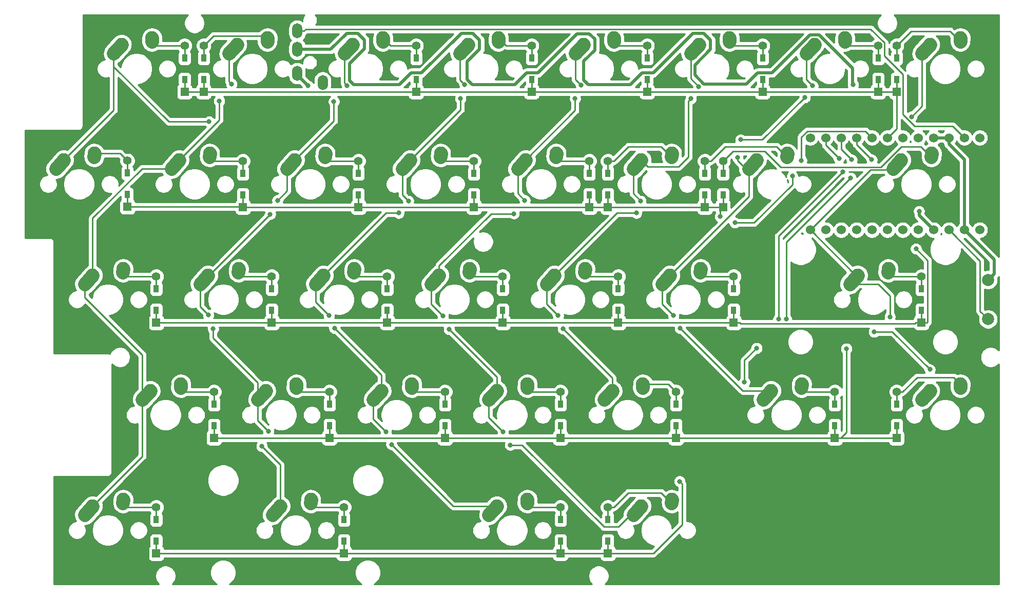
<source format=gtl>
G04 #@! TF.GenerationSoftware,KiCad,Pcbnew,(5.1.5-0-10_14)*
G04 #@! TF.CreationDate,2020-07-25T11:38:42+09:00*
G04 #@! TF.ProjectId,iroha60-right,69726f68-6136-4302-9d72-696768742e6b,rev?*
G04 #@! TF.SameCoordinates,Original*
G04 #@! TF.FileFunction,Copper,L1,Top*
G04 #@! TF.FilePolarity,Positive*
%FSLAX46Y46*%
G04 Gerber Fmt 4.6, Leading zero omitted, Abs format (unit mm)*
G04 Created by KiCad (PCBNEW (5.1.5-0-10_14)) date 2020-07-25 11:38:42*
%MOMM*%
%LPD*%
G04 APERTURE LIST*
%ADD10R,0.950000X1.300000*%
%ADD11C,1.397000*%
%ADD12R,1.397000X1.397000*%
%ADD13O,1.700000X2.500000*%
%ADD14C,2.250000*%
%ADD15C,2.250000*%
%ADD16C,2.000000*%
%ADD17C,1.524000*%
%ADD18C,0.800000*%
%ADD19C,0.250000*%
%ADD20C,0.500000*%
%ADD21C,0.254000*%
G04 APERTURE END LIST*
D10*
X46000000Y-31562500D03*
D11*
X46000000Y-29527500D03*
D12*
X46000000Y-37147500D03*
D10*
X46000000Y-35112500D03*
X49150000Y-31562500D03*
D11*
X49150000Y-29527500D03*
D12*
X49150000Y-37147500D03*
D10*
X49150000Y-35112500D03*
X84200000Y-31562500D03*
D11*
X84200000Y-29527500D03*
D12*
X84200000Y-37147500D03*
D10*
X84200000Y-35112500D03*
X103250000Y-31562500D03*
D11*
X103250000Y-29527500D03*
D12*
X103250000Y-37147500D03*
D10*
X103250000Y-35112500D03*
X122300000Y-31562500D03*
D11*
X122300000Y-29527500D03*
D12*
X122300000Y-37147500D03*
D10*
X122300000Y-35112500D03*
X141350000Y-31562500D03*
D11*
X141350000Y-29527500D03*
D12*
X141350000Y-37147500D03*
D10*
X141350000Y-35112500D03*
X160400000Y-31562500D03*
D11*
X160400000Y-29527500D03*
D12*
X160400000Y-37147500D03*
D10*
X160400000Y-35112500D03*
X163450000Y-31562500D03*
D11*
X163450000Y-29527500D03*
D12*
X163450000Y-37147500D03*
D10*
X163450000Y-35112500D03*
X36575000Y-54112500D03*
D12*
X36575000Y-56147500D03*
D11*
X36575000Y-48527500D03*
D10*
X36575000Y-50562500D03*
X55625000Y-54162500D03*
D12*
X55625000Y-56197500D03*
D11*
X55625000Y-48577500D03*
D10*
X55625000Y-50612500D03*
X74675000Y-54162500D03*
D12*
X74675000Y-56197500D03*
D11*
X74675000Y-48577500D03*
D10*
X74675000Y-50612500D03*
X93725000Y-54162500D03*
D12*
X93725000Y-56197500D03*
D11*
X93725000Y-48577500D03*
D10*
X93725000Y-50612500D03*
X112775000Y-54162500D03*
D12*
X112775000Y-56197500D03*
D11*
X112775000Y-48577500D03*
D10*
X112775000Y-50612500D03*
X115825000Y-54162500D03*
D12*
X115825000Y-56197500D03*
D11*
X115825000Y-48577500D03*
D10*
X115825000Y-50612500D03*
X131825000Y-54162500D03*
D12*
X131825000Y-56197500D03*
D11*
X131825000Y-48577500D03*
D10*
X131825000Y-50612500D03*
X134825000Y-54162500D03*
D12*
X134825000Y-56197500D03*
D11*
X134825000Y-48577500D03*
D10*
X134825000Y-50612500D03*
X41337500Y-69662500D03*
D11*
X41337500Y-67627500D03*
D12*
X41337500Y-75247500D03*
D10*
X41337500Y-73212500D03*
X60387500Y-69662500D03*
D11*
X60387500Y-67627500D03*
D12*
X60387500Y-75247500D03*
D10*
X60387500Y-73212500D03*
X79437500Y-69662500D03*
D11*
X79437500Y-67627500D03*
D12*
X79437500Y-75247500D03*
D10*
X79437500Y-73212500D03*
X98487500Y-73212500D03*
D12*
X98487500Y-75247500D03*
D11*
X98487500Y-67627500D03*
D10*
X98487500Y-69662500D03*
X117537500Y-73212500D03*
D12*
X117537500Y-75247500D03*
D11*
X117537500Y-67627500D03*
D10*
X117537500Y-69662500D03*
X136587500Y-69662500D03*
D11*
X136587500Y-67627500D03*
D12*
X136587500Y-75247500D03*
D10*
X136587500Y-73212500D03*
X167543750Y-73212500D03*
D12*
X167543750Y-75247500D03*
D11*
X167543750Y-67627500D03*
D10*
X167543750Y-69662500D03*
X50862500Y-92262500D03*
D12*
X50862500Y-94297500D03*
D11*
X50862500Y-86677500D03*
D10*
X50862500Y-88712500D03*
X69912500Y-92262500D03*
D12*
X69912500Y-94297500D03*
D11*
X69912500Y-86677500D03*
D10*
X69912500Y-88712500D03*
X88962500Y-92262500D03*
D12*
X88962500Y-94297500D03*
D11*
X88962500Y-86677500D03*
D10*
X88962500Y-88712500D03*
X108012500Y-88712500D03*
D11*
X108012500Y-86677500D03*
D12*
X108012500Y-94297500D03*
D10*
X108012500Y-92262500D03*
X127062500Y-88712500D03*
D11*
X127062500Y-86677500D03*
D12*
X127062500Y-94297500D03*
D10*
X127062500Y-92262500D03*
X153256250Y-88712500D03*
D11*
X153256250Y-86677500D03*
D12*
X153256250Y-94297500D03*
D10*
X153256250Y-92262500D03*
X41337500Y-111312500D03*
D12*
X41337500Y-113347500D03*
D11*
X41337500Y-105727500D03*
D10*
X41337500Y-107762500D03*
X72293750Y-111312500D03*
D12*
X72293750Y-113347500D03*
D11*
X72293750Y-105727500D03*
D10*
X72293750Y-107762500D03*
X108012500Y-111312500D03*
D12*
X108012500Y-113347500D03*
D11*
X108012500Y-105727500D03*
D10*
X108012500Y-107762500D03*
X115825000Y-107762500D03*
D11*
X115825000Y-105727500D03*
D12*
X115825000Y-113347500D03*
D10*
X115825000Y-111312500D03*
D13*
X64575000Y-27112500D03*
X64575000Y-30112500D03*
X64575000Y-34112500D03*
X68775000Y-35612500D03*
D14*
X40600000Y-28837500D02*
X40640000Y-28257500D01*
D15*
X40640000Y-28257500D03*
D14*
X34290000Y-30797500D02*
X35600002Y-29337500D01*
D15*
X35600000Y-29337500D03*
D14*
X59650000Y-28837500D02*
X59690000Y-28257500D01*
D15*
X59690000Y-28257500D03*
D14*
X53340000Y-30797500D02*
X54650002Y-29337500D01*
D15*
X54650000Y-29337500D03*
D14*
X78700000Y-28837500D02*
X78740000Y-28257500D01*
D15*
X78740000Y-28257500D03*
D14*
X72390000Y-30797500D02*
X73700002Y-29337500D01*
D15*
X73700000Y-29337500D03*
X92750000Y-29337500D03*
D14*
X91440000Y-30797500D02*
X92750002Y-29337500D01*
D15*
X97790000Y-28257500D03*
D14*
X97750000Y-28837500D02*
X97790000Y-28257500D01*
D15*
X111800000Y-29337500D03*
D14*
X110490000Y-30797500D02*
X111800002Y-29337500D01*
D15*
X116840000Y-28257500D03*
D14*
X116800000Y-28837500D02*
X116840000Y-28257500D01*
X135850000Y-28837500D02*
X135890000Y-28257500D01*
D15*
X135890000Y-28257500D03*
D14*
X129540000Y-30797500D02*
X130850002Y-29337500D01*
D15*
X130850000Y-29337500D03*
D14*
X154900000Y-28837500D02*
X154940000Y-28257500D01*
D15*
X154940000Y-28257500D03*
D14*
X148590000Y-30797500D02*
X149900002Y-29337500D01*
D15*
X149900000Y-29337500D03*
D14*
X173950000Y-28837500D02*
X173990000Y-28257500D01*
D15*
X173990000Y-28257500D03*
D14*
X167640000Y-30797500D02*
X168950002Y-29337500D01*
D15*
X168950000Y-29337500D03*
X26075000Y-48387500D03*
D14*
X24765000Y-49847500D02*
X26075002Y-48387500D01*
D15*
X31115000Y-47307500D03*
D14*
X31075000Y-47887500D02*
X31115000Y-47307500D01*
D15*
X45125000Y-48387500D03*
D14*
X43815000Y-49847500D02*
X45125002Y-48387500D01*
D15*
X50165000Y-47307500D03*
D14*
X50125000Y-47887500D02*
X50165000Y-47307500D01*
D15*
X64175000Y-48387500D03*
D14*
X62865000Y-49847500D02*
X64175002Y-48387500D01*
D15*
X69215000Y-47307500D03*
D14*
X69175000Y-47887500D02*
X69215000Y-47307500D01*
X88225000Y-47887500D02*
X88265000Y-47307500D01*
D15*
X88265000Y-47307500D03*
D14*
X81915000Y-49847500D02*
X83225002Y-48387500D01*
D15*
X83225000Y-48387500D03*
D14*
X107275000Y-47887500D02*
X107315000Y-47307500D01*
D15*
X107315000Y-47307500D03*
D14*
X100965000Y-49847500D02*
X102275002Y-48387500D01*
D15*
X102275000Y-48387500D03*
X121325000Y-48387500D03*
D14*
X120015000Y-49847500D02*
X121325002Y-48387500D01*
D15*
X126365000Y-47307500D03*
D14*
X126325000Y-47887500D02*
X126365000Y-47307500D01*
D15*
X140375000Y-48387500D03*
D14*
X139065000Y-49847500D02*
X140375002Y-48387500D01*
D15*
X145415000Y-47307500D03*
D14*
X145375000Y-47887500D02*
X145415000Y-47307500D01*
X169187500Y-47887500D02*
X169227500Y-47307500D01*
D15*
X169227500Y-47307500D03*
D14*
X162877500Y-49847500D02*
X164187502Y-48387500D01*
D15*
X164187500Y-48387500D03*
D14*
X35837500Y-66937500D02*
X35877500Y-66357500D01*
D15*
X35877500Y-66357500D03*
D14*
X29527500Y-68897500D02*
X30837502Y-67437500D01*
D15*
X30837500Y-67437500D03*
X49887500Y-67437500D03*
D14*
X48577500Y-68897500D02*
X49887502Y-67437500D01*
D15*
X54927500Y-66357500D03*
D14*
X54887500Y-66937500D02*
X54927500Y-66357500D01*
D15*
X68937500Y-67437500D03*
D14*
X67627500Y-68897500D02*
X68937502Y-67437500D01*
D15*
X73977500Y-66357500D03*
D14*
X73937500Y-66937500D02*
X73977500Y-66357500D01*
D15*
X87987500Y-67437500D03*
D14*
X86677500Y-68897500D02*
X87987502Y-67437500D01*
D15*
X93027500Y-66357500D03*
D14*
X92987500Y-66937500D02*
X93027500Y-66357500D01*
X112037500Y-66937500D02*
X112077500Y-66357500D01*
D15*
X112077500Y-66357500D03*
D14*
X105727500Y-68897500D02*
X107037502Y-67437500D01*
D15*
X107037500Y-67437500D03*
X126087500Y-67437500D03*
D14*
X124777500Y-68897500D02*
X126087502Y-67437500D01*
D15*
X131127500Y-66357500D03*
D14*
X131087500Y-66937500D02*
X131127500Y-66357500D01*
D15*
X157043750Y-67437500D03*
D14*
X155733750Y-68897500D02*
X157043752Y-67437500D01*
D15*
X162083750Y-66357500D03*
D14*
X162043750Y-66937500D02*
X162083750Y-66357500D01*
D15*
X40362500Y-86487500D03*
D14*
X39052500Y-87947500D02*
X40362502Y-86487500D01*
D15*
X45402500Y-85407500D03*
D14*
X45362500Y-85987500D02*
X45402500Y-85407500D01*
X64412500Y-85987500D02*
X64452500Y-85407500D01*
D15*
X64452500Y-85407500D03*
D14*
X58102500Y-87947500D02*
X59412502Y-86487500D01*
D15*
X59412500Y-86487500D03*
D14*
X83462500Y-85987500D02*
X83502500Y-85407500D01*
D15*
X83502500Y-85407500D03*
D14*
X77152500Y-87947500D02*
X78462502Y-86487500D01*
D15*
X78462500Y-86487500D03*
D14*
X102512500Y-85987500D02*
X102552500Y-85407500D01*
D15*
X102552500Y-85407500D03*
D14*
X96202500Y-87947500D02*
X97512502Y-86487500D01*
D15*
X97512500Y-86487500D03*
D14*
X121562500Y-85987500D02*
X121602500Y-85407500D01*
D15*
X121602500Y-85407500D03*
D14*
X115252500Y-87947500D02*
X116562502Y-86487500D01*
D15*
X116562500Y-86487500D03*
D14*
X147756250Y-85987500D02*
X147796250Y-85407500D01*
D15*
X147796250Y-85407500D03*
D14*
X141446250Y-87947500D02*
X142756252Y-86487500D01*
D15*
X142756250Y-86487500D03*
X30837500Y-105537500D03*
D14*
X29527500Y-106997500D02*
X30837502Y-105537500D01*
D15*
X35877500Y-104457500D03*
D14*
X35837500Y-105037500D02*
X35877500Y-104457500D01*
X66793750Y-105037500D02*
X66833750Y-104457500D01*
D15*
X66833750Y-104457500D03*
D14*
X60483750Y-106997500D02*
X61793752Y-105537500D01*
D15*
X61793750Y-105537500D03*
X97512500Y-105537500D03*
D14*
X96202500Y-106997500D02*
X97512502Y-105537500D01*
D15*
X102552500Y-104457500D03*
D14*
X102512500Y-105037500D02*
X102552500Y-104457500D01*
D15*
X121325000Y-105537500D03*
D14*
X120015000Y-106997500D02*
X121325002Y-105537500D01*
D15*
X126365000Y-104457500D03*
D14*
X126325000Y-105037500D02*
X126365000Y-104457500D01*
D16*
X178543750Y-74687500D03*
X178543750Y-68187500D03*
D17*
X177165500Y-59951100D03*
X174625500Y-59951100D03*
X172085500Y-59951100D03*
X169545500Y-59951100D03*
X167005500Y-59951100D03*
X164465500Y-59951100D03*
X161925500Y-59951100D03*
X159385500Y-59951100D03*
X156845500Y-59951100D03*
X154305500Y-59951100D03*
X151765500Y-59951100D03*
X149225500Y-59951100D03*
X149225500Y-44731100D03*
X151765500Y-44731100D03*
X154305500Y-44731100D03*
X156845500Y-44731100D03*
X159385500Y-44731100D03*
X161925500Y-44731100D03*
X164465500Y-44731100D03*
X167005500Y-44731100D03*
X169545500Y-44731100D03*
X172085500Y-44731100D03*
X174625500Y-44731100D03*
X177165500Y-44731100D03*
D10*
X163450000Y-92262500D03*
D12*
X163450000Y-94297500D03*
D11*
X163450000Y-86677500D03*
D10*
X163450000Y-88712500D03*
D14*
X173950000Y-85987500D02*
X173990000Y-85407500D01*
D15*
X173990000Y-85407500D03*
D14*
X167640000Y-87947500D02*
X168950002Y-86487500D01*
D15*
X168950000Y-86487500D03*
D18*
X147762500Y-48462500D03*
X146262500Y-51062500D03*
X136762500Y-58762500D03*
X134362500Y-57762500D03*
X159362500Y-48362500D03*
X166662500Y-63062500D03*
X156062500Y-48362500D03*
X155862500Y-51362500D03*
X155162500Y-79562500D03*
X145262500Y-74687521D03*
X153962500Y-48162500D03*
X154562500Y-50362500D03*
X140362500Y-79462500D03*
X138362500Y-85062500D03*
X127662500Y-101462500D03*
X143962500Y-74687521D03*
X156262500Y-35962500D03*
X66362500Y-36162500D03*
X167162500Y-56862500D03*
X50062500Y-42062500D03*
X53725000Y-35862500D03*
X51725000Y-38662500D03*
X72825000Y-36162500D03*
X70625000Y-38762500D03*
X61325000Y-55062500D03*
X60125000Y-57362500D03*
X49925000Y-73962500D03*
X50725000Y-76262500D03*
X59825000Y-93162500D03*
X58725000Y-95662500D03*
X92225000Y-35962500D03*
X91525000Y-38262500D03*
X82925000Y-55162500D03*
X81325000Y-57162500D03*
X69825000Y-74062500D03*
X70725000Y-76162500D03*
X79225000Y-93262500D03*
X80125000Y-95362500D03*
X111425000Y-36062500D03*
X110425000Y-38262500D03*
X102125000Y-55062500D03*
X100325000Y-57262500D03*
X88625000Y-74162500D03*
X89625000Y-76362500D03*
X98525000Y-93262500D03*
X99725000Y-95462500D03*
X130825000Y-36262500D03*
X129525000Y-38262500D03*
X121225000Y-55162500D03*
X120525000Y-57162500D03*
X107625000Y-74062500D03*
X108425000Y-76262500D03*
X149625000Y-36162500D03*
X148325000Y-38062500D03*
X137725000Y-45062500D03*
X137225000Y-47962500D03*
X126625000Y-74062500D03*
X127725000Y-76162500D03*
X165925000Y-41262500D03*
X162350000Y-74287500D03*
X159750000Y-76787500D03*
X168950000Y-82987500D03*
D19*
X46000000Y-29527500D02*
X46000000Y-31562500D01*
X41290000Y-29527500D02*
X46000000Y-29527500D01*
X40600000Y-28837500D02*
X41290000Y-29527500D01*
X46000000Y-35112500D02*
X46000000Y-37147500D01*
X49150000Y-35112500D02*
X49150000Y-37147500D01*
X84200000Y-35112500D02*
X84200000Y-37147500D01*
X103250000Y-35112500D02*
X103250000Y-37147500D01*
X122300000Y-35112500D02*
X122300000Y-37147500D01*
X141350000Y-35112500D02*
X141350000Y-37147500D01*
X160400000Y-35112500D02*
X160400000Y-37147500D01*
X163450000Y-35112500D02*
X163450000Y-37147500D01*
X46000000Y-37147500D02*
X49150000Y-37147500D01*
X83251500Y-37147500D02*
X84200000Y-37147500D01*
X83211490Y-37187510D02*
X83251500Y-37147500D01*
X50138510Y-37187510D02*
X83211490Y-37187510D01*
X50098500Y-37147500D02*
X50138510Y-37187510D01*
X49150000Y-37147500D02*
X50098500Y-37147500D01*
X84200000Y-37147500D02*
X103250000Y-37147500D01*
X104198500Y-37147500D02*
X122300000Y-37147500D01*
X103250000Y-37147500D02*
X104198500Y-37147500D01*
X123248500Y-37147500D02*
X141350000Y-37147500D01*
X122300000Y-37147500D02*
X123248500Y-37147500D01*
X141350000Y-37147500D02*
X160400000Y-37147500D01*
X161348500Y-37147500D02*
X163450000Y-37147500D01*
X160400000Y-37147500D02*
X161348500Y-37147500D01*
X163450000Y-43206600D02*
X161925500Y-44731100D01*
X163450000Y-37147500D02*
X163450000Y-43206600D01*
X49150000Y-29527500D02*
X49150000Y-31562500D01*
X49848499Y-28829001D02*
X49150000Y-29527500D01*
X50790001Y-27887499D02*
X49848499Y-28829001D01*
X58699999Y-27887499D02*
X50790001Y-27887499D01*
X59650000Y-28837500D02*
X58699999Y-27887499D01*
X84200000Y-29527500D02*
X84200000Y-31562500D01*
X80010000Y-29527500D02*
X78740000Y-28257500D01*
X84200000Y-29527500D02*
X80010000Y-29527500D01*
X103250000Y-29527500D02*
X103250000Y-31562500D01*
X99060000Y-29527500D02*
X98370000Y-28837500D01*
X98370000Y-28837500D02*
X97750000Y-28837500D01*
X103250000Y-29527500D02*
X99060000Y-29527500D01*
X117490000Y-29527500D02*
X122300000Y-29527500D01*
X116800000Y-28837500D02*
X117490000Y-29527500D01*
X122300000Y-29527500D02*
X122300000Y-31562500D01*
X136540000Y-29527500D02*
X141350000Y-29527500D01*
X135850000Y-28837500D02*
X136540000Y-29527500D01*
X141350000Y-29527500D02*
X141350000Y-31562500D01*
X155590000Y-29527500D02*
X160400000Y-29527500D01*
X154900000Y-28837500D02*
X155590000Y-29527500D01*
X160400000Y-29527500D02*
X160400000Y-31562500D01*
X163450000Y-29527500D02*
X163450000Y-31562500D01*
X165844999Y-27132501D02*
X172245001Y-27132501D01*
X172245001Y-27132501D02*
X173950000Y-28837500D01*
X163450000Y-29527500D02*
X165844999Y-27132501D01*
X36575000Y-48527500D02*
X36575000Y-50562500D01*
X35355000Y-47307500D02*
X31115000Y-47307500D01*
X36575000Y-48527500D02*
X35355000Y-47307500D01*
X36575000Y-54112500D02*
X36575000Y-56147500D01*
X55625000Y-54162500D02*
X55625000Y-56197500D01*
X74675000Y-54162500D02*
X74675000Y-56197500D01*
X93725000Y-54162500D02*
X93725000Y-56197500D01*
X112775000Y-54162500D02*
X112775000Y-56197500D01*
X115825000Y-54162500D02*
X115825000Y-56197500D01*
X131825000Y-54162500D02*
X131825000Y-56197500D01*
X134825000Y-56197500D02*
X134825000Y-54162500D01*
X55575000Y-56147500D02*
X55625000Y-56197500D01*
X36575000Y-56147500D02*
X55575000Y-56147500D01*
X55625000Y-56197500D02*
X74675000Y-56197500D01*
X74675000Y-56197500D02*
X93725000Y-56197500D01*
X94673500Y-56197500D02*
X112775000Y-56197500D01*
X93725000Y-56197500D02*
X94673500Y-56197500D01*
X112775000Y-56197500D02*
X115825000Y-56197500D01*
X115825000Y-56197500D02*
X131825000Y-56197500D01*
X147762500Y-44585338D02*
X147762500Y-48462500D01*
X148703739Y-43644099D02*
X147762500Y-44585338D01*
X158298499Y-43644099D02*
X148703739Y-43644099D01*
X159385500Y-44731100D02*
X158298499Y-43644099D01*
X139931974Y-58762500D02*
X136762500Y-58762500D01*
X146262500Y-52431974D02*
X139931974Y-58762500D01*
X146262500Y-51062500D02*
X146262500Y-52431974D01*
X134362500Y-56660000D02*
X134825000Y-56197500D01*
X134362500Y-57762500D02*
X134362500Y-56660000D01*
X131825000Y-56197500D02*
X134825000Y-56197500D01*
X50815000Y-48577500D02*
X55625000Y-48577500D01*
X50125000Y-47887500D02*
X50815000Y-48577500D01*
X55625000Y-50612500D02*
X55625000Y-48577500D01*
X69865000Y-48577500D02*
X74675000Y-48577500D01*
X69175000Y-47887500D02*
X69865000Y-48577500D01*
X74675000Y-48577500D02*
X74675000Y-50612500D01*
X88915000Y-48577500D02*
X93725000Y-48577500D01*
X88225000Y-47887500D02*
X88915000Y-48577500D01*
X93725000Y-48577500D02*
X93725000Y-50612500D01*
X107965000Y-48577500D02*
X112775000Y-48577500D01*
X107275000Y-47887500D02*
X107965000Y-48577500D01*
X112775000Y-48577500D02*
X112775000Y-50612500D01*
X116812828Y-48577500D02*
X119207827Y-46182501D01*
X124620001Y-46182501D02*
X126325000Y-47887500D01*
X119207827Y-46182501D02*
X124620001Y-46182501D01*
X115825000Y-48577500D02*
X116812828Y-48577500D01*
X115825000Y-48577500D02*
X115825000Y-50612500D01*
X131825000Y-48577500D02*
X131825000Y-50612500D01*
X135207827Y-46182501D02*
X143670001Y-46182501D01*
X143670001Y-46182501D02*
X145375000Y-47887500D01*
X132812828Y-48577500D02*
X135207827Y-46182501D01*
X131825000Y-48577500D02*
X132812828Y-48577500D01*
X134825000Y-48577500D02*
X134825000Y-50612500D01*
X167482501Y-46182501D02*
X169187500Y-47887500D01*
X144362500Y-49562500D02*
X160866498Y-49562500D01*
X141737499Y-46937499D02*
X144362500Y-49562500D01*
X134825000Y-48577500D02*
X136465001Y-46937499D01*
X160866498Y-49562500D02*
X164246497Y-46182501D01*
X136465001Y-46937499D02*
X141737499Y-46937499D01*
X164246497Y-46182501D02*
X167482501Y-46182501D01*
X36527500Y-67627500D02*
X41337500Y-67627500D01*
X35837500Y-66937500D02*
X36527500Y-67627500D01*
X41337500Y-67627500D02*
X41337500Y-69662500D01*
X55577500Y-67627500D02*
X60387500Y-67627500D01*
X54887500Y-66937500D02*
X55577500Y-67627500D01*
X60387500Y-69662500D02*
X60387500Y-67627500D01*
X74627500Y-67627500D02*
X79437500Y-67627500D01*
X73937500Y-66937500D02*
X74627500Y-67627500D01*
X79437500Y-69662500D02*
X79437500Y-67627500D01*
X41337500Y-73212500D02*
X41337500Y-75247500D01*
X60387500Y-75247500D02*
X60387500Y-73212500D01*
X79437500Y-75247500D02*
X79437500Y-73212500D01*
X98487500Y-75247500D02*
X98487500Y-73212500D01*
X117537500Y-75247500D02*
X117537500Y-73212500D01*
X136587500Y-75247500D02*
X136587500Y-73212500D01*
X167543750Y-73212500D02*
X167543750Y-75247500D01*
X41337500Y-75247500D02*
X60387500Y-75247500D01*
X61336000Y-75247500D02*
X79437500Y-75247500D01*
X60387500Y-75247500D02*
X61336000Y-75247500D01*
X79437500Y-75247500D02*
X98487500Y-75247500D01*
X98487500Y-75247500D02*
X117537500Y-75247500D01*
X117537500Y-75247500D02*
X136587500Y-75247500D01*
X156845500Y-45845500D02*
X159362500Y-48362500D01*
X156845500Y-44731100D02*
X156845500Y-45845500D01*
X168492250Y-75247500D02*
X167543750Y-75247500D01*
X168567251Y-75172499D02*
X168492250Y-75247500D01*
X168567251Y-64967251D02*
X168567251Y-75172499D01*
X166662500Y-63062500D02*
X168567251Y-64967251D01*
X166595250Y-75247500D02*
X167543750Y-75247500D01*
X137701022Y-75412522D02*
X166430228Y-75412522D01*
X136587500Y-75247500D02*
X137536000Y-75247500D01*
X137536000Y-75247500D02*
X137701022Y-75412522D01*
X166430228Y-75412522D02*
X166595250Y-75247500D01*
X93677500Y-67627500D02*
X98487500Y-67627500D01*
X92987500Y-66937500D02*
X93677500Y-67627500D01*
X98487500Y-69662500D02*
X98487500Y-67627500D01*
X112727500Y-67627500D02*
X117537500Y-67627500D01*
X112037500Y-66937500D02*
X112727500Y-67627500D01*
X117537500Y-69662500D02*
X117537500Y-67627500D01*
X131777500Y-67627500D02*
X136587500Y-67627500D01*
X131087500Y-66937500D02*
X131777500Y-67627500D01*
X136587500Y-69662500D02*
X136587500Y-67627500D01*
X162733750Y-67627500D02*
X167543750Y-67627500D01*
X162043750Y-66937500D02*
X162733750Y-67627500D01*
X167543750Y-69662500D02*
X167543750Y-67627500D01*
X46052500Y-86677500D02*
X50862500Y-86677500D01*
X45362500Y-85987500D02*
X46052500Y-86677500D01*
X50862500Y-88712500D02*
X50862500Y-86677500D01*
X65102500Y-86677500D02*
X69912500Y-86677500D01*
X64412500Y-85987500D02*
X65102500Y-86677500D01*
X69912500Y-88712500D02*
X69912500Y-86677500D01*
X84152500Y-86677500D02*
X88962500Y-86677500D01*
X83462500Y-85987500D02*
X84152500Y-86677500D01*
X88962500Y-88712500D02*
X88962500Y-86677500D01*
X153256250Y-92262500D02*
X153256250Y-94297500D01*
X127062500Y-92262500D02*
X127062500Y-94297500D01*
X108012500Y-92262500D02*
X108012500Y-94297500D01*
X88962500Y-94297500D02*
X88962500Y-92262500D01*
X69912500Y-94297500D02*
X69912500Y-92262500D01*
X50862500Y-94297500D02*
X50862500Y-92262500D01*
X51811000Y-94297500D02*
X69912500Y-94297500D01*
X50862500Y-94297500D02*
X51811000Y-94297500D01*
X69912500Y-94297500D02*
X88962500Y-94297500D01*
X88962500Y-94297500D02*
X108012500Y-94297500D01*
X108012500Y-94297500D02*
X127062500Y-94297500D01*
X128011000Y-94297500D02*
X153256250Y-94297500D01*
X127062500Y-94297500D02*
X128011000Y-94297500D01*
X154305500Y-46605500D02*
X156062500Y-48362500D01*
X154305500Y-44731100D02*
X154305500Y-46605500D01*
X155162500Y-93339750D02*
X154204750Y-94297500D01*
X155162500Y-79562500D02*
X155162500Y-93339750D01*
X155862500Y-51362500D02*
X145262500Y-61962500D01*
X145262500Y-61962500D02*
X145262500Y-74687521D01*
X163450000Y-92262500D02*
X163450000Y-94297500D01*
X154204750Y-94297500D02*
X163450000Y-94297500D01*
X153256250Y-94297500D02*
X154204750Y-94297500D01*
X103202500Y-86677500D02*
X108012500Y-86677500D01*
X102512500Y-85987500D02*
X103202500Y-86677500D01*
X108012500Y-86677500D02*
X108012500Y-88712500D01*
X127062500Y-86677500D02*
X127062500Y-88712500D01*
X125792500Y-85407500D02*
X121602500Y-85407500D01*
X127062500Y-86677500D02*
X125792500Y-85407500D01*
X148446250Y-86677500D02*
X153256250Y-86677500D01*
X147756250Y-85987500D02*
X148446250Y-86677500D01*
X153256250Y-86677500D02*
X153256250Y-88712500D01*
X36527500Y-105727500D02*
X41337500Y-105727500D01*
X35837500Y-105037500D02*
X36527500Y-105727500D01*
X41337500Y-105727500D02*
X41337500Y-107762500D01*
X67483750Y-105727500D02*
X72293750Y-105727500D01*
X66793750Y-105037500D02*
X67483750Y-105727500D01*
X72293750Y-105727500D02*
X72293750Y-107762500D01*
X103202500Y-105727500D02*
X108012500Y-105727500D01*
X102512500Y-105037500D02*
X103202500Y-105727500D01*
X108012500Y-105727500D02*
X108012500Y-107762500D01*
X115825000Y-105727500D02*
X115825000Y-107762500D01*
X124620001Y-103332501D02*
X126325000Y-105037500D01*
X116812828Y-105727500D02*
X119207827Y-103332501D01*
X119207827Y-103332501D02*
X124620001Y-103332501D01*
X115825000Y-105727500D02*
X116812828Y-105727500D01*
X41337500Y-111312500D02*
X41337500Y-113347500D01*
X72293750Y-111312500D02*
X72293750Y-113347500D01*
X108012500Y-111312500D02*
X108012500Y-113347500D01*
X115825000Y-111312500D02*
X115825000Y-113347500D01*
X41337500Y-113347500D02*
X72293750Y-113347500D01*
X72293750Y-113347500D02*
X108012500Y-113347500D01*
X108012500Y-113347500D02*
X115825000Y-113347500D01*
X151765500Y-45965500D02*
X153962500Y-48162500D01*
X151765500Y-44731100D02*
X151765500Y-45965500D01*
X138362500Y-81462500D02*
X138362500Y-85062500D01*
X140362500Y-79462500D02*
X138362500Y-81462500D01*
X116773500Y-113347500D02*
X115825000Y-113347500D01*
X123318998Y-113347500D02*
X116773500Y-113347500D01*
X128062499Y-108603999D02*
X123318998Y-113347500D01*
X128062499Y-101862499D02*
X128062499Y-108603999D01*
X127662500Y-101462500D02*
X128062499Y-101862499D01*
X143962500Y-60962500D02*
X143962500Y-74687521D01*
X154562500Y-50362500D02*
X143962500Y-60962500D01*
D20*
X179543749Y-64869349D02*
X175387499Y-60713099D01*
X179543749Y-67187501D02*
X179543749Y-64869349D01*
X175387499Y-60713099D02*
X174625500Y-59951100D01*
X178543750Y-68187500D02*
X179543749Y-67187501D01*
X174625500Y-58873470D02*
X174625500Y-59951100D01*
X174625500Y-48348730D02*
X174625500Y-58873470D01*
X172085500Y-45808730D02*
X174625500Y-48348730D01*
X172085500Y-44731100D02*
X172085500Y-45808730D01*
X64575000Y-30112500D02*
X64575000Y-29712500D01*
X169545500Y-44731100D02*
X172085500Y-44731100D01*
X72762500Y-27462500D02*
X70112500Y-30112500D01*
X75662500Y-30062500D02*
X75662500Y-28562500D01*
X73883002Y-35962500D02*
X73233001Y-35312499D01*
X83364999Y-34012499D02*
X81414998Y-35962500D01*
X93562500Y-27462500D02*
X91662500Y-27462500D01*
X94662500Y-28562500D02*
X93562500Y-27462500D01*
X94662500Y-30162500D02*
X94662500Y-28562500D01*
X102414999Y-34012499D02*
X100464998Y-35962500D01*
X104312501Y-34012499D02*
X102414999Y-34012499D01*
X110762500Y-27562500D02*
X104312501Y-34012499D01*
X112762500Y-27562500D02*
X110762500Y-27562500D01*
X149143999Y-27762499D02*
X142893999Y-34012499D01*
X113662500Y-30262500D02*
X113662500Y-28462500D01*
X73233001Y-32491999D02*
X75662500Y-30062500D01*
X100464998Y-35962500D02*
X93483002Y-35962500D01*
X113662500Y-28462500D02*
X112762500Y-27562500D01*
X75662500Y-28562500D02*
X74562500Y-27462500D01*
X112583002Y-35962500D02*
X111833001Y-35212499D01*
X111833001Y-32091999D02*
X113662500Y-30262500D01*
X74562500Y-27462500D02*
X72762500Y-27462500D01*
X132762500Y-30162500D02*
X132762500Y-28562500D01*
X111833001Y-35212499D02*
X111833001Y-32091999D01*
X123312501Y-34012499D02*
X121464999Y-34012499D01*
X130190683Y-32734317D02*
X132762500Y-30162500D01*
X121464999Y-34012499D02*
X119514998Y-35962500D01*
X85112501Y-34012499D02*
X83364999Y-34012499D01*
X129862500Y-27462500D02*
X123312501Y-34012499D01*
X142893999Y-34012499D02*
X140514999Y-34012499D01*
X131662500Y-27462500D02*
X129862500Y-27462500D01*
X73233001Y-35312499D02*
X73233001Y-32491999D01*
X119514998Y-35962500D02*
X112583002Y-35962500D01*
X130190683Y-34370181D02*
X130190683Y-32734317D01*
X131675001Y-35854499D02*
X130190683Y-34370181D01*
X70112500Y-30112500D02*
X64575000Y-30112500D01*
X81414998Y-35962500D02*
X73883002Y-35962500D01*
X92633001Y-35112499D02*
X92633001Y-32191999D01*
X138672999Y-35854499D02*
X131675001Y-35854499D01*
X92633001Y-32191999D02*
X94662500Y-30162500D01*
X132762500Y-28562500D02*
X131662500Y-27462500D01*
X140514999Y-34012499D02*
X138672999Y-35854499D01*
X156154999Y-35854999D02*
X156154999Y-33261497D01*
X150656001Y-27762499D02*
X149143999Y-27762499D01*
X156154999Y-33261497D02*
X150656001Y-27762499D01*
X91662500Y-27462500D02*
X85112501Y-34012499D01*
X93483002Y-35962500D02*
X92633001Y-35112499D01*
X156262500Y-35962500D02*
X156154999Y-35854999D01*
X64575000Y-34375000D02*
X66362500Y-36162500D01*
X64575000Y-34112500D02*
X64575000Y-34375000D01*
X167162500Y-57568100D02*
X169545500Y-59951100D01*
X167162500Y-56862500D02*
X167162500Y-57568100D01*
D19*
X65980001Y-26807499D02*
X65675000Y-27112500D01*
X159194781Y-26807499D02*
X65980001Y-26807499D01*
X65675000Y-27112500D02*
X64575000Y-27112500D01*
X161423501Y-29036219D02*
X159194781Y-26807499D01*
X161423501Y-31246003D02*
X161423501Y-29036219D01*
X164473501Y-34296003D02*
X161423501Y-31246003D01*
X164473501Y-40884003D02*
X164473501Y-34296003D01*
X172713909Y-42819509D02*
X166409007Y-42819509D01*
X166409007Y-42819509D02*
X164473501Y-40884003D01*
X174625500Y-44731100D02*
X172713909Y-42819509D01*
X34290000Y-40172500D02*
X26075000Y-48387500D01*
X34290000Y-30797500D02*
X34290000Y-40172500D01*
X43393026Y-42062500D02*
X50062500Y-42062500D01*
X34290000Y-32959474D02*
X43393026Y-42062500D01*
X34290000Y-30797500D02*
X34290000Y-32959474D01*
X53340000Y-35477500D02*
X53725000Y-35862500D01*
X53340000Y-30797500D02*
X53340000Y-35477500D01*
X51725000Y-41787500D02*
X45125000Y-48387500D01*
X51725000Y-38662500D02*
X51725000Y-41787500D01*
X30837500Y-65846510D02*
X30837500Y-67437500D01*
X39000002Y-49847500D02*
X30837500Y-58010002D01*
X30837500Y-58010002D02*
X30837500Y-65846510D01*
X43815000Y-49847500D02*
X39000002Y-49847500D01*
X29527500Y-71059474D02*
X39052500Y-80584474D01*
X39052500Y-80584474D02*
X39052500Y-87947500D01*
X29527500Y-68897500D02*
X29527500Y-71059474D01*
X39052500Y-97322500D02*
X30837500Y-105537500D01*
X39052500Y-87947500D02*
X39052500Y-97322500D01*
X72390000Y-35727500D02*
X72825000Y-36162500D01*
X72390000Y-30797500D02*
X72390000Y-35727500D01*
X70625000Y-41937500D02*
X64175000Y-48387500D01*
X70625000Y-38762500D02*
X70625000Y-41937500D01*
X62865000Y-53522500D02*
X61325000Y-55062500D01*
X62865000Y-49847500D02*
X62865000Y-53522500D01*
X50050000Y-67437500D02*
X49887500Y-67437500D01*
X60125000Y-57362500D02*
X50050000Y-67437500D01*
X48577500Y-72615000D02*
X49925000Y-73962500D01*
X48577500Y-68897500D02*
X48577500Y-72615000D01*
X58102500Y-85177500D02*
X58102500Y-87947500D01*
X50725000Y-77800000D02*
X58102500Y-85177500D01*
X50725000Y-76262500D02*
X50725000Y-77800000D01*
X58102500Y-91440000D02*
X59825000Y-93162500D01*
X58102500Y-87947500D02*
X58102500Y-91440000D01*
X61793750Y-98731250D02*
X61793750Y-105537500D01*
X58725000Y-95662500D02*
X61793750Y-98731250D01*
X91440000Y-35177500D02*
X92225000Y-35962500D01*
X91440000Y-30797500D02*
X91440000Y-35177500D01*
X91525000Y-40087500D02*
X83225000Y-48387500D01*
X91525000Y-38262500D02*
X91525000Y-40087500D01*
X81915000Y-54152500D02*
X82925000Y-55162500D01*
X81915000Y-49847500D02*
X81915000Y-54152500D01*
X79212500Y-57162500D02*
X68937500Y-67437500D01*
X81325000Y-57162500D02*
X79212500Y-57162500D01*
X67627500Y-71865000D02*
X69825000Y-74062500D01*
X67627500Y-68897500D02*
X67627500Y-71865000D01*
X78462500Y-83900000D02*
X78462500Y-86487500D01*
X70725000Y-76162500D02*
X78462500Y-83900000D01*
X77152500Y-91190000D02*
X79225000Y-93262500D01*
X77152500Y-87947500D02*
X77152500Y-91190000D01*
X90300000Y-105537500D02*
X97512500Y-105537500D01*
X80125000Y-95362500D02*
X90300000Y-105537500D01*
X110490000Y-35127500D02*
X111425000Y-36062500D01*
X110490000Y-30797500D02*
X110490000Y-35127500D01*
X110425000Y-40237500D02*
X102275000Y-48387500D01*
X110425000Y-38262500D02*
X110425000Y-40237500D01*
X100965000Y-53902500D02*
X102125000Y-55062500D01*
X100965000Y-49847500D02*
X100965000Y-53902500D01*
X87987500Y-65846510D02*
X87987500Y-67437500D01*
X96571510Y-57262500D02*
X87987500Y-65846510D01*
X100325000Y-57262500D02*
X96571510Y-57262500D01*
X86677500Y-72215000D02*
X88625000Y-74162500D01*
X86677500Y-68897500D02*
X86677500Y-72215000D01*
X97512500Y-84250000D02*
X97512500Y-86487500D01*
X89625000Y-76362500D02*
X97512500Y-84250000D01*
X96202500Y-90940000D02*
X98525000Y-93262500D01*
X96202500Y-87947500D02*
X96202500Y-90940000D01*
X119508998Y-106997500D02*
X120015000Y-106997500D01*
X117544999Y-108961499D02*
X119508998Y-106997500D01*
X101685002Y-95462500D02*
X115184001Y-108961499D01*
X115184001Y-108961499D02*
X117544999Y-108961499D01*
X99725000Y-95462500D02*
X101685002Y-95462500D01*
X129540000Y-34977500D02*
X130825000Y-36262500D01*
X129540000Y-30797500D02*
X129540000Y-34977500D01*
X120015000Y-53952500D02*
X121225000Y-55162500D01*
X120015000Y-49847500D02*
X120015000Y-53952500D01*
X117312500Y-57162500D02*
X107037500Y-67437500D01*
X120525000Y-57162500D02*
X117312500Y-57162500D01*
X105727500Y-72165000D02*
X107625000Y-74062500D01*
X105727500Y-68897500D02*
X105727500Y-72165000D01*
X116562500Y-84400000D02*
X116562500Y-86487500D01*
X108425000Y-76262500D02*
X116562500Y-84400000D01*
X122449999Y-49512499D02*
X121325000Y-48387500D01*
X129125001Y-47899999D02*
X127512501Y-49512499D01*
X127512501Y-49512499D02*
X122449999Y-49512499D01*
X129125001Y-38662499D02*
X129125001Y-47899999D01*
X129525000Y-38262500D02*
X129125001Y-38662499D01*
X148590000Y-35127500D02*
X149625000Y-36162500D01*
X148590000Y-30797500D02*
X148590000Y-35127500D01*
X141325000Y-45062500D02*
X137725000Y-45062500D01*
X148325000Y-38062500D02*
X141325000Y-45062500D01*
X138544315Y-49847500D02*
X139065000Y-49847500D01*
X137225000Y-48528185D02*
X138544315Y-49847500D01*
X137225000Y-47962500D02*
X137225000Y-48528185D01*
X139065000Y-54460000D02*
X128962500Y-64562500D01*
X139065000Y-49847500D02*
X139065000Y-54460000D01*
X128962500Y-64562500D02*
X126087500Y-67437500D01*
X124777500Y-72215000D02*
X126625000Y-74062500D01*
X124777500Y-68897500D02*
X124777500Y-72215000D01*
X138050000Y-86487500D02*
X142756250Y-86487500D01*
X127725000Y-76162500D02*
X138050000Y-86487500D01*
X167640000Y-39547500D02*
X165925000Y-41262500D01*
X167640000Y-30797500D02*
X167640000Y-39547500D01*
X156711900Y-67437500D02*
X157043750Y-67437500D01*
X149225500Y-59951100D02*
X156711900Y-67437500D01*
X162877500Y-49847500D02*
X162712489Y-50012511D01*
X149987499Y-59189101D02*
X149225500Y-59951100D01*
X159164089Y-50012511D02*
X149987499Y-59189101D01*
X162712489Y-50012511D02*
X159164089Y-50012511D01*
X162350000Y-70811776D02*
X162350000Y-74287500D01*
X160435724Y-68897500D02*
X162350000Y-70811776D01*
X155733750Y-68897500D02*
X160435724Y-68897500D01*
X162750000Y-76787500D02*
X168950000Y-82987500D01*
X159750000Y-76787500D02*
X162750000Y-76787500D01*
X177218749Y-65084349D02*
X172847499Y-60713099D01*
X177218749Y-73362499D02*
X177218749Y-65084349D01*
X172847499Y-60713099D02*
X172085500Y-59951100D01*
X178543750Y-74687500D02*
X177218749Y-73362499D01*
X163450000Y-88712500D02*
X163450000Y-86677500D01*
X172865001Y-84282501D02*
X173990000Y-85407500D01*
X166832827Y-84282501D02*
X172865001Y-84282501D01*
X164437828Y-86677500D02*
X166832827Y-84282501D01*
X163450000Y-86677500D02*
X164437828Y-86677500D01*
D21*
G36*
X46277337Y-24706502D02*
G01*
X46087463Y-24990669D01*
X45956675Y-25306419D01*
X45890000Y-25641617D01*
X45890000Y-25983383D01*
X45956675Y-26318581D01*
X46087463Y-26634331D01*
X46277337Y-26918498D01*
X46519002Y-27160163D01*
X46803169Y-27350037D01*
X47118919Y-27480825D01*
X47454117Y-27547500D01*
X47795883Y-27547500D01*
X48131081Y-27480825D01*
X48446831Y-27350037D01*
X48730998Y-27160163D01*
X48972663Y-26918498D01*
X49162537Y-26634331D01*
X49293325Y-26318581D01*
X49360000Y-25983383D01*
X49360000Y-25641617D01*
X49293325Y-25306419D01*
X49162537Y-24990669D01*
X48972663Y-24706502D01*
X48738661Y-24472500D01*
X65768446Y-24472500D01*
X65715713Y-24525233D01*
X65580557Y-24727508D01*
X65487460Y-24952264D01*
X65440000Y-25190863D01*
X65440000Y-25434137D01*
X65455972Y-25514435D01*
X65404014Y-25471794D01*
X65146034Y-25333901D01*
X64866111Y-25248987D01*
X64575000Y-25220315D01*
X64283890Y-25248987D01*
X64003967Y-25333901D01*
X63745987Y-25471794D01*
X63519866Y-25657366D01*
X63334294Y-25883486D01*
X63196401Y-26141466D01*
X63111487Y-26421389D01*
X63090000Y-26639550D01*
X63090000Y-27585449D01*
X63111487Y-27803610D01*
X63196401Y-28083533D01*
X63334294Y-28341513D01*
X63519866Y-28567634D01*
X63574535Y-28612500D01*
X63519866Y-28657366D01*
X63334294Y-28883486D01*
X63196401Y-29141466D01*
X63111487Y-29421389D01*
X63090000Y-29639550D01*
X63090000Y-30585449D01*
X63111487Y-30803610D01*
X63196401Y-31083533D01*
X63334294Y-31341513D01*
X63519866Y-31567634D01*
X63745986Y-31753206D01*
X64003966Y-31891099D01*
X64283889Y-31976013D01*
X64575000Y-32004685D01*
X64866110Y-31976013D01*
X65146033Y-31891099D01*
X65404013Y-31753206D01*
X65630134Y-31567634D01*
X65815706Y-31341514D01*
X65953599Y-31083534D01*
X65979697Y-30997500D01*
X70069031Y-30997500D01*
X70112500Y-31001781D01*
X70155969Y-30997500D01*
X70155977Y-30997500D01*
X70285990Y-30984695D01*
X70452813Y-30934089D01*
X70606559Y-30851911D01*
X70626617Y-30835450D01*
X70624073Y-30893126D01*
X70676661Y-31235804D01*
X70795091Y-31561639D01*
X70957875Y-31830166D01*
X70679549Y-31885529D01*
X70404747Y-31999356D01*
X70157431Y-32164607D01*
X69947107Y-32374931D01*
X69781856Y-32622247D01*
X69668029Y-32897049D01*
X69610000Y-33188778D01*
X69610000Y-33486222D01*
X69668029Y-33777951D01*
X69781856Y-34052753D01*
X69946492Y-34299148D01*
X69830134Y-34157366D01*
X69604014Y-33971794D01*
X69346034Y-33833901D01*
X69066111Y-33748987D01*
X68775000Y-33720315D01*
X68483890Y-33748987D01*
X68203967Y-33833901D01*
X67945987Y-33971794D01*
X67719866Y-34157366D01*
X67534294Y-34383486D01*
X67396401Y-34641466D01*
X67311487Y-34921389D01*
X67290000Y-35139550D01*
X67290000Y-35697098D01*
X67279705Y-35672244D01*
X67166437Y-35502726D01*
X67022274Y-35358563D01*
X66852756Y-35245295D01*
X66664398Y-35167274D01*
X66607544Y-35155965D01*
X66057940Y-34606362D01*
X66060000Y-34585450D01*
X66060000Y-33639551D01*
X66038513Y-33421389D01*
X66019926Y-33360116D01*
X66090008Y-33406943D01*
X66314764Y-33500040D01*
X66553363Y-33547500D01*
X66796637Y-33547500D01*
X67035236Y-33500040D01*
X67259992Y-33406943D01*
X67462267Y-33271787D01*
X67634287Y-33099767D01*
X67769443Y-32897492D01*
X67862540Y-32672736D01*
X67910000Y-32434137D01*
X67910000Y-32190863D01*
X67862540Y-31952264D01*
X67769443Y-31727508D01*
X67634287Y-31525233D01*
X67462267Y-31353213D01*
X67259992Y-31218057D01*
X67035236Y-31124960D01*
X66796637Y-31077500D01*
X66553363Y-31077500D01*
X66314764Y-31124960D01*
X66090008Y-31218057D01*
X65887733Y-31353213D01*
X65715713Y-31525233D01*
X65580557Y-31727508D01*
X65487460Y-31952264D01*
X65440000Y-32190863D01*
X65440000Y-32434137D01*
X65455972Y-32514435D01*
X65404014Y-32471794D01*
X65146034Y-32333901D01*
X64866111Y-32248987D01*
X64575000Y-32220315D01*
X64283890Y-32248987D01*
X64003967Y-32333901D01*
X63745987Y-32471794D01*
X63566201Y-32619340D01*
X63402893Y-32374931D01*
X63192569Y-32164607D01*
X62945253Y-31999356D01*
X62670451Y-31885529D01*
X62378722Y-31827500D01*
X62081278Y-31827500D01*
X61789549Y-31885529D01*
X61514747Y-31999356D01*
X61267431Y-32164607D01*
X61057107Y-32374931D01*
X60891856Y-32622247D01*
X60778029Y-32897049D01*
X60720000Y-33188778D01*
X60720000Y-33486222D01*
X60778029Y-33777951D01*
X60891856Y-34052753D01*
X61057107Y-34300069D01*
X61267431Y-34510393D01*
X61514747Y-34675644D01*
X61789549Y-34789471D01*
X62081278Y-34847500D01*
X62378722Y-34847500D01*
X62670451Y-34789471D01*
X62945253Y-34675644D01*
X63090000Y-34578927D01*
X63090000Y-34585449D01*
X63111487Y-34803610D01*
X63196401Y-35083533D01*
X63334294Y-35341513D01*
X63519866Y-35567634D01*
X63745986Y-35753206D01*
X64003966Y-35891099D01*
X64283889Y-35976013D01*
X64575000Y-36004685D01*
X64866110Y-35976013D01*
X64910860Y-35962438D01*
X65355965Y-36407544D01*
X65359937Y-36427510D01*
X54592256Y-36427510D01*
X54642205Y-36352756D01*
X54720226Y-36164398D01*
X54760000Y-35964439D01*
X54760000Y-35760561D01*
X54720226Y-35560602D01*
X54642205Y-35372244D01*
X54528937Y-35202726D01*
X54384774Y-35058563D01*
X54215256Y-34945295D01*
X54100000Y-34897554D01*
X54100000Y-33078576D01*
X54521100Y-33078576D01*
X54521100Y-33596424D01*
X54622127Y-34104322D01*
X54820299Y-34582751D01*
X55108000Y-35013326D01*
X55474174Y-35379500D01*
X55904749Y-35667201D01*
X56383178Y-35865373D01*
X56891076Y-35966400D01*
X57408924Y-35966400D01*
X57916822Y-35865373D01*
X58395251Y-35667201D01*
X58825826Y-35379500D01*
X59192000Y-35013326D01*
X59479701Y-34582751D01*
X59677873Y-34104322D01*
X59778900Y-33596424D01*
X59778900Y-33078576D01*
X59677873Y-32570678D01*
X59479701Y-32092249D01*
X59192000Y-31661674D01*
X58825826Y-31295500D01*
X58395251Y-31007799D01*
X57916822Y-30809627D01*
X57408924Y-30708600D01*
X56891076Y-30708600D01*
X56383178Y-30809627D01*
X55904749Y-31007799D01*
X55474174Y-31295500D01*
X55108000Y-31661674D01*
X54820299Y-32092249D01*
X54622127Y-32570678D01*
X54521100Y-33078576D01*
X54100000Y-33078576D01*
X54100000Y-32393913D01*
X54104139Y-32392409D01*
X54400607Y-32212687D01*
X54592243Y-32037242D01*
X55928200Y-30548316D01*
X56017081Y-30459435D01*
X56091827Y-30347570D01*
X56171444Y-30239087D01*
X56187979Y-30203669D01*
X56209692Y-30171173D01*
X56261175Y-30046882D01*
X56318101Y-29924945D01*
X56327410Y-29886976D01*
X56342364Y-29850873D01*
X56368610Y-29718926D01*
X56400653Y-29588227D01*
X56402375Y-29549177D01*
X56410000Y-29510845D01*
X56410000Y-29376302D01*
X56415929Y-29241874D01*
X56410000Y-29203239D01*
X56410000Y-29164155D01*
X56383751Y-29032191D01*
X56363341Y-28899196D01*
X56349989Y-28862461D01*
X56342364Y-28824127D01*
X56290874Y-28699820D01*
X56271858Y-28647499D01*
X57898923Y-28647499D01*
X57888223Y-28802657D01*
X57895840Y-29062362D01*
X57973413Y-29400261D01*
X58115419Y-29716534D01*
X58316396Y-29999026D01*
X58568624Y-30236881D01*
X58862408Y-30420959D01*
X59186459Y-30544184D01*
X59528323Y-30601824D01*
X59874862Y-30591660D01*
X60212761Y-30514087D01*
X60529034Y-30372081D01*
X60811526Y-30171104D01*
X61049381Y-29918876D01*
X61233459Y-29625092D01*
X61356684Y-29301041D01*
X61399881Y-29044839D01*
X61438099Y-28490675D01*
X61450000Y-28430845D01*
X61450000Y-28318111D01*
X61451777Y-28292344D01*
X61450000Y-28231756D01*
X61450000Y-28084155D01*
X61444922Y-28058628D01*
X61444160Y-28032637D01*
X61411159Y-27888887D01*
X61382364Y-27744127D01*
X61372407Y-27720088D01*
X61366587Y-27694738D01*
X61306177Y-27560194D01*
X61249692Y-27423827D01*
X61235230Y-27402183D01*
X61224581Y-27378466D01*
X61139096Y-27258309D01*
X61057081Y-27135565D01*
X61038678Y-27117162D01*
X61023604Y-27095974D01*
X60916311Y-26994795D01*
X60811935Y-26890419D01*
X60790294Y-26875959D01*
X60771376Y-26858119D01*
X60646407Y-26779816D01*
X60523673Y-26697808D01*
X60499628Y-26687848D01*
X60477592Y-26674041D01*
X60339740Y-26621621D01*
X60203373Y-26565136D01*
X60177846Y-26560058D01*
X60153541Y-26550816D01*
X60008108Y-26526295D01*
X59863345Y-26497500D01*
X59837323Y-26497500D01*
X59811677Y-26493176D01*
X59664237Y-26497500D01*
X59516655Y-26497500D01*
X59491133Y-26502577D01*
X59465138Y-26503339D01*
X59321375Y-26536344D01*
X59176627Y-26565136D01*
X59152587Y-26575094D01*
X59127239Y-26580913D01*
X58992689Y-26641325D01*
X58856327Y-26697808D01*
X58834687Y-26712267D01*
X58810966Y-26722918D01*
X58690796Y-26808413D01*
X58568065Y-26890419D01*
X58549662Y-26908822D01*
X58528474Y-26923896D01*
X58427288Y-27031196D01*
X58330985Y-27127499D01*
X50827324Y-27127499D01*
X50790001Y-27123823D01*
X50752678Y-27127499D01*
X50752668Y-27127499D01*
X50641015Y-27138496D01*
X50497754Y-27181953D01*
X50365724Y-27252525D01*
X50285333Y-27318501D01*
X50250000Y-27347498D01*
X50226202Y-27376496D01*
X49387568Y-28215131D01*
X49281338Y-28194000D01*
X49018662Y-28194000D01*
X48761032Y-28245246D01*
X48518351Y-28345768D01*
X48299943Y-28491703D01*
X48114203Y-28677443D01*
X47968268Y-28895851D01*
X47867746Y-29138532D01*
X47816500Y-29396162D01*
X47816500Y-29658838D01*
X47867746Y-29916468D01*
X47968268Y-30159149D01*
X48114203Y-30377557D01*
X48212161Y-30475515D01*
X48144463Y-30558006D01*
X48085498Y-30668320D01*
X48049188Y-30788018D01*
X48036928Y-30912500D01*
X48036928Y-32212500D01*
X48049188Y-32336982D01*
X48085498Y-32456680D01*
X48144463Y-32566994D01*
X48223815Y-32663685D01*
X48320506Y-32743037D01*
X48430820Y-32802002D01*
X48550518Y-32838312D01*
X48675000Y-32850572D01*
X49625000Y-32850572D01*
X49749482Y-32838312D01*
X49869180Y-32802002D01*
X49979494Y-32743037D01*
X50076185Y-32663685D01*
X50155537Y-32566994D01*
X50214502Y-32456680D01*
X50250812Y-32336982D01*
X50263072Y-32212500D01*
X50263072Y-30912500D01*
X50250812Y-30788018D01*
X50214502Y-30668320D01*
X50155537Y-30558006D01*
X50087839Y-30475515D01*
X50185797Y-30377557D01*
X50331732Y-30159149D01*
X50432254Y-29916468D01*
X50483500Y-29658838D01*
X50483500Y-29396162D01*
X50462369Y-29289932D01*
X51104803Y-28647499D01*
X52904497Y-28647499D01*
X51972284Y-29686453D01*
X51818558Y-29895914D01*
X51671901Y-30210056D01*
X51589349Y-30546774D01*
X51574073Y-30893126D01*
X51626661Y-31235804D01*
X51745091Y-31561639D01*
X51907875Y-31830166D01*
X51629549Y-31885529D01*
X51354747Y-31999356D01*
X51107431Y-32164607D01*
X50897107Y-32374931D01*
X50731856Y-32622247D01*
X50618029Y-32897049D01*
X50560000Y-33188778D01*
X50560000Y-33486222D01*
X50618029Y-33777951D01*
X50731856Y-34052753D01*
X50897107Y-34300069D01*
X51107431Y-34510393D01*
X51354747Y-34675644D01*
X51629549Y-34789471D01*
X51921278Y-34847500D01*
X52218722Y-34847500D01*
X52510451Y-34789471D01*
X52580001Y-34760662D01*
X52580001Y-35440168D01*
X52576324Y-35477500D01*
X52580001Y-35514833D01*
X52590998Y-35626486D01*
X52598984Y-35652812D01*
X52634454Y-35769746D01*
X52690000Y-35873665D01*
X52690000Y-35964439D01*
X52729774Y-36164398D01*
X52807795Y-36352756D01*
X52857744Y-36427510D01*
X50484455Y-36427510D01*
X50474312Y-36324518D01*
X50438002Y-36204820D01*
X50379037Y-36094506D01*
X50299685Y-35997815D01*
X50233634Y-35943609D01*
X50250812Y-35886982D01*
X50263072Y-35762500D01*
X50263072Y-34462500D01*
X50250812Y-34338018D01*
X50214502Y-34218320D01*
X50155537Y-34108006D01*
X50076185Y-34011315D01*
X49979494Y-33931963D01*
X49869180Y-33872998D01*
X49749482Y-33836688D01*
X49625000Y-33824428D01*
X48675000Y-33824428D01*
X48550518Y-33836688D01*
X48430820Y-33872998D01*
X48320506Y-33931963D01*
X48223815Y-34011315D01*
X48144463Y-34108006D01*
X48085498Y-34218320D01*
X48049188Y-34338018D01*
X48036928Y-34462500D01*
X48036928Y-35762500D01*
X48049188Y-35886982D01*
X48066366Y-35943609D01*
X48000315Y-35997815D01*
X47920963Y-36094506D01*
X47861998Y-36204820D01*
X47825688Y-36324518D01*
X47819485Y-36387500D01*
X47330515Y-36387500D01*
X47324312Y-36324518D01*
X47288002Y-36204820D01*
X47229037Y-36094506D01*
X47149685Y-35997815D01*
X47083634Y-35943609D01*
X47100812Y-35886982D01*
X47113072Y-35762500D01*
X47113072Y-34462500D01*
X47100812Y-34338018D01*
X47064502Y-34218320D01*
X47005537Y-34108006D01*
X46926185Y-34011315D01*
X46829494Y-33931963D01*
X46719180Y-33872998D01*
X46599482Y-33836688D01*
X46475000Y-33824428D01*
X45525000Y-33824428D01*
X45400518Y-33836688D01*
X45280820Y-33872998D01*
X45170506Y-33931963D01*
X45073815Y-34011315D01*
X44994463Y-34108006D01*
X44935498Y-34218320D01*
X44899188Y-34338018D01*
X44886928Y-34462500D01*
X44886928Y-35762500D01*
X44899188Y-35886982D01*
X44916366Y-35943609D01*
X44850315Y-35997815D01*
X44770963Y-36094506D01*
X44711998Y-36204820D01*
X44675688Y-36324518D01*
X44663428Y-36449000D01*
X44663428Y-37846000D01*
X44675688Y-37970482D01*
X44711998Y-38090180D01*
X44770963Y-38200494D01*
X44850315Y-38297185D01*
X44947006Y-38376537D01*
X45057320Y-38435502D01*
X45177018Y-38471812D01*
X45301500Y-38484072D01*
X46698500Y-38484072D01*
X46822982Y-38471812D01*
X46942680Y-38435502D01*
X47052994Y-38376537D01*
X47149685Y-38297185D01*
X47229037Y-38200494D01*
X47288002Y-38090180D01*
X47324312Y-37970482D01*
X47330515Y-37907500D01*
X47819485Y-37907500D01*
X47825688Y-37970482D01*
X47861998Y-38090180D01*
X47920963Y-38200494D01*
X48000315Y-38297185D01*
X48097006Y-38376537D01*
X48207320Y-38435502D01*
X48327018Y-38471812D01*
X48451500Y-38484072D01*
X49848500Y-38484072D01*
X49972982Y-38471812D01*
X50092680Y-38435502D01*
X50202994Y-38376537D01*
X50299685Y-38297185D01*
X50379037Y-38200494D01*
X50438002Y-38090180D01*
X50474312Y-37970482D01*
X50476574Y-37947510D01*
X50976279Y-37947510D01*
X50921063Y-38002726D01*
X50807795Y-38172244D01*
X50729774Y-38360602D01*
X50690000Y-38560561D01*
X50690000Y-38764439D01*
X50729774Y-38964398D01*
X50807795Y-39152756D01*
X50921063Y-39322274D01*
X50965000Y-39366211D01*
X50965001Y-41472697D01*
X50933943Y-41503755D01*
X50866437Y-41402726D01*
X50722274Y-41258563D01*
X50552756Y-41145295D01*
X50364398Y-41067274D01*
X50164439Y-41027500D01*
X49960561Y-41027500D01*
X49760602Y-41067274D01*
X49572244Y-41145295D01*
X49402726Y-41258563D01*
X49358789Y-41302500D01*
X43707828Y-41302500D01*
X38369603Y-35964276D01*
X38866822Y-35865373D01*
X39345251Y-35667201D01*
X39775826Y-35379500D01*
X40142000Y-35013326D01*
X40429701Y-34582751D01*
X40627873Y-34104322D01*
X40728900Y-33596424D01*
X40728900Y-33188778D01*
X41670000Y-33188778D01*
X41670000Y-33486222D01*
X41728029Y-33777951D01*
X41841856Y-34052753D01*
X42007107Y-34300069D01*
X42217431Y-34510393D01*
X42464747Y-34675644D01*
X42739549Y-34789471D01*
X43031278Y-34847500D01*
X43328722Y-34847500D01*
X43620451Y-34789471D01*
X43895253Y-34675644D01*
X44142569Y-34510393D01*
X44352893Y-34300069D01*
X44518144Y-34052753D01*
X44631971Y-33777951D01*
X44690000Y-33486222D01*
X44690000Y-33188778D01*
X44631971Y-32897049D01*
X44518144Y-32622247D01*
X44352893Y-32374931D01*
X44142569Y-32164607D01*
X43895253Y-31999356D01*
X43620451Y-31885529D01*
X43328722Y-31827500D01*
X43031278Y-31827500D01*
X42739549Y-31885529D01*
X42464747Y-31999356D01*
X42217431Y-32164607D01*
X42007107Y-32374931D01*
X41841856Y-32622247D01*
X41728029Y-32897049D01*
X41670000Y-33188778D01*
X40728900Y-33188778D01*
X40728900Y-33078576D01*
X40627873Y-32570678D01*
X40429701Y-32092249D01*
X40142000Y-31661674D01*
X39775826Y-31295500D01*
X39345251Y-31007799D01*
X38866822Y-30809627D01*
X38358924Y-30708600D01*
X37841076Y-30708600D01*
X37333178Y-30809627D01*
X36854749Y-31007799D01*
X36424174Y-31295500D01*
X36058000Y-31661674D01*
X35770299Y-32092249D01*
X35572127Y-32570678D01*
X35473224Y-33067897D01*
X35050000Y-32644673D01*
X35050000Y-32393913D01*
X35054139Y-32392409D01*
X35350607Y-32212687D01*
X35542243Y-32037242D01*
X36878200Y-30548316D01*
X36967081Y-30459435D01*
X37041827Y-30347570D01*
X37121444Y-30239087D01*
X37137979Y-30203669D01*
X37159692Y-30171173D01*
X37211175Y-30046882D01*
X37268101Y-29924945D01*
X37277410Y-29886976D01*
X37292364Y-29850873D01*
X37318610Y-29718926D01*
X37350653Y-29588227D01*
X37352375Y-29549177D01*
X37360000Y-29510845D01*
X37360000Y-29376302D01*
X37365929Y-29241874D01*
X37360000Y-29203239D01*
X37360000Y-29164155D01*
X37333751Y-29032191D01*
X37313341Y-28899196D01*
X37299989Y-28862461D01*
X37292364Y-28824127D01*
X37283471Y-28802657D01*
X38838223Y-28802657D01*
X38845840Y-29062362D01*
X38923413Y-29400261D01*
X39065419Y-29716534D01*
X39266396Y-29999026D01*
X39518624Y-30236881D01*
X39812408Y-30420959D01*
X40136459Y-30544184D01*
X40478323Y-30601824D01*
X40824862Y-30591660D01*
X41162761Y-30514087D01*
X41479034Y-30372081D01*
X41597921Y-30287500D01*
X44904029Y-30287500D01*
X44964203Y-30377557D01*
X45062161Y-30475515D01*
X44994463Y-30558006D01*
X44935498Y-30668320D01*
X44899188Y-30788018D01*
X44886928Y-30912500D01*
X44886928Y-32212500D01*
X44899188Y-32336982D01*
X44935498Y-32456680D01*
X44994463Y-32566994D01*
X45073815Y-32663685D01*
X45170506Y-32743037D01*
X45280820Y-32802002D01*
X45400518Y-32838312D01*
X45525000Y-32850572D01*
X46475000Y-32850572D01*
X46599482Y-32838312D01*
X46719180Y-32802002D01*
X46829494Y-32743037D01*
X46926185Y-32663685D01*
X47005537Y-32566994D01*
X47064502Y-32456680D01*
X47100812Y-32336982D01*
X47113072Y-32212500D01*
X47113072Y-30912500D01*
X47100812Y-30788018D01*
X47064502Y-30668320D01*
X47005537Y-30558006D01*
X46937839Y-30475515D01*
X47035797Y-30377557D01*
X47181732Y-30159149D01*
X47282254Y-29916468D01*
X47333500Y-29658838D01*
X47333500Y-29396162D01*
X47282254Y-29138532D01*
X47181732Y-28895851D01*
X47035797Y-28677443D01*
X46850057Y-28491703D01*
X46631649Y-28345768D01*
X46388968Y-28245246D01*
X46131338Y-28194000D01*
X45868662Y-28194000D01*
X45611032Y-28245246D01*
X45368351Y-28345768D01*
X45149943Y-28491703D01*
X44964203Y-28677443D01*
X44904029Y-28767500D01*
X42369008Y-28767500D01*
X42388099Y-28490675D01*
X42400000Y-28430845D01*
X42400000Y-28318111D01*
X42401777Y-28292344D01*
X42400000Y-28231756D01*
X42400000Y-28084155D01*
X42394922Y-28058628D01*
X42394160Y-28032637D01*
X42361159Y-27888887D01*
X42332364Y-27744127D01*
X42322407Y-27720088D01*
X42316587Y-27694738D01*
X42256177Y-27560194D01*
X42199692Y-27423827D01*
X42185230Y-27402183D01*
X42174581Y-27378466D01*
X42089096Y-27258309D01*
X42007081Y-27135565D01*
X41988678Y-27117162D01*
X41973604Y-27095974D01*
X41866311Y-26994795D01*
X41761935Y-26890419D01*
X41740294Y-26875959D01*
X41721376Y-26858119D01*
X41596407Y-26779816D01*
X41473673Y-26697808D01*
X41449628Y-26687848D01*
X41427592Y-26674041D01*
X41289740Y-26621621D01*
X41153373Y-26565136D01*
X41127846Y-26560058D01*
X41103541Y-26550816D01*
X40958108Y-26526295D01*
X40813345Y-26497500D01*
X40787323Y-26497500D01*
X40761677Y-26493176D01*
X40614237Y-26497500D01*
X40466655Y-26497500D01*
X40441133Y-26502577D01*
X40415138Y-26503339D01*
X40271375Y-26536344D01*
X40126627Y-26565136D01*
X40102587Y-26575094D01*
X40077239Y-26580913D01*
X39942689Y-26641325D01*
X39806327Y-26697808D01*
X39784687Y-26712267D01*
X39760966Y-26722918D01*
X39640796Y-26808413D01*
X39518065Y-26890419D01*
X39499662Y-26908822D01*
X39478474Y-26923896D01*
X39377288Y-27031196D01*
X39272919Y-27135565D01*
X39258461Y-27157203D01*
X39240619Y-27176123D01*
X39162310Y-27301102D01*
X39080308Y-27423827D01*
X39070348Y-27447872D01*
X39056541Y-27469908D01*
X39004119Y-27607764D01*
X38947636Y-27744127D01*
X38942559Y-27769652D01*
X38933316Y-27793958D01*
X38908794Y-27939398D01*
X38880000Y-28084155D01*
X38880000Y-28196886D01*
X38838223Y-28802657D01*
X37283471Y-28802657D01*
X37240874Y-28699820D01*
X37194911Y-28573361D01*
X37174650Y-28539938D01*
X37159692Y-28503827D01*
X37084935Y-28391946D01*
X37015189Y-28276893D01*
X36988798Y-28248066D01*
X36967081Y-28215565D01*
X36871934Y-28120418D01*
X36781083Y-28021183D01*
X36749575Y-27998059D01*
X36721935Y-27970419D01*
X36610050Y-27895659D01*
X36501588Y-27816058D01*
X36466176Y-27799526D01*
X36433673Y-27777808D01*
X36309353Y-27726313D01*
X36187446Y-27669401D01*
X36149486Y-27660095D01*
X36113373Y-27645136D01*
X35981388Y-27618882D01*
X35850728Y-27586849D01*
X35811689Y-27585127D01*
X35773345Y-27577500D01*
X35638758Y-27577500D01*
X35504375Y-27571573D01*
X35465753Y-27577500D01*
X35426655Y-27577500D01*
X35294644Y-27603759D01*
X35161697Y-27624161D01*
X35124976Y-27637508D01*
X35086627Y-27645136D01*
X34962269Y-27696647D01*
X34835863Y-27742591D01*
X34802454Y-27762844D01*
X34766327Y-27777808D01*
X34654400Y-27852595D01*
X34539394Y-27922313D01*
X34510578Y-27948695D01*
X34478065Y-27970419D01*
X34382887Y-28065597D01*
X34347758Y-28097758D01*
X34321837Y-28126647D01*
X34232919Y-28215565D01*
X34206273Y-28255443D01*
X32922284Y-29686453D01*
X32768558Y-29895914D01*
X32621901Y-30210056D01*
X32539349Y-30546774D01*
X32524073Y-30893126D01*
X32576661Y-31235804D01*
X32695091Y-31561639D01*
X32857875Y-31830166D01*
X32579549Y-31885529D01*
X32304747Y-31999356D01*
X32057431Y-32164607D01*
X31847107Y-32374931D01*
X31681856Y-32622247D01*
X31568029Y-32897049D01*
X31510000Y-33188778D01*
X31510000Y-33486222D01*
X31568029Y-33777951D01*
X31681856Y-34052753D01*
X31847107Y-34300069D01*
X32057431Y-34510393D01*
X32304747Y-34675644D01*
X32579549Y-34789471D01*
X32871278Y-34847500D01*
X33168722Y-34847500D01*
X33460451Y-34789471D01*
X33530000Y-34760663D01*
X33530001Y-39857696D01*
X26666435Y-46721263D01*
X26662446Y-46719401D01*
X26624486Y-46710095D01*
X26588373Y-46695136D01*
X26456388Y-46668882D01*
X26325728Y-46636849D01*
X26286689Y-46635127D01*
X26248345Y-46627500D01*
X26113758Y-46627500D01*
X25979375Y-46621573D01*
X25940753Y-46627500D01*
X25901655Y-46627500D01*
X25769644Y-46653759D01*
X25636697Y-46674161D01*
X25599976Y-46687508D01*
X25561627Y-46695136D01*
X25437269Y-46746647D01*
X25310863Y-46792591D01*
X25277454Y-46812844D01*
X25241327Y-46827808D01*
X25129400Y-46902595D01*
X25014394Y-46972313D01*
X24985578Y-46998695D01*
X24953065Y-47020419D01*
X24857887Y-47115597D01*
X24822758Y-47147758D01*
X24796837Y-47176647D01*
X24707919Y-47265565D01*
X24681273Y-47305443D01*
X23397284Y-48736453D01*
X23243558Y-48945914D01*
X23096901Y-49260056D01*
X23014349Y-49596774D01*
X22999073Y-49943126D01*
X23051661Y-50285804D01*
X23170091Y-50611639D01*
X23332875Y-50880166D01*
X23054549Y-50935529D01*
X22779747Y-51049356D01*
X22532431Y-51214607D01*
X22322107Y-51424931D01*
X22156856Y-51672247D01*
X22043029Y-51947049D01*
X21985000Y-52238778D01*
X21985000Y-52536222D01*
X22043029Y-52827951D01*
X22156856Y-53102753D01*
X22322107Y-53350069D01*
X22532431Y-53560393D01*
X22779747Y-53725644D01*
X23054549Y-53839471D01*
X23346278Y-53897500D01*
X23643722Y-53897500D01*
X23935451Y-53839471D01*
X24210253Y-53725644D01*
X24457569Y-53560393D01*
X24667893Y-53350069D01*
X24833144Y-53102753D01*
X24946971Y-52827951D01*
X25005000Y-52536222D01*
X25005000Y-52238778D01*
X24983080Y-52128576D01*
X25946100Y-52128576D01*
X25946100Y-52646424D01*
X26047127Y-53154322D01*
X26245299Y-53632751D01*
X26533000Y-54063326D01*
X26899174Y-54429500D01*
X27329749Y-54717201D01*
X27808178Y-54915373D01*
X28316076Y-55016400D01*
X28833924Y-55016400D01*
X29341822Y-54915373D01*
X29820251Y-54717201D01*
X30250826Y-54429500D01*
X30617000Y-54063326D01*
X30904701Y-53632751D01*
X31102873Y-53154322D01*
X31203900Y-52646424D01*
X31203900Y-52128576D01*
X31102873Y-51620678D01*
X30904701Y-51142249D01*
X30617000Y-50711674D01*
X30250826Y-50345500D01*
X29820251Y-50057799D01*
X29341822Y-49859627D01*
X28833924Y-49758600D01*
X28316076Y-49758600D01*
X27808178Y-49859627D01*
X27329749Y-50057799D01*
X26899174Y-50345500D01*
X26533000Y-50711674D01*
X26245299Y-51142249D01*
X26047127Y-51620678D01*
X25946100Y-52128576D01*
X24983080Y-52128576D01*
X24946971Y-51947049D01*
X24833144Y-51672247D01*
X24791814Y-51610392D01*
X24860626Y-51613427D01*
X25203304Y-51560839D01*
X25529139Y-51442409D01*
X25825607Y-51262687D01*
X26017243Y-51087242D01*
X27353200Y-49598316D01*
X27442081Y-49509435D01*
X27516827Y-49397570D01*
X27596444Y-49289087D01*
X27612979Y-49253669D01*
X27634692Y-49221173D01*
X27686175Y-49096882D01*
X27743101Y-48974945D01*
X27752410Y-48936976D01*
X27767364Y-48900873D01*
X27793610Y-48768926D01*
X27825653Y-48638227D01*
X27827375Y-48599177D01*
X27835000Y-48560845D01*
X27835000Y-48426302D01*
X27840929Y-48291874D01*
X27835000Y-48253239D01*
X27835000Y-48214155D01*
X27808751Y-48082191D01*
X27788341Y-47949196D01*
X27774989Y-47912461D01*
X27767364Y-47874127D01*
X27736848Y-47800454D01*
X34801008Y-40736295D01*
X34830001Y-40712501D01*
X34853795Y-40683508D01*
X34853799Y-40683504D01*
X34924973Y-40596777D01*
X34924974Y-40596776D01*
X34995546Y-40464747D01*
X35039003Y-40321486D01*
X35050000Y-40209833D01*
X35050000Y-40209824D01*
X35053676Y-40172501D01*
X35050000Y-40135178D01*
X35050000Y-34794275D01*
X42829227Y-42573503D01*
X42853025Y-42602501D01*
X42968750Y-42697474D01*
X43100779Y-42768046D01*
X43244040Y-42811503D01*
X43355693Y-42822500D01*
X43355703Y-42822500D01*
X43393026Y-42826176D01*
X43430349Y-42822500D01*
X49358789Y-42822500D01*
X49402726Y-42866437D01*
X49503756Y-42933943D01*
X45716435Y-46721263D01*
X45712446Y-46719401D01*
X45674486Y-46710095D01*
X45638373Y-46695136D01*
X45506388Y-46668882D01*
X45375728Y-46636849D01*
X45336689Y-46635127D01*
X45298345Y-46627500D01*
X45163758Y-46627500D01*
X45029375Y-46621573D01*
X44990753Y-46627500D01*
X44951655Y-46627500D01*
X44819644Y-46653759D01*
X44686697Y-46674161D01*
X44649976Y-46687508D01*
X44611627Y-46695136D01*
X44487269Y-46746647D01*
X44360863Y-46792591D01*
X44327454Y-46812844D01*
X44291327Y-46827808D01*
X44179400Y-46902595D01*
X44064394Y-46972313D01*
X44035578Y-46998695D01*
X44003065Y-47020419D01*
X43907887Y-47115597D01*
X43872758Y-47147758D01*
X43846837Y-47176647D01*
X43757919Y-47265565D01*
X43731273Y-47305443D01*
X42447284Y-48736453D01*
X42293558Y-48945914D01*
X42227459Y-49087500D01*
X39037324Y-49087500D01*
X39000001Y-49083824D01*
X38962678Y-49087500D01*
X38962669Y-49087500D01*
X38851016Y-49098497D01*
X38709914Y-49141299D01*
X38707755Y-49141954D01*
X38575725Y-49212526D01*
X38544672Y-49238011D01*
X38460001Y-49307499D01*
X38436203Y-49336497D01*
X37688072Y-50084628D01*
X37688072Y-49912500D01*
X37675812Y-49788018D01*
X37639502Y-49668320D01*
X37580537Y-49558006D01*
X37512839Y-49475515D01*
X37610797Y-49377557D01*
X37756732Y-49159149D01*
X37857254Y-48916468D01*
X37908500Y-48658838D01*
X37908500Y-48396162D01*
X37857254Y-48138532D01*
X37756732Y-47895851D01*
X37610797Y-47677443D01*
X37425057Y-47491703D01*
X37206649Y-47345768D01*
X36963968Y-47245246D01*
X36706338Y-47194000D01*
X36443662Y-47194000D01*
X36337432Y-47215131D01*
X35918804Y-46796503D01*
X35895001Y-46767499D01*
X35779276Y-46672526D01*
X35647247Y-46601954D01*
X35503986Y-46558497D01*
X35392333Y-46547500D01*
X35392322Y-46547500D01*
X35355000Y-46543824D01*
X35317678Y-46547500D01*
X32705208Y-46547500D01*
X32674692Y-46473827D01*
X32660230Y-46452183D01*
X32649581Y-46428466D01*
X32564096Y-46308309D01*
X32482081Y-46185565D01*
X32463678Y-46167162D01*
X32448604Y-46145974D01*
X32341311Y-46044795D01*
X32236935Y-45940419D01*
X32215294Y-45925959D01*
X32196376Y-45908119D01*
X32071407Y-45829816D01*
X31948673Y-45747808D01*
X31924628Y-45737848D01*
X31902592Y-45724041D01*
X31764740Y-45671621D01*
X31628373Y-45615136D01*
X31602846Y-45610058D01*
X31578541Y-45600816D01*
X31433108Y-45576295D01*
X31288345Y-45547500D01*
X31262323Y-45547500D01*
X31236677Y-45543176D01*
X31089237Y-45547500D01*
X30941655Y-45547500D01*
X30916133Y-45552577D01*
X30890138Y-45553339D01*
X30746375Y-45586344D01*
X30601627Y-45615136D01*
X30577587Y-45625094D01*
X30552239Y-45630913D01*
X30417689Y-45691325D01*
X30281327Y-45747808D01*
X30259687Y-45762267D01*
X30235966Y-45772918D01*
X30115796Y-45858413D01*
X29993065Y-45940419D01*
X29974662Y-45958822D01*
X29953474Y-45973896D01*
X29852288Y-46081196D01*
X29747919Y-46185565D01*
X29733461Y-46207203D01*
X29715619Y-46226123D01*
X29637310Y-46351102D01*
X29555308Y-46473827D01*
X29545348Y-46497872D01*
X29531541Y-46519908D01*
X29479119Y-46657764D01*
X29422636Y-46794127D01*
X29417559Y-46819652D01*
X29408316Y-46843958D01*
X29383794Y-46989398D01*
X29355000Y-47134155D01*
X29355000Y-47246886D01*
X29313223Y-47852657D01*
X29320840Y-48112362D01*
X29398413Y-48450261D01*
X29540419Y-48766534D01*
X29741396Y-49049026D01*
X29993624Y-49286881D01*
X30287408Y-49470959D01*
X30611459Y-49594184D01*
X30953323Y-49651824D01*
X31299862Y-49641660D01*
X31637761Y-49564087D01*
X31954034Y-49422081D01*
X32236526Y-49221104D01*
X32474381Y-48968876D01*
X32658459Y-48675092D01*
X32781684Y-48351041D01*
X32824881Y-48094839D01*
X32826766Y-48067500D01*
X35040199Y-48067500D01*
X35262631Y-48289932D01*
X35241500Y-48396162D01*
X35241500Y-48658838D01*
X35292746Y-48916468D01*
X35393268Y-49159149D01*
X35539203Y-49377557D01*
X35637161Y-49475515D01*
X35569463Y-49558006D01*
X35510498Y-49668320D01*
X35474188Y-49788018D01*
X35461928Y-49912500D01*
X35461928Y-51212500D01*
X35474188Y-51336982D01*
X35510498Y-51456680D01*
X35569463Y-51566994D01*
X35648815Y-51663685D01*
X35745506Y-51743037D01*
X35855820Y-51802002D01*
X35943961Y-51828739D01*
X35147252Y-52625449D01*
X35165000Y-52536222D01*
X35165000Y-52238778D01*
X35106971Y-51947049D01*
X34993144Y-51672247D01*
X34827893Y-51424931D01*
X34617569Y-51214607D01*
X34370253Y-51049356D01*
X34095451Y-50935529D01*
X33803722Y-50877500D01*
X33506278Y-50877500D01*
X33214549Y-50935529D01*
X32939747Y-51049356D01*
X32692431Y-51214607D01*
X32482107Y-51424931D01*
X32316856Y-51672247D01*
X32203029Y-51947049D01*
X32145000Y-52238778D01*
X32145000Y-52536222D01*
X32203029Y-52827951D01*
X32316856Y-53102753D01*
X32482107Y-53350069D01*
X32692431Y-53560393D01*
X32939747Y-53725644D01*
X33214549Y-53839471D01*
X33506278Y-53897500D01*
X33803722Y-53897500D01*
X33892949Y-53879751D01*
X30326503Y-57446198D01*
X30297499Y-57470001D01*
X30254979Y-57521812D01*
X30202526Y-57585726D01*
X30162526Y-57660561D01*
X30131954Y-57717756D01*
X30088497Y-57861017D01*
X30077500Y-57972670D01*
X30077500Y-57972680D01*
X30073824Y-58010002D01*
X30077500Y-58047324D01*
X30077501Y-65809168D01*
X30077500Y-65809178D01*
X30077500Y-65841087D01*
X30073363Y-65842591D01*
X30039954Y-65862844D01*
X30003827Y-65877808D01*
X29891900Y-65952595D01*
X29776894Y-66022313D01*
X29748078Y-66048695D01*
X29715565Y-66070419D01*
X29620387Y-66165597D01*
X29585258Y-66197758D01*
X29559337Y-66226647D01*
X29470419Y-66315565D01*
X29443773Y-66355443D01*
X28159784Y-67786453D01*
X28006058Y-67995914D01*
X27859401Y-68310056D01*
X27776849Y-68646774D01*
X27761573Y-68993126D01*
X27814161Y-69335804D01*
X27932591Y-69661639D01*
X28095375Y-69930166D01*
X27817049Y-69985529D01*
X27542247Y-70099356D01*
X27294931Y-70264607D01*
X27084607Y-70474931D01*
X26919356Y-70722247D01*
X26805529Y-70997049D01*
X26747500Y-71288778D01*
X26747500Y-71586222D01*
X26805529Y-71877951D01*
X26919356Y-72152753D01*
X27084607Y-72400069D01*
X27294931Y-72610393D01*
X27542247Y-72775644D01*
X27817049Y-72889471D01*
X28108778Y-72947500D01*
X28406222Y-72947500D01*
X28697951Y-72889471D01*
X28972753Y-72775644D01*
X29220069Y-72610393D01*
X29430393Y-72400069D01*
X29575751Y-72182526D01*
X38292500Y-80899276D01*
X38292501Y-86159151D01*
X37684784Y-86836453D01*
X37531058Y-87045914D01*
X37384401Y-87360056D01*
X37301849Y-87696774D01*
X37286573Y-88043126D01*
X37339161Y-88385804D01*
X37457591Y-88711639D01*
X37620375Y-88980166D01*
X37342049Y-89035529D01*
X37067247Y-89149356D01*
X36819931Y-89314607D01*
X36609607Y-89524931D01*
X36444356Y-89772247D01*
X36330529Y-90047049D01*
X36272500Y-90338778D01*
X36272500Y-90636222D01*
X36330529Y-90927951D01*
X36444356Y-91202753D01*
X36609607Y-91450069D01*
X36819931Y-91660393D01*
X37067247Y-91825644D01*
X37342049Y-91939471D01*
X37633778Y-91997500D01*
X37931222Y-91997500D01*
X38222951Y-91939471D01*
X38292500Y-91910663D01*
X38292501Y-97007696D01*
X31428935Y-103871263D01*
X31424946Y-103869401D01*
X31386986Y-103860095D01*
X31350873Y-103845136D01*
X31218888Y-103818882D01*
X31088228Y-103786849D01*
X31049189Y-103785127D01*
X31010845Y-103777500D01*
X30876258Y-103777500D01*
X30741875Y-103771573D01*
X30703253Y-103777500D01*
X30664155Y-103777500D01*
X30532144Y-103803759D01*
X30399197Y-103824161D01*
X30362476Y-103837508D01*
X30324127Y-103845136D01*
X30199769Y-103896647D01*
X30073363Y-103942591D01*
X30039954Y-103962844D01*
X30003827Y-103977808D01*
X29891900Y-104052595D01*
X29776894Y-104122313D01*
X29748078Y-104148695D01*
X29715565Y-104170419D01*
X29620387Y-104265597D01*
X29585258Y-104297758D01*
X29559337Y-104326647D01*
X29470419Y-104415565D01*
X29443773Y-104455443D01*
X28159784Y-105886453D01*
X28006058Y-106095914D01*
X27859401Y-106410056D01*
X27776849Y-106746774D01*
X27761573Y-107093126D01*
X27814161Y-107435804D01*
X27932591Y-107761639D01*
X28095375Y-108030166D01*
X27817049Y-108085529D01*
X27542247Y-108199356D01*
X27294931Y-108364607D01*
X27084607Y-108574931D01*
X26919356Y-108822247D01*
X26805529Y-109097049D01*
X26747500Y-109388778D01*
X26747500Y-109686222D01*
X26805529Y-109977951D01*
X26919356Y-110252753D01*
X27084607Y-110500069D01*
X27294931Y-110710393D01*
X27542247Y-110875644D01*
X27817049Y-110989471D01*
X28108778Y-111047500D01*
X28406222Y-111047500D01*
X28697951Y-110989471D01*
X28972753Y-110875644D01*
X29220069Y-110710393D01*
X29430393Y-110500069D01*
X29595644Y-110252753D01*
X29709471Y-109977951D01*
X29767500Y-109686222D01*
X29767500Y-109388778D01*
X29745580Y-109278576D01*
X30708600Y-109278576D01*
X30708600Y-109796424D01*
X30809627Y-110304322D01*
X31007799Y-110782751D01*
X31295500Y-111213326D01*
X31661674Y-111579500D01*
X32092249Y-111867201D01*
X32570678Y-112065373D01*
X33078576Y-112166400D01*
X33596424Y-112166400D01*
X34104322Y-112065373D01*
X34582751Y-111867201D01*
X35013326Y-111579500D01*
X35379500Y-111213326D01*
X35667201Y-110782751D01*
X35865373Y-110304322D01*
X35966400Y-109796424D01*
X35966400Y-109388778D01*
X36907500Y-109388778D01*
X36907500Y-109686222D01*
X36965529Y-109977951D01*
X37079356Y-110252753D01*
X37244607Y-110500069D01*
X37454931Y-110710393D01*
X37702247Y-110875644D01*
X37977049Y-110989471D01*
X38268778Y-111047500D01*
X38566222Y-111047500D01*
X38857951Y-110989471D01*
X39132753Y-110875644D01*
X39380069Y-110710393D01*
X39590393Y-110500069D01*
X39755644Y-110252753D01*
X39869471Y-109977951D01*
X39927500Y-109686222D01*
X39927500Y-109388778D01*
X39869471Y-109097049D01*
X39755644Y-108822247D01*
X39590393Y-108574931D01*
X39380069Y-108364607D01*
X39132753Y-108199356D01*
X38857951Y-108085529D01*
X38566222Y-108027500D01*
X38268778Y-108027500D01*
X37977049Y-108085529D01*
X37702247Y-108199356D01*
X37454931Y-108364607D01*
X37244607Y-108574931D01*
X37079356Y-108822247D01*
X36965529Y-109097049D01*
X36907500Y-109388778D01*
X35966400Y-109388778D01*
X35966400Y-109278576D01*
X35865373Y-108770678D01*
X35667201Y-108292249D01*
X35379500Y-107861674D01*
X35013326Y-107495500D01*
X34582751Y-107207799D01*
X34104322Y-107009627D01*
X33596424Y-106908600D01*
X33078576Y-106908600D01*
X32570678Y-107009627D01*
X32092249Y-107207799D01*
X31661674Y-107495500D01*
X31295500Y-107861674D01*
X31007799Y-108292249D01*
X30809627Y-108770678D01*
X30708600Y-109278576D01*
X29745580Y-109278576D01*
X29709471Y-109097049D01*
X29595644Y-108822247D01*
X29554314Y-108760392D01*
X29623126Y-108763427D01*
X29965804Y-108710839D01*
X30291639Y-108592409D01*
X30588107Y-108412687D01*
X30779743Y-108237242D01*
X32115700Y-106748316D01*
X32204581Y-106659435D01*
X32279327Y-106547570D01*
X32358944Y-106439087D01*
X32375479Y-106403669D01*
X32397192Y-106371173D01*
X32448675Y-106246882D01*
X32505601Y-106124945D01*
X32514910Y-106086976D01*
X32529864Y-106050873D01*
X32556110Y-105918926D01*
X32588153Y-105788227D01*
X32589875Y-105749177D01*
X32597500Y-105710845D01*
X32597500Y-105576302D01*
X32603429Y-105441874D01*
X32597500Y-105403239D01*
X32597500Y-105364155D01*
X32571251Y-105232191D01*
X32550841Y-105099196D01*
X32537489Y-105062461D01*
X32529864Y-105024127D01*
X32520971Y-105002657D01*
X34075723Y-105002657D01*
X34083340Y-105262362D01*
X34160913Y-105600261D01*
X34302919Y-105916534D01*
X34503896Y-106199026D01*
X34756124Y-106436881D01*
X35049908Y-106620959D01*
X35373959Y-106744184D01*
X35715823Y-106801824D01*
X36062362Y-106791660D01*
X36400261Y-106714087D01*
X36716534Y-106572081D01*
X36835421Y-106487500D01*
X40241529Y-106487500D01*
X40301703Y-106577557D01*
X40399661Y-106675515D01*
X40331963Y-106758006D01*
X40272998Y-106868320D01*
X40236688Y-106988018D01*
X40224428Y-107112500D01*
X40224428Y-108412500D01*
X40236688Y-108536982D01*
X40272998Y-108656680D01*
X40331963Y-108766994D01*
X40411315Y-108863685D01*
X40508006Y-108943037D01*
X40618320Y-109002002D01*
X40738018Y-109038312D01*
X40862500Y-109050572D01*
X41812500Y-109050572D01*
X41936982Y-109038312D01*
X42056680Y-109002002D01*
X42166994Y-108943037D01*
X42263685Y-108863685D01*
X42343037Y-108766994D01*
X42402002Y-108656680D01*
X42438312Y-108536982D01*
X42450572Y-108412500D01*
X42450572Y-107112500D01*
X42438312Y-106988018D01*
X42402002Y-106868320D01*
X42343037Y-106758006D01*
X42275339Y-106675515D01*
X42373297Y-106577557D01*
X42519232Y-106359149D01*
X42619754Y-106116468D01*
X42671000Y-105858838D01*
X42671000Y-105596162D01*
X42619754Y-105338532D01*
X42519232Y-105095851D01*
X42373297Y-104877443D01*
X42187557Y-104691703D01*
X41969149Y-104545768D01*
X41726468Y-104445246D01*
X41468838Y-104394000D01*
X41206162Y-104394000D01*
X40948532Y-104445246D01*
X40705851Y-104545768D01*
X40487443Y-104691703D01*
X40301703Y-104877443D01*
X40241529Y-104967500D01*
X37606508Y-104967500D01*
X37625599Y-104690675D01*
X37637500Y-104630845D01*
X37637500Y-104518111D01*
X37639277Y-104492344D01*
X37637500Y-104431756D01*
X37637500Y-104284155D01*
X37632422Y-104258628D01*
X37631660Y-104232637D01*
X37598659Y-104088887D01*
X37569864Y-103944127D01*
X37559907Y-103920088D01*
X37554087Y-103894738D01*
X37493677Y-103760194D01*
X37437192Y-103623827D01*
X37422730Y-103602183D01*
X37412081Y-103578466D01*
X37326596Y-103458309D01*
X37244581Y-103335565D01*
X37226178Y-103317162D01*
X37211104Y-103295974D01*
X37103811Y-103194795D01*
X36999435Y-103090419D01*
X36977794Y-103075959D01*
X36958876Y-103058119D01*
X36833907Y-102979816D01*
X36711173Y-102897808D01*
X36687128Y-102887848D01*
X36665092Y-102874041D01*
X36527240Y-102821621D01*
X36390873Y-102765136D01*
X36365346Y-102760058D01*
X36341041Y-102750816D01*
X36195608Y-102726295D01*
X36050845Y-102697500D01*
X36024823Y-102697500D01*
X35999177Y-102693176D01*
X35851737Y-102697500D01*
X35704155Y-102697500D01*
X35678633Y-102702577D01*
X35652638Y-102703339D01*
X35508875Y-102736344D01*
X35364127Y-102765136D01*
X35340087Y-102775094D01*
X35314739Y-102780913D01*
X35180189Y-102841325D01*
X35043827Y-102897808D01*
X35022187Y-102912267D01*
X34998466Y-102922918D01*
X34878296Y-103008413D01*
X34755565Y-103090419D01*
X34737162Y-103108822D01*
X34715974Y-103123896D01*
X34614788Y-103231196D01*
X34510419Y-103335565D01*
X34495961Y-103357203D01*
X34478119Y-103376123D01*
X34399810Y-103501102D01*
X34317808Y-103623827D01*
X34307848Y-103647872D01*
X34294041Y-103669908D01*
X34241619Y-103807764D01*
X34185136Y-103944127D01*
X34180059Y-103969652D01*
X34170816Y-103993958D01*
X34146294Y-104139398D01*
X34117500Y-104284155D01*
X34117500Y-104396886D01*
X34075723Y-105002657D01*
X32520971Y-105002657D01*
X32499348Y-104950454D01*
X36426226Y-101023576D01*
X49726850Y-101023576D01*
X49726850Y-101541424D01*
X49827877Y-102049322D01*
X50026049Y-102527751D01*
X50313750Y-102958326D01*
X50679924Y-103324500D01*
X51110499Y-103612201D01*
X51588928Y-103810373D01*
X52096826Y-103911400D01*
X52614674Y-103911400D01*
X53122572Y-103810373D01*
X53601001Y-103612201D01*
X54031576Y-103324500D01*
X54397750Y-102958326D01*
X54685451Y-102527751D01*
X54883623Y-102049322D01*
X54984650Y-101541424D01*
X54984650Y-101023576D01*
X54883623Y-100515678D01*
X54685451Y-100037249D01*
X54397750Y-99606674D01*
X54031576Y-99240500D01*
X53601001Y-98952799D01*
X53122572Y-98754627D01*
X52614674Y-98653600D01*
X52096826Y-98653600D01*
X51588928Y-98754627D01*
X51110499Y-98952799D01*
X50679924Y-99240500D01*
X50313750Y-99606674D01*
X50026049Y-100037249D01*
X49827877Y-100515678D01*
X49726850Y-101023576D01*
X36426226Y-101023576D01*
X39563508Y-97886295D01*
X39592501Y-97862501D01*
X39616295Y-97833508D01*
X39616299Y-97833504D01*
X39687473Y-97746777D01*
X39687474Y-97746776D01*
X39758046Y-97614747D01*
X39801503Y-97471486D01*
X39812500Y-97359833D01*
X39812500Y-97359824D01*
X39816176Y-97322501D01*
X39812500Y-97285178D01*
X39812500Y-90228576D01*
X40233600Y-90228576D01*
X40233600Y-90746424D01*
X40334627Y-91254322D01*
X40532799Y-91732751D01*
X40820500Y-92163326D01*
X41186674Y-92529500D01*
X41617249Y-92817201D01*
X42095678Y-93015373D01*
X42603576Y-93116400D01*
X43121424Y-93116400D01*
X43629322Y-93015373D01*
X44107751Y-92817201D01*
X44538326Y-92529500D01*
X44904500Y-92163326D01*
X45192201Y-91732751D01*
X45390373Y-91254322D01*
X45491400Y-90746424D01*
X45491400Y-90338778D01*
X46432500Y-90338778D01*
X46432500Y-90636222D01*
X46490529Y-90927951D01*
X46604356Y-91202753D01*
X46769607Y-91450069D01*
X46979931Y-91660393D01*
X47227247Y-91825644D01*
X47502049Y-91939471D01*
X47793778Y-91997500D01*
X48091222Y-91997500D01*
X48382951Y-91939471D01*
X48657753Y-91825644D01*
X48905069Y-91660393D01*
X49115393Y-91450069D01*
X49280644Y-91202753D01*
X49394471Y-90927951D01*
X49452500Y-90636222D01*
X49452500Y-90338778D01*
X49394471Y-90047049D01*
X49280644Y-89772247D01*
X49115393Y-89524931D01*
X48905069Y-89314607D01*
X48657753Y-89149356D01*
X48382951Y-89035529D01*
X48091222Y-88977500D01*
X47793778Y-88977500D01*
X47502049Y-89035529D01*
X47227247Y-89149356D01*
X46979931Y-89314607D01*
X46769607Y-89524931D01*
X46604356Y-89772247D01*
X46490529Y-90047049D01*
X46432500Y-90338778D01*
X45491400Y-90338778D01*
X45491400Y-90228576D01*
X45390373Y-89720678D01*
X45192201Y-89242249D01*
X44904500Y-88811674D01*
X44538326Y-88445500D01*
X44107751Y-88157799D01*
X43629322Y-87959627D01*
X43121424Y-87858600D01*
X42603576Y-87858600D01*
X42095678Y-87959627D01*
X41617249Y-88157799D01*
X41186674Y-88445500D01*
X40820500Y-88811674D01*
X40532799Y-89242249D01*
X40334627Y-89720678D01*
X40233600Y-90228576D01*
X39812500Y-90228576D01*
X39812500Y-89543913D01*
X39816639Y-89542409D01*
X40113107Y-89362687D01*
X40304743Y-89187242D01*
X41640700Y-87698316D01*
X41729581Y-87609435D01*
X41804327Y-87497570D01*
X41883944Y-87389087D01*
X41900479Y-87353669D01*
X41922192Y-87321173D01*
X41973675Y-87196882D01*
X42030601Y-87074945D01*
X42039910Y-87036976D01*
X42054864Y-87000873D01*
X42081110Y-86868926D01*
X42113153Y-86738227D01*
X42114875Y-86699177D01*
X42122500Y-86660845D01*
X42122500Y-86526302D01*
X42128429Y-86391874D01*
X42122500Y-86353239D01*
X42122500Y-86314155D01*
X42096251Y-86182191D01*
X42075841Y-86049196D01*
X42062489Y-86012461D01*
X42054864Y-85974127D01*
X42045971Y-85952657D01*
X43600723Y-85952657D01*
X43608340Y-86212362D01*
X43685913Y-86550261D01*
X43827919Y-86866534D01*
X44028896Y-87149026D01*
X44281124Y-87386881D01*
X44574908Y-87570959D01*
X44898959Y-87694184D01*
X45240823Y-87751824D01*
X45587362Y-87741660D01*
X45925261Y-87664087D01*
X46241534Y-87522081D01*
X46360421Y-87437500D01*
X49766529Y-87437500D01*
X49826703Y-87527557D01*
X49924661Y-87625515D01*
X49856963Y-87708006D01*
X49797998Y-87818320D01*
X49761688Y-87938018D01*
X49749428Y-88062500D01*
X49749428Y-89362500D01*
X49761688Y-89486982D01*
X49797998Y-89606680D01*
X49856963Y-89716994D01*
X49936315Y-89813685D01*
X50033006Y-89893037D01*
X50143320Y-89952002D01*
X50263018Y-89988312D01*
X50387500Y-90000572D01*
X51337500Y-90000572D01*
X51461982Y-89988312D01*
X51581680Y-89952002D01*
X51691994Y-89893037D01*
X51788685Y-89813685D01*
X51868037Y-89716994D01*
X51927002Y-89606680D01*
X51963312Y-89486982D01*
X51975572Y-89362500D01*
X51975572Y-88062500D01*
X51963312Y-87938018D01*
X51927002Y-87818320D01*
X51868037Y-87708006D01*
X51800339Y-87625515D01*
X51898297Y-87527557D01*
X52044232Y-87309149D01*
X52144754Y-87066468D01*
X52196000Y-86808838D01*
X52196000Y-86546162D01*
X52144754Y-86288532D01*
X52044232Y-86045851D01*
X51898297Y-85827443D01*
X51712557Y-85641703D01*
X51494149Y-85495768D01*
X51251468Y-85395246D01*
X50993838Y-85344000D01*
X50731162Y-85344000D01*
X50473532Y-85395246D01*
X50230851Y-85495768D01*
X50012443Y-85641703D01*
X49826703Y-85827443D01*
X49766529Y-85917500D01*
X47131508Y-85917500D01*
X47150599Y-85640675D01*
X47162500Y-85580845D01*
X47162500Y-85468111D01*
X47164277Y-85442344D01*
X47162500Y-85381756D01*
X47162500Y-85234155D01*
X47157422Y-85208628D01*
X47156660Y-85182637D01*
X47123659Y-85038887D01*
X47094864Y-84894127D01*
X47084907Y-84870088D01*
X47079087Y-84844738D01*
X47018677Y-84710194D01*
X46962192Y-84573827D01*
X46947730Y-84552183D01*
X46937081Y-84528466D01*
X46851596Y-84408309D01*
X46769581Y-84285565D01*
X46751178Y-84267162D01*
X46736104Y-84245974D01*
X46628811Y-84144795D01*
X46524435Y-84040419D01*
X46502794Y-84025959D01*
X46483876Y-84008119D01*
X46358907Y-83929816D01*
X46236173Y-83847808D01*
X46212128Y-83837848D01*
X46190092Y-83824041D01*
X46052240Y-83771621D01*
X45915873Y-83715136D01*
X45890346Y-83710058D01*
X45866041Y-83700816D01*
X45720608Y-83676295D01*
X45575845Y-83647500D01*
X45549823Y-83647500D01*
X45524177Y-83643176D01*
X45376737Y-83647500D01*
X45229155Y-83647500D01*
X45203633Y-83652577D01*
X45177638Y-83653339D01*
X45033875Y-83686344D01*
X44889127Y-83715136D01*
X44865087Y-83725094D01*
X44839739Y-83730913D01*
X44705189Y-83791325D01*
X44568827Y-83847808D01*
X44547187Y-83862267D01*
X44523466Y-83872918D01*
X44403296Y-83958413D01*
X44280565Y-84040419D01*
X44262162Y-84058822D01*
X44240974Y-84073896D01*
X44139788Y-84181196D01*
X44035419Y-84285565D01*
X44020961Y-84307203D01*
X44003119Y-84326123D01*
X43924810Y-84451102D01*
X43842808Y-84573827D01*
X43832848Y-84597872D01*
X43819041Y-84619908D01*
X43766619Y-84757764D01*
X43710136Y-84894127D01*
X43705059Y-84919652D01*
X43695816Y-84943958D01*
X43671294Y-85089398D01*
X43642500Y-85234155D01*
X43642500Y-85346886D01*
X43600723Y-85952657D01*
X42045971Y-85952657D01*
X42003374Y-85849820D01*
X41957411Y-85723361D01*
X41937150Y-85689938D01*
X41922192Y-85653827D01*
X41847435Y-85541946D01*
X41777689Y-85426893D01*
X41751298Y-85398066D01*
X41729581Y-85365565D01*
X41634434Y-85270418D01*
X41543583Y-85171183D01*
X41512075Y-85148059D01*
X41484435Y-85120419D01*
X41372550Y-85045659D01*
X41264088Y-84966058D01*
X41228676Y-84949526D01*
X41196173Y-84927808D01*
X41071853Y-84876313D01*
X40949946Y-84819401D01*
X40911986Y-84810095D01*
X40875873Y-84795136D01*
X40743888Y-84768882D01*
X40613228Y-84736849D01*
X40574189Y-84735127D01*
X40535845Y-84727500D01*
X40401258Y-84727500D01*
X40266875Y-84721573D01*
X40228253Y-84727500D01*
X40189155Y-84727500D01*
X40057144Y-84753759D01*
X39924197Y-84774161D01*
X39887476Y-84787508D01*
X39849127Y-84795136D01*
X39812500Y-84810307D01*
X39812500Y-80621796D01*
X39816176Y-80584473D01*
X39812500Y-80547150D01*
X39812500Y-80547141D01*
X39801503Y-80435488D01*
X39758046Y-80292227D01*
X39687474Y-80160198D01*
X39592501Y-80044473D01*
X39563504Y-80020676D01*
X33607103Y-74064276D01*
X34104322Y-73965373D01*
X34582751Y-73767201D01*
X35013326Y-73479500D01*
X35379500Y-73113326D01*
X35667201Y-72682751D01*
X35865373Y-72204322D01*
X35966400Y-71696424D01*
X35966400Y-71288778D01*
X36907500Y-71288778D01*
X36907500Y-71586222D01*
X36965529Y-71877951D01*
X37079356Y-72152753D01*
X37244607Y-72400069D01*
X37454931Y-72610393D01*
X37702247Y-72775644D01*
X37977049Y-72889471D01*
X38268778Y-72947500D01*
X38566222Y-72947500D01*
X38857951Y-72889471D01*
X39132753Y-72775644D01*
X39380069Y-72610393D01*
X39590393Y-72400069D01*
X39755644Y-72152753D01*
X39869471Y-71877951D01*
X39927500Y-71586222D01*
X39927500Y-71288778D01*
X39869471Y-70997049D01*
X39755644Y-70722247D01*
X39590393Y-70474931D01*
X39380069Y-70264607D01*
X39132753Y-70099356D01*
X38857951Y-69985529D01*
X38566222Y-69927500D01*
X38268778Y-69927500D01*
X37977049Y-69985529D01*
X37702247Y-70099356D01*
X37454931Y-70264607D01*
X37244607Y-70474931D01*
X37079356Y-70722247D01*
X36965529Y-70997049D01*
X36907500Y-71288778D01*
X35966400Y-71288778D01*
X35966400Y-71178576D01*
X35865373Y-70670678D01*
X35667201Y-70192249D01*
X35379500Y-69761674D01*
X35013326Y-69395500D01*
X34582751Y-69107799D01*
X34104322Y-68909627D01*
X33596424Y-68808600D01*
X33078576Y-68808600D01*
X32570678Y-68909627D01*
X32092249Y-69107799D01*
X31661674Y-69395500D01*
X31295500Y-69761674D01*
X31007799Y-70192249D01*
X30809627Y-70670678D01*
X30710724Y-71167897D01*
X30287500Y-70744673D01*
X30287500Y-70493913D01*
X30291639Y-70492409D01*
X30588107Y-70312687D01*
X30779743Y-70137242D01*
X32115700Y-68648316D01*
X32204581Y-68559435D01*
X32279327Y-68447570D01*
X32358944Y-68339087D01*
X32375479Y-68303669D01*
X32397192Y-68271173D01*
X32448675Y-68146882D01*
X32505601Y-68024945D01*
X32514910Y-67986976D01*
X32529864Y-67950873D01*
X32556110Y-67818926D01*
X32588153Y-67688227D01*
X32589875Y-67649177D01*
X32597500Y-67610845D01*
X32597500Y-67476302D01*
X32603429Y-67341874D01*
X32597500Y-67303239D01*
X32597500Y-67264155D01*
X32571251Y-67132191D01*
X32550841Y-66999196D01*
X32537489Y-66962461D01*
X32529864Y-66924127D01*
X32520971Y-66902657D01*
X34075723Y-66902657D01*
X34083340Y-67162362D01*
X34160913Y-67500261D01*
X34302919Y-67816534D01*
X34503896Y-68099026D01*
X34756124Y-68336881D01*
X35049908Y-68520959D01*
X35373959Y-68644184D01*
X35715823Y-68701824D01*
X36062362Y-68691660D01*
X36400261Y-68614087D01*
X36716534Y-68472081D01*
X36835421Y-68387500D01*
X40241529Y-68387500D01*
X40301703Y-68477557D01*
X40399661Y-68575515D01*
X40331963Y-68658006D01*
X40272998Y-68768320D01*
X40236688Y-68888018D01*
X40224428Y-69012500D01*
X40224428Y-70312500D01*
X40236688Y-70436982D01*
X40272998Y-70556680D01*
X40331963Y-70666994D01*
X40411315Y-70763685D01*
X40508006Y-70843037D01*
X40618320Y-70902002D01*
X40738018Y-70938312D01*
X40862500Y-70950572D01*
X41812500Y-70950572D01*
X41936982Y-70938312D01*
X42056680Y-70902002D01*
X42166994Y-70843037D01*
X42263685Y-70763685D01*
X42343037Y-70666994D01*
X42402002Y-70556680D01*
X42438312Y-70436982D01*
X42450572Y-70312500D01*
X42450572Y-69012500D01*
X42438312Y-68888018D01*
X42402002Y-68768320D01*
X42343037Y-68658006D01*
X42275339Y-68575515D01*
X42373297Y-68477557D01*
X42519232Y-68259149D01*
X42619754Y-68016468D01*
X42671000Y-67758838D01*
X42671000Y-67496162D01*
X42619754Y-67238532D01*
X42519232Y-66995851D01*
X42373297Y-66777443D01*
X42187557Y-66591703D01*
X41969149Y-66445768D01*
X41726468Y-66345246D01*
X41468838Y-66294000D01*
X41206162Y-66294000D01*
X40948532Y-66345246D01*
X40705851Y-66445768D01*
X40487443Y-66591703D01*
X40301703Y-66777443D01*
X40241529Y-66867500D01*
X37606508Y-66867500D01*
X37625599Y-66590675D01*
X37637500Y-66530845D01*
X37637500Y-66418111D01*
X37639277Y-66392344D01*
X37637500Y-66331756D01*
X37637500Y-66184155D01*
X37632422Y-66158628D01*
X37631660Y-66132637D01*
X37598659Y-65988887D01*
X37569864Y-65844127D01*
X37559907Y-65820088D01*
X37554087Y-65794738D01*
X37493677Y-65660194D01*
X37437192Y-65523827D01*
X37422730Y-65502183D01*
X37412081Y-65478466D01*
X37326596Y-65358309D01*
X37244581Y-65235565D01*
X37226178Y-65217162D01*
X37211104Y-65195974D01*
X37103811Y-65094795D01*
X36999435Y-64990419D01*
X36977794Y-64975959D01*
X36958876Y-64958119D01*
X36833907Y-64879816D01*
X36711173Y-64797808D01*
X36687128Y-64787848D01*
X36665092Y-64774041D01*
X36527240Y-64721621D01*
X36390873Y-64665136D01*
X36365346Y-64660058D01*
X36341041Y-64650816D01*
X36195608Y-64626295D01*
X36050845Y-64597500D01*
X36024823Y-64597500D01*
X35999177Y-64593176D01*
X35851737Y-64597500D01*
X35704155Y-64597500D01*
X35678633Y-64602577D01*
X35652638Y-64603339D01*
X35508875Y-64636344D01*
X35364127Y-64665136D01*
X35340087Y-64675094D01*
X35314739Y-64680913D01*
X35180189Y-64741325D01*
X35043827Y-64797808D01*
X35022187Y-64812267D01*
X34998466Y-64822918D01*
X34878296Y-64908413D01*
X34755565Y-64990419D01*
X34737162Y-65008822D01*
X34715974Y-65023896D01*
X34614788Y-65131196D01*
X34510419Y-65235565D01*
X34495961Y-65257203D01*
X34478119Y-65276123D01*
X34399810Y-65401102D01*
X34317808Y-65523827D01*
X34307848Y-65547872D01*
X34294041Y-65569908D01*
X34241619Y-65707764D01*
X34185136Y-65844127D01*
X34180059Y-65869652D01*
X34170816Y-65893958D01*
X34146294Y-66039398D01*
X34117500Y-66184155D01*
X34117500Y-66296886D01*
X34075723Y-66902657D01*
X32520971Y-66902657D01*
X32478374Y-66799820D01*
X32432411Y-66673361D01*
X32412150Y-66639938D01*
X32397192Y-66603827D01*
X32322435Y-66491946D01*
X32252689Y-66376893D01*
X32226298Y-66348066D01*
X32204581Y-66315565D01*
X32109434Y-66220418D01*
X32018583Y-66121183D01*
X31987075Y-66098059D01*
X31959435Y-66070419D01*
X31847550Y-65995659D01*
X31739088Y-65916058D01*
X31703676Y-65899526D01*
X31671173Y-65877808D01*
X31597500Y-65847292D01*
X31597500Y-58324803D01*
X35461928Y-54460376D01*
X35461928Y-54762500D01*
X35474188Y-54886982D01*
X35491366Y-54943609D01*
X35425315Y-54997815D01*
X35345963Y-55094506D01*
X35286998Y-55204820D01*
X35250688Y-55324518D01*
X35238428Y-55449000D01*
X35238428Y-56846000D01*
X35250688Y-56970482D01*
X35286998Y-57090180D01*
X35345963Y-57200494D01*
X35425315Y-57297185D01*
X35522006Y-57376537D01*
X35632320Y-57435502D01*
X35752018Y-57471812D01*
X35876500Y-57484072D01*
X37273500Y-57484072D01*
X37397982Y-57471812D01*
X37517680Y-57435502D01*
X37627994Y-57376537D01*
X37724685Y-57297185D01*
X37804037Y-57200494D01*
X37863002Y-57090180D01*
X37899312Y-56970482D01*
X37905515Y-56907500D01*
X54289561Y-56907500D01*
X54300688Y-57020482D01*
X54336998Y-57140180D01*
X54395963Y-57250494D01*
X54475315Y-57347185D01*
X54572006Y-57426537D01*
X54682320Y-57485502D01*
X54802018Y-57521812D01*
X54926500Y-57534072D01*
X56323500Y-57534072D01*
X56447982Y-57521812D01*
X56567680Y-57485502D01*
X56677994Y-57426537D01*
X56774685Y-57347185D01*
X56854037Y-57250494D01*
X56913002Y-57140180D01*
X56949312Y-57020482D01*
X56955515Y-56957500D01*
X59172481Y-56957500D01*
X59129774Y-57060602D01*
X59090000Y-57260561D01*
X59090000Y-57322698D01*
X50589717Y-65822982D01*
X50474946Y-65769401D01*
X50436986Y-65760095D01*
X50400873Y-65745136D01*
X50268888Y-65718882D01*
X50138228Y-65686849D01*
X50099189Y-65685127D01*
X50060845Y-65677500D01*
X49926258Y-65677500D01*
X49791875Y-65671573D01*
X49753253Y-65677500D01*
X49714155Y-65677500D01*
X49582144Y-65703759D01*
X49449197Y-65724161D01*
X49412476Y-65737508D01*
X49374127Y-65745136D01*
X49249769Y-65796647D01*
X49123363Y-65842591D01*
X49089954Y-65862844D01*
X49053827Y-65877808D01*
X48941900Y-65952595D01*
X48826894Y-66022313D01*
X48798078Y-66048695D01*
X48765565Y-66070419D01*
X48670387Y-66165597D01*
X48635258Y-66197758D01*
X48609337Y-66226647D01*
X48520419Y-66315565D01*
X48493773Y-66355443D01*
X47209784Y-67786453D01*
X47056058Y-67995914D01*
X46909401Y-68310056D01*
X46826849Y-68646774D01*
X46811573Y-68993126D01*
X46864161Y-69335804D01*
X46982591Y-69661639D01*
X47145375Y-69930166D01*
X46867049Y-69985529D01*
X46592247Y-70099356D01*
X46344931Y-70264607D01*
X46134607Y-70474931D01*
X45969356Y-70722247D01*
X45855529Y-70997049D01*
X45797500Y-71288778D01*
X45797500Y-71586222D01*
X45855529Y-71877951D01*
X45969356Y-72152753D01*
X46134607Y-72400069D01*
X46344931Y-72610393D01*
X46592247Y-72775644D01*
X46867049Y-72889471D01*
X47158778Y-72947500D01*
X47456222Y-72947500D01*
X47747951Y-72889471D01*
X47853323Y-72845824D01*
X47871954Y-72907246D01*
X47942526Y-73039276D01*
X48013701Y-73126002D01*
X48037500Y-73155001D01*
X48066498Y-73178799D01*
X48890000Y-74002302D01*
X48890000Y-74064439D01*
X48929774Y-74264398D01*
X49007795Y-74452756D01*
X49031010Y-74487500D01*
X42668015Y-74487500D01*
X42661812Y-74424518D01*
X42625502Y-74304820D01*
X42566537Y-74194506D01*
X42487185Y-74097815D01*
X42421134Y-74043609D01*
X42438312Y-73986982D01*
X42450572Y-73862500D01*
X42450572Y-72562500D01*
X42438312Y-72438018D01*
X42402002Y-72318320D01*
X42343037Y-72208006D01*
X42263685Y-72111315D01*
X42166994Y-72031963D01*
X42056680Y-71972998D01*
X41936982Y-71936688D01*
X41812500Y-71924428D01*
X40862500Y-71924428D01*
X40738018Y-71936688D01*
X40618320Y-71972998D01*
X40508006Y-72031963D01*
X40411315Y-72111315D01*
X40331963Y-72208006D01*
X40272998Y-72318320D01*
X40236688Y-72438018D01*
X40224428Y-72562500D01*
X40224428Y-73862500D01*
X40236688Y-73986982D01*
X40253866Y-74043609D01*
X40187815Y-74097815D01*
X40108463Y-74194506D01*
X40049498Y-74304820D01*
X40013188Y-74424518D01*
X40000928Y-74549000D01*
X40000928Y-75946000D01*
X40013188Y-76070482D01*
X40049498Y-76190180D01*
X40108463Y-76300494D01*
X40187815Y-76397185D01*
X40284506Y-76476537D01*
X40394820Y-76535502D01*
X40514518Y-76571812D01*
X40639000Y-76584072D01*
X42036000Y-76584072D01*
X42160482Y-76571812D01*
X42280180Y-76535502D01*
X42390494Y-76476537D01*
X42487185Y-76397185D01*
X42566537Y-76300494D01*
X42625502Y-76190180D01*
X42661812Y-76070482D01*
X42668015Y-76007500D01*
X49720445Y-76007500D01*
X49690000Y-76160561D01*
X49690000Y-76364439D01*
X49729774Y-76564398D01*
X49807795Y-76752756D01*
X49921063Y-76922274D01*
X49965000Y-76966211D01*
X49965001Y-77762668D01*
X49961324Y-77800000D01*
X49975998Y-77948985D01*
X50019454Y-78092246D01*
X50090026Y-78224276D01*
X50161201Y-78311002D01*
X50185000Y-78340001D01*
X50213998Y-78363799D01*
X57342500Y-85492302D01*
X57342500Y-86159151D01*
X56734784Y-86836453D01*
X56581058Y-87045914D01*
X56434401Y-87360056D01*
X56351849Y-87696774D01*
X56336573Y-88043126D01*
X56389161Y-88385804D01*
X56507591Y-88711639D01*
X56670375Y-88980166D01*
X56392049Y-89035529D01*
X56117247Y-89149356D01*
X55869931Y-89314607D01*
X55659607Y-89524931D01*
X55494356Y-89772247D01*
X55380529Y-90047049D01*
X55322500Y-90338778D01*
X55322500Y-90636222D01*
X55380529Y-90927951D01*
X55494356Y-91202753D01*
X55659607Y-91450069D01*
X55869931Y-91660393D01*
X56117247Y-91825644D01*
X56392049Y-91939471D01*
X56683778Y-91997500D01*
X56981222Y-91997500D01*
X57272951Y-91939471D01*
X57465162Y-91859854D01*
X57467526Y-91864276D01*
X57528854Y-91939003D01*
X57562500Y-91980001D01*
X57591498Y-92003799D01*
X58790000Y-93202302D01*
X58790000Y-93264439D01*
X58829774Y-93464398D01*
X58860054Y-93537500D01*
X52193015Y-93537500D01*
X52186812Y-93474518D01*
X52150502Y-93354820D01*
X52091537Y-93244506D01*
X52012185Y-93147815D01*
X51946134Y-93093609D01*
X51963312Y-93036982D01*
X51975572Y-92912500D01*
X51975572Y-91612500D01*
X51963312Y-91488018D01*
X51927002Y-91368320D01*
X51868037Y-91258006D01*
X51788685Y-91161315D01*
X51691994Y-91081963D01*
X51581680Y-91022998D01*
X51461982Y-90986688D01*
X51337500Y-90974428D01*
X50387500Y-90974428D01*
X50263018Y-90986688D01*
X50143320Y-91022998D01*
X50033006Y-91081963D01*
X49936315Y-91161315D01*
X49856963Y-91258006D01*
X49797998Y-91368320D01*
X49761688Y-91488018D01*
X49749428Y-91612500D01*
X49749428Y-92912500D01*
X49761688Y-93036982D01*
X49778866Y-93093609D01*
X49712815Y-93147815D01*
X49633463Y-93244506D01*
X49574498Y-93354820D01*
X49538188Y-93474518D01*
X49525928Y-93599000D01*
X49525928Y-94996000D01*
X49538188Y-95120482D01*
X49574498Y-95240180D01*
X49633463Y-95350494D01*
X49712815Y-95447185D01*
X49809506Y-95526537D01*
X49919820Y-95585502D01*
X50039518Y-95621812D01*
X50164000Y-95634072D01*
X51561000Y-95634072D01*
X51685482Y-95621812D01*
X51805180Y-95585502D01*
X51915494Y-95526537D01*
X52012185Y-95447185D01*
X52091537Y-95350494D01*
X52150502Y-95240180D01*
X52186812Y-95120482D01*
X52193015Y-95057500D01*
X57884464Y-95057500D01*
X57807795Y-95172244D01*
X57729774Y-95360602D01*
X57690000Y-95560561D01*
X57690000Y-95764439D01*
X57729774Y-95964398D01*
X57807795Y-96152756D01*
X57921063Y-96322274D01*
X58065226Y-96466437D01*
X58234744Y-96579705D01*
X58423102Y-96657726D01*
X58623061Y-96697500D01*
X58685199Y-96697500D01*
X61033750Y-99046052D01*
X61033751Y-103941087D01*
X61029613Y-103942591D01*
X60996204Y-103962844D01*
X60960077Y-103977808D01*
X60848150Y-104052595D01*
X60733144Y-104122313D01*
X60704328Y-104148695D01*
X60671815Y-104170419D01*
X60576637Y-104265597D01*
X60541508Y-104297758D01*
X60515587Y-104326647D01*
X60426669Y-104415565D01*
X60400023Y-104455443D01*
X59116034Y-105886453D01*
X58962308Y-106095914D01*
X58815651Y-106410056D01*
X58733099Y-106746774D01*
X58717823Y-107093126D01*
X58770411Y-107435804D01*
X58888841Y-107761639D01*
X59051625Y-108030166D01*
X58773299Y-108085529D01*
X58498497Y-108199356D01*
X58251181Y-108364607D01*
X58040857Y-108574931D01*
X57875606Y-108822247D01*
X57761779Y-109097049D01*
X57703750Y-109388778D01*
X57703750Y-109686222D01*
X57761779Y-109977951D01*
X57875606Y-110252753D01*
X58040857Y-110500069D01*
X58251181Y-110710393D01*
X58498497Y-110875644D01*
X58773299Y-110989471D01*
X59065028Y-111047500D01*
X59362472Y-111047500D01*
X59654201Y-110989471D01*
X59929003Y-110875644D01*
X60176319Y-110710393D01*
X60386643Y-110500069D01*
X60551894Y-110252753D01*
X60665721Y-109977951D01*
X60723750Y-109686222D01*
X60723750Y-109388778D01*
X60701830Y-109278576D01*
X61664850Y-109278576D01*
X61664850Y-109796424D01*
X61765877Y-110304322D01*
X61964049Y-110782751D01*
X62251750Y-111213326D01*
X62617924Y-111579500D01*
X63048499Y-111867201D01*
X63526928Y-112065373D01*
X64034826Y-112166400D01*
X64552674Y-112166400D01*
X65060572Y-112065373D01*
X65539001Y-111867201D01*
X65969576Y-111579500D01*
X66335750Y-111213326D01*
X66623451Y-110782751D01*
X66821623Y-110304322D01*
X66922650Y-109796424D01*
X66922650Y-109388778D01*
X67863750Y-109388778D01*
X67863750Y-109686222D01*
X67921779Y-109977951D01*
X68035606Y-110252753D01*
X68200857Y-110500069D01*
X68411181Y-110710393D01*
X68658497Y-110875644D01*
X68933299Y-110989471D01*
X69225028Y-111047500D01*
X69522472Y-111047500D01*
X69814201Y-110989471D01*
X70089003Y-110875644D01*
X70336319Y-110710393D01*
X70546643Y-110500069D01*
X70711894Y-110252753D01*
X70825721Y-109977951D01*
X70883750Y-109686222D01*
X70883750Y-109388778D01*
X70825721Y-109097049D01*
X70711894Y-108822247D01*
X70546643Y-108574931D01*
X70336319Y-108364607D01*
X70089003Y-108199356D01*
X69814201Y-108085529D01*
X69522472Y-108027500D01*
X69225028Y-108027500D01*
X68933299Y-108085529D01*
X68658497Y-108199356D01*
X68411181Y-108364607D01*
X68200857Y-108574931D01*
X68035606Y-108822247D01*
X67921779Y-109097049D01*
X67863750Y-109388778D01*
X66922650Y-109388778D01*
X66922650Y-109278576D01*
X66821623Y-108770678D01*
X66623451Y-108292249D01*
X66335750Y-107861674D01*
X65969576Y-107495500D01*
X65539001Y-107207799D01*
X65060572Y-107009627D01*
X64552674Y-106908600D01*
X64034826Y-106908600D01*
X63526928Y-107009627D01*
X63048499Y-107207799D01*
X62617924Y-107495500D01*
X62251750Y-107861674D01*
X61964049Y-108292249D01*
X61765877Y-108770678D01*
X61664850Y-109278576D01*
X60701830Y-109278576D01*
X60665721Y-109097049D01*
X60551894Y-108822247D01*
X60510564Y-108760392D01*
X60579376Y-108763427D01*
X60922054Y-108710839D01*
X61247889Y-108592409D01*
X61544357Y-108412687D01*
X61735993Y-108237242D01*
X63071950Y-106748316D01*
X63160831Y-106659435D01*
X63235577Y-106547570D01*
X63315194Y-106439087D01*
X63331729Y-106403669D01*
X63353442Y-106371173D01*
X63404925Y-106246882D01*
X63461851Y-106124945D01*
X63471160Y-106086976D01*
X63486114Y-106050873D01*
X63512360Y-105918926D01*
X63544403Y-105788227D01*
X63546125Y-105749177D01*
X63553750Y-105710845D01*
X63553750Y-105576302D01*
X63559679Y-105441874D01*
X63553750Y-105403239D01*
X63553750Y-105364155D01*
X63527501Y-105232191D01*
X63507091Y-105099196D01*
X63493739Y-105062461D01*
X63486114Y-105024127D01*
X63477221Y-105002657D01*
X65031973Y-105002657D01*
X65039590Y-105262362D01*
X65117163Y-105600261D01*
X65259169Y-105916534D01*
X65460146Y-106199026D01*
X65712374Y-106436881D01*
X66006158Y-106620959D01*
X66330209Y-106744184D01*
X66672073Y-106801824D01*
X67018612Y-106791660D01*
X67356511Y-106714087D01*
X67672784Y-106572081D01*
X67791671Y-106487500D01*
X71197779Y-106487500D01*
X71257953Y-106577557D01*
X71355911Y-106675515D01*
X71288213Y-106758006D01*
X71229248Y-106868320D01*
X71192938Y-106988018D01*
X71180678Y-107112500D01*
X71180678Y-108412500D01*
X71192938Y-108536982D01*
X71229248Y-108656680D01*
X71288213Y-108766994D01*
X71367565Y-108863685D01*
X71464256Y-108943037D01*
X71574570Y-109002002D01*
X71694268Y-109038312D01*
X71818750Y-109050572D01*
X72768750Y-109050572D01*
X72893232Y-109038312D01*
X73012930Y-109002002D01*
X73123244Y-108943037D01*
X73219935Y-108863685D01*
X73299287Y-108766994D01*
X73358252Y-108656680D01*
X73394562Y-108536982D01*
X73406822Y-108412500D01*
X73406822Y-107112500D01*
X73394562Y-106988018D01*
X73358252Y-106868320D01*
X73299287Y-106758006D01*
X73231589Y-106675515D01*
X73329547Y-106577557D01*
X73475482Y-106359149D01*
X73576004Y-106116468D01*
X73627250Y-105858838D01*
X73627250Y-105596162D01*
X73576004Y-105338532D01*
X73475482Y-105095851D01*
X73329547Y-104877443D01*
X73143807Y-104691703D01*
X72925399Y-104545768D01*
X72682718Y-104445246D01*
X72425088Y-104394000D01*
X72162412Y-104394000D01*
X71904782Y-104445246D01*
X71662101Y-104545768D01*
X71443693Y-104691703D01*
X71257953Y-104877443D01*
X71197779Y-104967500D01*
X68562758Y-104967500D01*
X68581849Y-104690675D01*
X68593750Y-104630845D01*
X68593750Y-104518111D01*
X68595527Y-104492344D01*
X68593750Y-104431756D01*
X68593750Y-104284155D01*
X68588672Y-104258628D01*
X68587910Y-104232637D01*
X68554909Y-104088887D01*
X68526114Y-103944127D01*
X68516157Y-103920088D01*
X68510337Y-103894738D01*
X68449927Y-103760194D01*
X68393442Y-103623827D01*
X68378980Y-103602183D01*
X68368331Y-103578466D01*
X68282846Y-103458309D01*
X68200831Y-103335565D01*
X68182428Y-103317162D01*
X68167354Y-103295974D01*
X68060061Y-103194795D01*
X67955685Y-103090419D01*
X67934044Y-103075959D01*
X67915126Y-103058119D01*
X67790157Y-102979816D01*
X67667423Y-102897808D01*
X67643378Y-102887848D01*
X67621342Y-102874041D01*
X67483490Y-102821621D01*
X67347123Y-102765136D01*
X67321596Y-102760058D01*
X67297291Y-102750816D01*
X67151858Y-102726295D01*
X67007095Y-102697500D01*
X66981073Y-102697500D01*
X66955427Y-102693176D01*
X66807987Y-102697500D01*
X66660405Y-102697500D01*
X66634883Y-102702577D01*
X66608888Y-102703339D01*
X66465125Y-102736344D01*
X66320377Y-102765136D01*
X66296337Y-102775094D01*
X66270989Y-102780913D01*
X66136439Y-102841325D01*
X66000077Y-102897808D01*
X65978437Y-102912267D01*
X65954716Y-102922918D01*
X65834546Y-103008413D01*
X65711815Y-103090419D01*
X65693412Y-103108822D01*
X65672224Y-103123896D01*
X65571038Y-103231196D01*
X65466669Y-103335565D01*
X65452211Y-103357203D01*
X65434369Y-103376123D01*
X65356060Y-103501102D01*
X65274058Y-103623827D01*
X65264098Y-103647872D01*
X65250291Y-103669908D01*
X65197869Y-103807764D01*
X65141386Y-103944127D01*
X65136309Y-103969652D01*
X65127066Y-103993958D01*
X65102544Y-104139398D01*
X65073750Y-104284155D01*
X65073750Y-104396886D01*
X65031973Y-105002657D01*
X63477221Y-105002657D01*
X63434624Y-104899820D01*
X63388661Y-104773361D01*
X63368400Y-104739938D01*
X63353442Y-104703827D01*
X63278685Y-104591946D01*
X63208939Y-104476893D01*
X63182548Y-104448066D01*
X63160831Y-104415565D01*
X63065684Y-104320418D01*
X62974833Y-104221183D01*
X62943325Y-104198059D01*
X62915685Y-104170419D01*
X62803800Y-104095659D01*
X62695338Y-104016058D01*
X62659926Y-103999526D01*
X62627423Y-103977808D01*
X62553750Y-103947292D01*
X62553750Y-101023576D01*
X73602850Y-101023576D01*
X73602850Y-101541424D01*
X73703877Y-102049322D01*
X73902049Y-102527751D01*
X74189750Y-102958326D01*
X74555924Y-103324500D01*
X74986499Y-103612201D01*
X75464928Y-103810373D01*
X75972826Y-103911400D01*
X76490674Y-103911400D01*
X76998572Y-103810373D01*
X77477001Y-103612201D01*
X77907576Y-103324500D01*
X78273750Y-102958326D01*
X78561451Y-102527751D01*
X78759623Y-102049322D01*
X78860650Y-101541424D01*
X78860650Y-101023576D01*
X78759623Y-100515678D01*
X78561451Y-100037249D01*
X78273750Y-99606674D01*
X77907576Y-99240500D01*
X77477001Y-98952799D01*
X76998572Y-98754627D01*
X76490674Y-98653600D01*
X75972826Y-98653600D01*
X75464928Y-98754627D01*
X74986499Y-98952799D01*
X74555924Y-99240500D01*
X74189750Y-99606674D01*
X73902049Y-100037249D01*
X73703877Y-100515678D01*
X73602850Y-101023576D01*
X62553750Y-101023576D01*
X62553750Y-98768573D01*
X62557426Y-98731250D01*
X62553750Y-98693927D01*
X62553750Y-98693917D01*
X62542753Y-98582264D01*
X62499296Y-98439003D01*
X62428724Y-98306974D01*
X62333751Y-98191249D01*
X62304754Y-98167452D01*
X59760000Y-95622699D01*
X59760000Y-95560561D01*
X59720226Y-95360602D01*
X59642205Y-95172244D01*
X59565536Y-95057500D01*
X68581985Y-95057500D01*
X68588188Y-95120482D01*
X68624498Y-95240180D01*
X68683463Y-95350494D01*
X68762815Y-95447185D01*
X68859506Y-95526537D01*
X68969820Y-95585502D01*
X69089518Y-95621812D01*
X69214000Y-95634072D01*
X70611000Y-95634072D01*
X70735482Y-95621812D01*
X70855180Y-95585502D01*
X70965494Y-95526537D01*
X71062185Y-95447185D01*
X71141537Y-95350494D01*
X71200502Y-95240180D01*
X71236812Y-95120482D01*
X71243015Y-95057500D01*
X79131059Y-95057500D01*
X79129774Y-95060602D01*
X79090000Y-95260561D01*
X79090000Y-95464439D01*
X79129774Y-95664398D01*
X79207795Y-95852756D01*
X79321063Y-96022274D01*
X79465226Y-96166437D01*
X79634744Y-96279705D01*
X79823102Y-96357726D01*
X80023061Y-96397500D01*
X80085199Y-96397500D01*
X89736201Y-106048503D01*
X89759999Y-106077501D01*
X89788997Y-106101299D01*
X89875723Y-106172474D01*
X89959960Y-106217500D01*
X90007753Y-106243046D01*
X90151014Y-106286503D01*
X90262667Y-106297500D01*
X90262677Y-106297500D01*
X90300000Y-106301176D01*
X90337322Y-106297500D01*
X94586948Y-106297500D01*
X94534401Y-106410056D01*
X94451849Y-106746774D01*
X94436573Y-107093126D01*
X94489161Y-107435804D01*
X94607591Y-107761639D01*
X94770375Y-108030166D01*
X94492049Y-108085529D01*
X94217247Y-108199356D01*
X93969931Y-108364607D01*
X93759607Y-108574931D01*
X93594356Y-108822247D01*
X93480529Y-109097049D01*
X93422500Y-109388778D01*
X93422500Y-109686222D01*
X93480529Y-109977951D01*
X93594356Y-110252753D01*
X93759607Y-110500069D01*
X93969931Y-110710393D01*
X94217247Y-110875644D01*
X94492049Y-110989471D01*
X94783778Y-111047500D01*
X95081222Y-111047500D01*
X95372951Y-110989471D01*
X95647753Y-110875644D01*
X95895069Y-110710393D01*
X96105393Y-110500069D01*
X96270644Y-110252753D01*
X96384471Y-109977951D01*
X96442500Y-109686222D01*
X96442500Y-109388778D01*
X96420580Y-109278576D01*
X97383600Y-109278576D01*
X97383600Y-109796424D01*
X97484627Y-110304322D01*
X97682799Y-110782751D01*
X97970500Y-111213326D01*
X98336674Y-111579500D01*
X98767249Y-111867201D01*
X99245678Y-112065373D01*
X99753576Y-112166400D01*
X100271424Y-112166400D01*
X100779322Y-112065373D01*
X101257751Y-111867201D01*
X101688326Y-111579500D01*
X102054500Y-111213326D01*
X102342201Y-110782751D01*
X102540373Y-110304322D01*
X102641400Y-109796424D01*
X102641400Y-109388778D01*
X103582500Y-109388778D01*
X103582500Y-109686222D01*
X103640529Y-109977951D01*
X103754356Y-110252753D01*
X103919607Y-110500069D01*
X104129931Y-110710393D01*
X104377247Y-110875644D01*
X104652049Y-110989471D01*
X104943778Y-111047500D01*
X105241222Y-111047500D01*
X105532951Y-110989471D01*
X105807753Y-110875644D01*
X106055069Y-110710393D01*
X106265393Y-110500069D01*
X106430644Y-110252753D01*
X106544471Y-109977951D01*
X106602500Y-109686222D01*
X106602500Y-109388778D01*
X106544471Y-109097049D01*
X106430644Y-108822247D01*
X106265393Y-108574931D01*
X106055069Y-108364607D01*
X105807753Y-108199356D01*
X105532951Y-108085529D01*
X105241222Y-108027500D01*
X104943778Y-108027500D01*
X104652049Y-108085529D01*
X104377247Y-108199356D01*
X104129931Y-108364607D01*
X103919607Y-108574931D01*
X103754356Y-108822247D01*
X103640529Y-109097049D01*
X103582500Y-109388778D01*
X102641400Y-109388778D01*
X102641400Y-109278576D01*
X102540373Y-108770678D01*
X102342201Y-108292249D01*
X102054500Y-107861674D01*
X101688326Y-107495500D01*
X101257751Y-107207799D01*
X100779322Y-107009627D01*
X100271424Y-106908600D01*
X99753576Y-106908600D01*
X99245678Y-107009627D01*
X98767249Y-107207799D01*
X98336674Y-107495500D01*
X97970500Y-107861674D01*
X97682799Y-108292249D01*
X97484627Y-108770678D01*
X97383600Y-109278576D01*
X96420580Y-109278576D01*
X96384471Y-109097049D01*
X96270644Y-108822247D01*
X96229314Y-108760392D01*
X96298126Y-108763427D01*
X96640804Y-108710839D01*
X96966639Y-108592409D01*
X97263107Y-108412687D01*
X97454743Y-108237242D01*
X98790700Y-106748316D01*
X98879581Y-106659435D01*
X98954327Y-106547570D01*
X99033944Y-106439087D01*
X99050479Y-106403669D01*
X99072192Y-106371173D01*
X99123675Y-106246882D01*
X99180601Y-106124945D01*
X99189910Y-106086976D01*
X99204864Y-106050873D01*
X99231110Y-105918926D01*
X99263153Y-105788227D01*
X99264875Y-105749177D01*
X99272500Y-105710845D01*
X99272500Y-105576302D01*
X99278429Y-105441874D01*
X99272500Y-105403239D01*
X99272500Y-105364155D01*
X99246251Y-105232191D01*
X99225841Y-105099196D01*
X99212489Y-105062461D01*
X99204864Y-105024127D01*
X99195971Y-105002657D01*
X100750723Y-105002657D01*
X100758340Y-105262362D01*
X100835913Y-105600261D01*
X100977919Y-105916534D01*
X101178896Y-106199026D01*
X101431124Y-106436881D01*
X101724908Y-106620959D01*
X102048959Y-106744184D01*
X102390823Y-106801824D01*
X102737362Y-106791660D01*
X103075261Y-106714087D01*
X103391534Y-106572081D01*
X103510421Y-106487500D01*
X106916529Y-106487500D01*
X106976703Y-106577557D01*
X107074661Y-106675515D01*
X107006963Y-106758006D01*
X106947998Y-106868320D01*
X106911688Y-106988018D01*
X106899428Y-107112500D01*
X106899428Y-108412500D01*
X106911688Y-108536982D01*
X106947998Y-108656680D01*
X107006963Y-108766994D01*
X107086315Y-108863685D01*
X107183006Y-108943037D01*
X107293320Y-109002002D01*
X107413018Y-109038312D01*
X107537500Y-109050572D01*
X108487500Y-109050572D01*
X108611982Y-109038312D01*
X108731680Y-109002002D01*
X108841994Y-108943037D01*
X108938685Y-108863685D01*
X109018037Y-108766994D01*
X109077002Y-108656680D01*
X109113312Y-108536982D01*
X109125572Y-108412500D01*
X109125572Y-107112500D01*
X109113312Y-106988018D01*
X109077002Y-106868320D01*
X109018037Y-106758006D01*
X108950339Y-106675515D01*
X109048297Y-106577557D01*
X109194232Y-106359149D01*
X109294754Y-106116468D01*
X109346000Y-105858838D01*
X109346000Y-105596162D01*
X109294754Y-105338532D01*
X109194232Y-105095851D01*
X109048297Y-104877443D01*
X108862557Y-104691703D01*
X108644149Y-104545768D01*
X108401468Y-104445246D01*
X108143838Y-104394000D01*
X107881162Y-104394000D01*
X107623532Y-104445246D01*
X107380851Y-104545768D01*
X107162443Y-104691703D01*
X106976703Y-104877443D01*
X106916529Y-104967500D01*
X104281508Y-104967500D01*
X104300599Y-104690675D01*
X104312500Y-104630845D01*
X104312500Y-104518111D01*
X104314277Y-104492344D01*
X104312500Y-104431756D01*
X104312500Y-104284155D01*
X104307422Y-104258628D01*
X104306660Y-104232637D01*
X104273659Y-104088887D01*
X104244864Y-103944127D01*
X104234907Y-103920088D01*
X104229087Y-103894738D01*
X104168677Y-103760194D01*
X104112192Y-103623827D01*
X104097730Y-103602183D01*
X104087081Y-103578466D01*
X104001596Y-103458309D01*
X103919581Y-103335565D01*
X103901178Y-103317162D01*
X103886104Y-103295974D01*
X103778811Y-103194795D01*
X103674435Y-103090419D01*
X103652794Y-103075959D01*
X103633876Y-103058119D01*
X103508907Y-102979816D01*
X103386173Y-102897808D01*
X103362128Y-102887848D01*
X103340092Y-102874041D01*
X103202240Y-102821621D01*
X103065873Y-102765136D01*
X103040346Y-102760058D01*
X103016041Y-102750816D01*
X102870608Y-102726295D01*
X102725845Y-102697500D01*
X102699823Y-102697500D01*
X102674177Y-102693176D01*
X102526737Y-102697500D01*
X102379155Y-102697500D01*
X102353633Y-102702577D01*
X102327638Y-102703339D01*
X102183875Y-102736344D01*
X102039127Y-102765136D01*
X102015087Y-102775094D01*
X101989739Y-102780913D01*
X101855189Y-102841325D01*
X101718827Y-102897808D01*
X101697187Y-102912267D01*
X101673466Y-102922918D01*
X101553296Y-103008413D01*
X101430565Y-103090419D01*
X101412162Y-103108822D01*
X101390974Y-103123896D01*
X101289788Y-103231196D01*
X101185419Y-103335565D01*
X101170961Y-103357203D01*
X101153119Y-103376123D01*
X101074810Y-103501102D01*
X100992808Y-103623827D01*
X100982848Y-103647872D01*
X100969041Y-103669908D01*
X100916619Y-103807764D01*
X100860136Y-103944127D01*
X100855059Y-103969652D01*
X100845816Y-103993958D01*
X100821294Y-104139398D01*
X100792500Y-104284155D01*
X100792500Y-104396886D01*
X100750723Y-105002657D01*
X99195971Y-105002657D01*
X99153374Y-104899820D01*
X99107411Y-104773361D01*
X99087150Y-104739938D01*
X99072192Y-104703827D01*
X98997435Y-104591946D01*
X98927689Y-104476893D01*
X98901298Y-104448066D01*
X98879581Y-104415565D01*
X98784434Y-104320418D01*
X98693583Y-104221183D01*
X98662075Y-104198059D01*
X98634435Y-104170419D01*
X98522550Y-104095659D01*
X98414088Y-104016058D01*
X98378676Y-103999526D01*
X98346173Y-103977808D01*
X98221853Y-103926313D01*
X98099946Y-103869401D01*
X98061986Y-103860095D01*
X98025873Y-103845136D01*
X97893888Y-103818882D01*
X97763228Y-103786849D01*
X97724189Y-103785127D01*
X97685845Y-103777500D01*
X97551258Y-103777500D01*
X97416875Y-103771573D01*
X97378253Y-103777500D01*
X97339155Y-103777500D01*
X97207144Y-103803759D01*
X97074197Y-103824161D01*
X97037476Y-103837508D01*
X96999127Y-103845136D01*
X96874769Y-103896647D01*
X96748363Y-103942591D01*
X96714954Y-103962844D01*
X96678827Y-103977808D01*
X96566900Y-104052595D01*
X96451894Y-104122313D01*
X96423078Y-104148695D01*
X96390565Y-104170419D01*
X96295387Y-104265597D01*
X96260258Y-104297758D01*
X96234337Y-104326647D01*
X96145419Y-104415565D01*
X96118773Y-104455443D01*
X95829804Y-104777500D01*
X90614802Y-104777500D01*
X81160000Y-95322699D01*
X81160000Y-95260561D01*
X81120226Y-95060602D01*
X81118941Y-95057500D01*
X87631985Y-95057500D01*
X87638188Y-95120482D01*
X87674498Y-95240180D01*
X87733463Y-95350494D01*
X87812815Y-95447185D01*
X87909506Y-95526537D01*
X88019820Y-95585502D01*
X88139518Y-95621812D01*
X88264000Y-95634072D01*
X89661000Y-95634072D01*
X89785482Y-95621812D01*
X89905180Y-95585502D01*
X90015494Y-95526537D01*
X90112185Y-95447185D01*
X90191537Y-95350494D01*
X90250502Y-95240180D01*
X90286812Y-95120482D01*
X90293015Y-95057500D01*
X98772481Y-95057500D01*
X98729774Y-95160602D01*
X98690000Y-95360561D01*
X98690000Y-95564439D01*
X98729774Y-95764398D01*
X98807795Y-95952756D01*
X98921063Y-96122274D01*
X99065226Y-96266437D01*
X99234744Y-96379705D01*
X99423102Y-96457726D01*
X99623061Y-96497500D01*
X99826939Y-96497500D01*
X100026898Y-96457726D01*
X100215256Y-96379705D01*
X100384774Y-96266437D01*
X100428711Y-96222500D01*
X101370201Y-96222500D01*
X114620206Y-109472507D01*
X114644000Y-109501500D01*
X114672993Y-109525294D01*
X114672997Y-109525298D01*
X114743686Y-109583310D01*
X114759725Y-109596473D01*
X114891754Y-109667045D01*
X115035015Y-109710502D01*
X115146668Y-109721499D01*
X115146677Y-109721499D01*
X115184000Y-109725175D01*
X115221323Y-109721499D01*
X117242017Y-109721499D01*
X117293029Y-109977951D01*
X117406856Y-110252753D01*
X117572107Y-110500069D01*
X117782431Y-110710393D01*
X118029747Y-110875644D01*
X118304549Y-110989471D01*
X118596278Y-111047500D01*
X118893722Y-111047500D01*
X119185451Y-110989471D01*
X119460253Y-110875644D01*
X119707569Y-110710393D01*
X119917893Y-110500069D01*
X120083144Y-110252753D01*
X120196971Y-109977951D01*
X120255000Y-109686222D01*
X120255000Y-109388778D01*
X120196971Y-109097049D01*
X120083144Y-108822247D01*
X120041814Y-108760392D01*
X120110626Y-108763427D01*
X120453304Y-108710839D01*
X120779139Y-108592409D01*
X121075607Y-108412687D01*
X121267243Y-108237242D01*
X122603200Y-106748316D01*
X122692081Y-106659435D01*
X122766827Y-106547570D01*
X122846444Y-106439087D01*
X122862979Y-106403669D01*
X122884692Y-106371173D01*
X122936175Y-106246882D01*
X122993101Y-106124945D01*
X123002410Y-106086976D01*
X123017364Y-106050873D01*
X123043610Y-105918926D01*
X123075653Y-105788227D01*
X123077375Y-105749177D01*
X123085000Y-105710845D01*
X123085000Y-105576302D01*
X123090929Y-105441874D01*
X123085000Y-105403239D01*
X123085000Y-105364155D01*
X123058751Y-105232191D01*
X123038341Y-105099196D01*
X123024989Y-105062461D01*
X123017364Y-105024127D01*
X122965874Y-104899820D01*
X122919911Y-104773361D01*
X122899650Y-104739938D01*
X122884692Y-104703827D01*
X122809935Y-104591946D01*
X122740189Y-104476893D01*
X122713798Y-104448066D01*
X122692081Y-104415565D01*
X122596934Y-104320418D01*
X122506083Y-104221183D01*
X122474575Y-104198059D01*
X122446935Y-104170419D01*
X122335050Y-104095659D01*
X122330746Y-104092501D01*
X124305200Y-104092501D01*
X124605000Y-104392301D01*
X124605000Y-104396886D01*
X124563223Y-105002657D01*
X124570840Y-105262362D01*
X124648413Y-105600261D01*
X124790419Y-105916534D01*
X124991396Y-106199026D01*
X125243624Y-106436881D01*
X125537408Y-106620959D01*
X125861459Y-106744184D01*
X126203323Y-106801824D01*
X126549862Y-106791660D01*
X126887761Y-106714087D01*
X127204034Y-106572081D01*
X127302500Y-106502028D01*
X127302500Y-108289195D01*
X126430543Y-109161152D01*
X126352873Y-108770678D01*
X126154701Y-108292249D01*
X125867000Y-107861674D01*
X125500826Y-107495500D01*
X125070251Y-107207799D01*
X124591822Y-107009627D01*
X124083924Y-106908600D01*
X123566076Y-106908600D01*
X123058178Y-107009627D01*
X122579749Y-107207799D01*
X122149174Y-107495500D01*
X121783000Y-107861674D01*
X121495299Y-108292249D01*
X121297127Y-108770678D01*
X121196100Y-109278576D01*
X121196100Y-109796424D01*
X121297127Y-110304322D01*
X121495299Y-110782751D01*
X121783000Y-111213326D01*
X122149174Y-111579500D01*
X122579749Y-111867201D01*
X123058178Y-112065373D01*
X123448653Y-112143043D01*
X123004197Y-112587500D01*
X117155515Y-112587500D01*
X117149312Y-112524518D01*
X117113002Y-112404820D01*
X117054037Y-112294506D01*
X116974685Y-112197815D01*
X116908634Y-112143609D01*
X116925812Y-112086982D01*
X116938072Y-111962500D01*
X116938072Y-110662500D01*
X116925812Y-110538018D01*
X116889502Y-110418320D01*
X116830537Y-110308006D01*
X116751185Y-110211315D01*
X116654494Y-110131963D01*
X116544180Y-110072998D01*
X116424482Y-110036688D01*
X116300000Y-110024428D01*
X115350000Y-110024428D01*
X115225518Y-110036688D01*
X115105820Y-110072998D01*
X114995506Y-110131963D01*
X114898815Y-110211315D01*
X114819463Y-110308006D01*
X114760498Y-110418320D01*
X114724188Y-110538018D01*
X114711928Y-110662500D01*
X114711928Y-111962500D01*
X114724188Y-112086982D01*
X114741366Y-112143609D01*
X114675315Y-112197815D01*
X114595963Y-112294506D01*
X114536998Y-112404820D01*
X114500688Y-112524518D01*
X114494485Y-112587500D01*
X109343015Y-112587500D01*
X109336812Y-112524518D01*
X109300502Y-112404820D01*
X109241537Y-112294506D01*
X109162185Y-112197815D01*
X109096134Y-112143609D01*
X109113312Y-112086982D01*
X109125572Y-111962500D01*
X109125572Y-110662500D01*
X109113312Y-110538018D01*
X109077002Y-110418320D01*
X109018037Y-110308006D01*
X108938685Y-110211315D01*
X108841994Y-110131963D01*
X108731680Y-110072998D01*
X108611982Y-110036688D01*
X108487500Y-110024428D01*
X107537500Y-110024428D01*
X107413018Y-110036688D01*
X107293320Y-110072998D01*
X107183006Y-110131963D01*
X107086315Y-110211315D01*
X107006963Y-110308006D01*
X106947998Y-110418320D01*
X106911688Y-110538018D01*
X106899428Y-110662500D01*
X106899428Y-111962500D01*
X106911688Y-112086982D01*
X106928866Y-112143609D01*
X106862815Y-112197815D01*
X106783463Y-112294506D01*
X106724498Y-112404820D01*
X106688188Y-112524518D01*
X106681985Y-112587500D01*
X73624265Y-112587500D01*
X73618062Y-112524518D01*
X73581752Y-112404820D01*
X73522787Y-112294506D01*
X73443435Y-112197815D01*
X73377384Y-112143609D01*
X73394562Y-112086982D01*
X73406822Y-111962500D01*
X73406822Y-110662500D01*
X73394562Y-110538018D01*
X73358252Y-110418320D01*
X73299287Y-110308006D01*
X73219935Y-110211315D01*
X73123244Y-110131963D01*
X73012930Y-110072998D01*
X72893232Y-110036688D01*
X72768750Y-110024428D01*
X71818750Y-110024428D01*
X71694268Y-110036688D01*
X71574570Y-110072998D01*
X71464256Y-110131963D01*
X71367565Y-110211315D01*
X71288213Y-110308006D01*
X71229248Y-110418320D01*
X71192938Y-110538018D01*
X71180678Y-110662500D01*
X71180678Y-111962500D01*
X71192938Y-112086982D01*
X71210116Y-112143609D01*
X71144065Y-112197815D01*
X71064713Y-112294506D01*
X71005748Y-112404820D01*
X70969438Y-112524518D01*
X70963235Y-112587500D01*
X42668015Y-112587500D01*
X42661812Y-112524518D01*
X42625502Y-112404820D01*
X42566537Y-112294506D01*
X42487185Y-112197815D01*
X42421134Y-112143609D01*
X42438312Y-112086982D01*
X42450572Y-111962500D01*
X42450572Y-110662500D01*
X42438312Y-110538018D01*
X42402002Y-110418320D01*
X42343037Y-110308006D01*
X42263685Y-110211315D01*
X42166994Y-110131963D01*
X42056680Y-110072998D01*
X41936982Y-110036688D01*
X41812500Y-110024428D01*
X40862500Y-110024428D01*
X40738018Y-110036688D01*
X40618320Y-110072998D01*
X40508006Y-110131963D01*
X40411315Y-110211315D01*
X40331963Y-110308006D01*
X40272998Y-110418320D01*
X40236688Y-110538018D01*
X40224428Y-110662500D01*
X40224428Y-111962500D01*
X40236688Y-112086982D01*
X40253866Y-112143609D01*
X40187815Y-112197815D01*
X40108463Y-112294506D01*
X40049498Y-112404820D01*
X40013188Y-112524518D01*
X40000928Y-112649000D01*
X40000928Y-114046000D01*
X40013188Y-114170482D01*
X40049498Y-114290180D01*
X40108463Y-114400494D01*
X40187815Y-114497185D01*
X40284506Y-114576537D01*
X40394820Y-114635502D01*
X40514518Y-114671812D01*
X40639000Y-114684072D01*
X42036000Y-114684072D01*
X42160482Y-114671812D01*
X42280180Y-114635502D01*
X42390494Y-114576537D01*
X42487185Y-114497185D01*
X42566537Y-114400494D01*
X42625502Y-114290180D01*
X42661812Y-114170482D01*
X42668015Y-114107500D01*
X70963235Y-114107500D01*
X70969438Y-114170482D01*
X71005748Y-114290180D01*
X71064713Y-114400494D01*
X71144065Y-114497185D01*
X71240756Y-114576537D01*
X71351070Y-114635502D01*
X71470768Y-114671812D01*
X71595250Y-114684072D01*
X72992250Y-114684072D01*
X73116732Y-114671812D01*
X73236430Y-114635502D01*
X73346744Y-114576537D01*
X73443435Y-114497185D01*
X73522787Y-114400494D01*
X73581752Y-114290180D01*
X73618062Y-114170482D01*
X73624265Y-114107500D01*
X106681985Y-114107500D01*
X106688188Y-114170482D01*
X106724498Y-114290180D01*
X106783463Y-114400494D01*
X106862815Y-114497185D01*
X106959506Y-114576537D01*
X107069820Y-114635502D01*
X107189518Y-114671812D01*
X107314000Y-114684072D01*
X108711000Y-114684072D01*
X108835482Y-114671812D01*
X108955180Y-114635502D01*
X109065494Y-114576537D01*
X109162185Y-114497185D01*
X109241537Y-114400494D01*
X109300502Y-114290180D01*
X109336812Y-114170482D01*
X109343015Y-114107500D01*
X114494485Y-114107500D01*
X114500688Y-114170482D01*
X114536998Y-114290180D01*
X114595963Y-114400494D01*
X114675315Y-114497185D01*
X114772006Y-114576537D01*
X114882320Y-114635502D01*
X115002018Y-114671812D01*
X115126500Y-114684072D01*
X116523500Y-114684072D01*
X116647982Y-114671812D01*
X116767680Y-114635502D01*
X116877994Y-114576537D01*
X116974685Y-114497185D01*
X117054037Y-114400494D01*
X117113002Y-114290180D01*
X117149312Y-114170482D01*
X117155515Y-114107500D01*
X123281676Y-114107500D01*
X123318998Y-114111176D01*
X123356320Y-114107500D01*
X123356331Y-114107500D01*
X123467984Y-114096503D01*
X123611245Y-114053046D01*
X123743274Y-113982474D01*
X123858999Y-113887501D01*
X123882802Y-113858497D01*
X127543920Y-110197381D01*
X127566856Y-110252753D01*
X127732107Y-110500069D01*
X127942431Y-110710393D01*
X128189747Y-110875644D01*
X128464549Y-110989471D01*
X128756278Y-111047500D01*
X129053722Y-111047500D01*
X129345451Y-110989471D01*
X129620253Y-110875644D01*
X129867569Y-110710393D01*
X130077893Y-110500069D01*
X130243144Y-110252753D01*
X130356971Y-109977951D01*
X130415000Y-109686222D01*
X130415000Y-109388778D01*
X130356971Y-109097049D01*
X130243144Y-108822247D01*
X130077893Y-108574931D01*
X129867569Y-108364607D01*
X129620253Y-108199356D01*
X129345451Y-108085529D01*
X129053722Y-108027500D01*
X128822499Y-108027500D01*
X128822499Y-101899821D01*
X128826175Y-101862498D01*
X128822499Y-101825176D01*
X128822499Y-101825166D01*
X128811502Y-101713513D01*
X128768045Y-101570252D01*
X128697500Y-101438274D01*
X128697500Y-101360561D01*
X128657726Y-101160602D01*
X128579705Y-100972244D01*
X128466437Y-100802726D01*
X128322274Y-100658563D01*
X128152756Y-100545295D01*
X127964398Y-100467274D01*
X127764439Y-100427500D01*
X127560561Y-100427500D01*
X127360602Y-100467274D01*
X127172244Y-100545295D01*
X127002726Y-100658563D01*
X126858563Y-100802726D01*
X126745295Y-100972244D01*
X126667274Y-101160602D01*
X126627500Y-101360561D01*
X126627500Y-101564439D01*
X126667274Y-101764398D01*
X126745295Y-101952756D01*
X126858563Y-102122274D01*
X127002726Y-102266437D01*
X127172244Y-102379705D01*
X127302499Y-102433659D01*
X127302499Y-102967183D01*
X127198673Y-102897808D01*
X127174628Y-102887848D01*
X127152592Y-102874041D01*
X127014740Y-102821621D01*
X126878373Y-102765136D01*
X126852846Y-102760058D01*
X126828541Y-102750816D01*
X126683108Y-102726295D01*
X126538345Y-102697500D01*
X126512323Y-102697500D01*
X126486677Y-102693176D01*
X126339237Y-102697500D01*
X126191655Y-102697500D01*
X126166133Y-102702577D01*
X126140138Y-102703339D01*
X125996375Y-102736344D01*
X125851627Y-102765136D01*
X125827587Y-102775094D01*
X125802239Y-102780913D01*
X125667689Y-102841325D01*
X125531327Y-102897808D01*
X125509687Y-102912267D01*
X125485966Y-102922918D01*
X125368669Y-103006368D01*
X125183805Y-102821504D01*
X125160002Y-102792500D01*
X125044277Y-102697527D01*
X124912248Y-102626955D01*
X124768987Y-102583498D01*
X124657334Y-102572501D01*
X124657323Y-102572501D01*
X124620001Y-102568825D01*
X124582679Y-102572501D01*
X119245149Y-102572501D01*
X119207826Y-102568825D01*
X119170503Y-102572501D01*
X119170494Y-102572501D01*
X119058841Y-102583498D01*
X118918151Y-102626175D01*
X118915580Y-102626955D01*
X118783550Y-102697527D01*
X118718618Y-102750816D01*
X118667826Y-102792500D01*
X118644028Y-102821498D01*
X116724440Y-104741086D01*
X116675057Y-104691703D01*
X116456649Y-104545768D01*
X116213968Y-104445246D01*
X115956338Y-104394000D01*
X115693662Y-104394000D01*
X115436032Y-104445246D01*
X115193351Y-104545768D01*
X114974943Y-104691703D01*
X114789203Y-104877443D01*
X114643268Y-105095851D01*
X114542746Y-105338532D01*
X114491500Y-105596162D01*
X114491500Y-105858838D01*
X114542746Y-106116468D01*
X114643268Y-106359149D01*
X114789203Y-106577557D01*
X114887161Y-106675515D01*
X114819463Y-106758006D01*
X114760498Y-106868320D01*
X114724188Y-106988018D01*
X114711928Y-107112500D01*
X114711928Y-107414623D01*
X102354803Y-95057500D01*
X106681985Y-95057500D01*
X106688188Y-95120482D01*
X106724498Y-95240180D01*
X106783463Y-95350494D01*
X106862815Y-95447185D01*
X106959506Y-95526537D01*
X107069820Y-95585502D01*
X107189518Y-95621812D01*
X107314000Y-95634072D01*
X108711000Y-95634072D01*
X108835482Y-95621812D01*
X108955180Y-95585502D01*
X109065494Y-95526537D01*
X109162185Y-95447185D01*
X109241537Y-95350494D01*
X109300502Y-95240180D01*
X109336812Y-95120482D01*
X109343015Y-95057500D01*
X125731985Y-95057500D01*
X125738188Y-95120482D01*
X125774498Y-95240180D01*
X125833463Y-95350494D01*
X125912815Y-95447185D01*
X126009506Y-95526537D01*
X126119820Y-95585502D01*
X126239518Y-95621812D01*
X126364000Y-95634072D01*
X127761000Y-95634072D01*
X127885482Y-95621812D01*
X128005180Y-95585502D01*
X128115494Y-95526537D01*
X128212185Y-95447185D01*
X128291537Y-95350494D01*
X128350502Y-95240180D01*
X128386812Y-95120482D01*
X128393015Y-95057500D01*
X151925735Y-95057500D01*
X151931938Y-95120482D01*
X151968248Y-95240180D01*
X152027213Y-95350494D01*
X152106565Y-95447185D01*
X152203256Y-95526537D01*
X152313570Y-95585502D01*
X152433268Y-95621812D01*
X152557750Y-95634072D01*
X153954750Y-95634072D01*
X154079232Y-95621812D01*
X154198930Y-95585502D01*
X154309244Y-95526537D01*
X154405935Y-95447185D01*
X154485287Y-95350494D01*
X154544252Y-95240180D01*
X154580562Y-95120482D01*
X154586765Y-95057500D01*
X162119485Y-95057500D01*
X162125688Y-95120482D01*
X162161998Y-95240180D01*
X162220963Y-95350494D01*
X162300315Y-95447185D01*
X162397006Y-95526537D01*
X162507320Y-95585502D01*
X162627018Y-95621812D01*
X162751500Y-95634072D01*
X164148500Y-95634072D01*
X164272982Y-95621812D01*
X164392680Y-95585502D01*
X164502994Y-95526537D01*
X164599685Y-95447185D01*
X164679037Y-95350494D01*
X164738002Y-95240180D01*
X164774312Y-95120482D01*
X164786572Y-94996000D01*
X164786572Y-93599000D01*
X164774312Y-93474518D01*
X164738002Y-93354820D01*
X164679037Y-93244506D01*
X164599685Y-93147815D01*
X164533634Y-93093609D01*
X164550812Y-93036982D01*
X164563072Y-92912500D01*
X164563072Y-91612500D01*
X164550812Y-91488018D01*
X164514502Y-91368320D01*
X164455537Y-91258006D01*
X164376185Y-91161315D01*
X164279494Y-91081963D01*
X164169180Y-91022998D01*
X164049482Y-90986688D01*
X163925000Y-90974428D01*
X162975000Y-90974428D01*
X162850518Y-90986688D01*
X162730820Y-91022998D01*
X162620506Y-91081963D01*
X162523815Y-91161315D01*
X162444463Y-91258006D01*
X162385498Y-91368320D01*
X162349188Y-91488018D01*
X162336928Y-91612500D01*
X162336928Y-92912500D01*
X162349188Y-93036982D01*
X162366366Y-93093609D01*
X162300315Y-93147815D01*
X162220963Y-93244506D01*
X162161998Y-93354820D01*
X162125688Y-93474518D01*
X162119485Y-93537500D01*
X155896711Y-93537500D01*
X155911503Y-93488736D01*
X155922500Y-93377083D01*
X155922500Y-93377074D01*
X155926176Y-93339751D01*
X155922500Y-93302428D01*
X155922500Y-80266211D01*
X155966437Y-80222274D01*
X156079705Y-80052756D01*
X156157726Y-79864398D01*
X156197500Y-79664439D01*
X156197500Y-79460561D01*
X156157726Y-79260602D01*
X156079705Y-79072244D01*
X155966437Y-78902726D01*
X155822274Y-78758563D01*
X155652756Y-78645295D01*
X155464398Y-78567274D01*
X155264439Y-78527500D01*
X155060561Y-78527500D01*
X154860602Y-78567274D01*
X154672244Y-78645295D01*
X154502726Y-78758563D01*
X154358563Y-78902726D01*
X154245295Y-79072244D01*
X154167274Y-79260602D01*
X154127500Y-79460561D01*
X154127500Y-79664439D01*
X154167274Y-79864398D01*
X154245295Y-80052756D01*
X154358563Y-80222274D01*
X154402500Y-80266211D01*
X154402500Y-85992749D01*
X154292047Y-85827443D01*
X154106307Y-85641703D01*
X153887899Y-85495768D01*
X153645218Y-85395246D01*
X153387588Y-85344000D01*
X153124912Y-85344000D01*
X152867282Y-85395246D01*
X152624601Y-85495768D01*
X152406193Y-85641703D01*
X152220453Y-85827443D01*
X152160279Y-85917500D01*
X149525258Y-85917500D01*
X149544349Y-85640675D01*
X149556250Y-85580845D01*
X149556250Y-85468111D01*
X149558027Y-85442344D01*
X149556250Y-85381756D01*
X149556250Y-85234155D01*
X149551172Y-85208628D01*
X149550410Y-85182637D01*
X149517409Y-85038887D01*
X149488614Y-84894127D01*
X149478657Y-84870088D01*
X149472837Y-84844738D01*
X149412427Y-84710194D01*
X149355942Y-84573827D01*
X149341480Y-84552183D01*
X149330831Y-84528466D01*
X149245346Y-84408309D01*
X149163331Y-84285565D01*
X149144928Y-84267162D01*
X149129854Y-84245974D01*
X149022561Y-84144795D01*
X148918185Y-84040419D01*
X148896544Y-84025959D01*
X148877626Y-84008119D01*
X148752657Y-83929816D01*
X148629923Y-83847808D01*
X148605878Y-83837848D01*
X148583842Y-83824041D01*
X148445990Y-83771621D01*
X148309623Y-83715136D01*
X148284096Y-83710058D01*
X148259791Y-83700816D01*
X148114358Y-83676295D01*
X147969595Y-83647500D01*
X147943573Y-83647500D01*
X147917927Y-83643176D01*
X147770487Y-83647500D01*
X147622905Y-83647500D01*
X147597383Y-83652577D01*
X147571388Y-83653339D01*
X147427625Y-83686344D01*
X147282877Y-83715136D01*
X147258837Y-83725094D01*
X147233489Y-83730913D01*
X147098939Y-83791325D01*
X146962577Y-83847808D01*
X146940937Y-83862267D01*
X146917216Y-83872918D01*
X146797046Y-83958413D01*
X146674315Y-84040419D01*
X146655912Y-84058822D01*
X146634724Y-84073896D01*
X146533538Y-84181196D01*
X146429169Y-84285565D01*
X146414711Y-84307203D01*
X146396869Y-84326123D01*
X146318560Y-84451102D01*
X146236558Y-84573827D01*
X146226598Y-84597872D01*
X146212791Y-84619908D01*
X146160369Y-84757764D01*
X146103886Y-84894127D01*
X146098809Y-84919652D01*
X146089566Y-84943958D01*
X146065044Y-85089398D01*
X146036250Y-85234155D01*
X146036250Y-85346886D01*
X145994473Y-85952657D01*
X146002090Y-86212362D01*
X146079663Y-86550261D01*
X146221669Y-86866534D01*
X146422646Y-87149026D01*
X146674874Y-87386881D01*
X146968658Y-87570959D01*
X147292709Y-87694184D01*
X147634573Y-87751824D01*
X147981112Y-87741660D01*
X148319011Y-87664087D01*
X148635284Y-87522081D01*
X148754171Y-87437500D01*
X152160279Y-87437500D01*
X152220453Y-87527557D01*
X152318411Y-87625515D01*
X152250713Y-87708006D01*
X152191748Y-87818320D01*
X152155438Y-87938018D01*
X152143178Y-88062500D01*
X152143178Y-89362500D01*
X152155438Y-89486982D01*
X152191748Y-89606680D01*
X152250713Y-89716994D01*
X152330065Y-89813685D01*
X152426756Y-89893037D01*
X152537070Y-89952002D01*
X152656768Y-89988312D01*
X152781250Y-90000572D01*
X153731250Y-90000572D01*
X153855732Y-89988312D01*
X153975430Y-89952002D01*
X154085744Y-89893037D01*
X154182435Y-89813685D01*
X154261787Y-89716994D01*
X154320752Y-89606680D01*
X154357062Y-89486982D01*
X154369322Y-89362500D01*
X154369322Y-88062500D01*
X154357062Y-87938018D01*
X154320752Y-87818320D01*
X154261787Y-87708006D01*
X154194089Y-87625515D01*
X154292047Y-87527557D01*
X154402501Y-87362251D01*
X154402501Y-93024947D01*
X154342517Y-93084932D01*
X154357062Y-93036982D01*
X154369322Y-92912500D01*
X154369322Y-91612500D01*
X154357062Y-91488018D01*
X154320752Y-91368320D01*
X154261787Y-91258006D01*
X154182435Y-91161315D01*
X154085744Y-91081963D01*
X153975430Y-91022998D01*
X153855732Y-90986688D01*
X153731250Y-90974428D01*
X152781250Y-90974428D01*
X152656768Y-90986688D01*
X152537070Y-91022998D01*
X152426756Y-91081963D01*
X152330065Y-91161315D01*
X152250713Y-91258006D01*
X152191748Y-91368320D01*
X152155438Y-91488018D01*
X152143178Y-91612500D01*
X152143178Y-92912500D01*
X152155438Y-93036982D01*
X152172616Y-93093609D01*
X152106565Y-93147815D01*
X152027213Y-93244506D01*
X151968248Y-93354820D01*
X151931938Y-93474518D01*
X151925735Y-93537500D01*
X128393015Y-93537500D01*
X128386812Y-93474518D01*
X128350502Y-93354820D01*
X128291537Y-93244506D01*
X128212185Y-93147815D01*
X128146134Y-93093609D01*
X128163312Y-93036982D01*
X128175572Y-92912500D01*
X128175572Y-91612500D01*
X128163312Y-91488018D01*
X128127002Y-91368320D01*
X128068037Y-91258006D01*
X127988685Y-91161315D01*
X127891994Y-91081963D01*
X127781680Y-91022998D01*
X127661982Y-90986688D01*
X127537500Y-90974428D01*
X126587500Y-90974428D01*
X126463018Y-90986688D01*
X126343320Y-91022998D01*
X126233006Y-91081963D01*
X126136315Y-91161315D01*
X126056963Y-91258006D01*
X125997998Y-91368320D01*
X125961688Y-91488018D01*
X125949428Y-91612500D01*
X125949428Y-92912500D01*
X125961688Y-93036982D01*
X125978866Y-93093609D01*
X125912815Y-93147815D01*
X125833463Y-93244506D01*
X125774498Y-93354820D01*
X125738188Y-93474518D01*
X125731985Y-93537500D01*
X109343015Y-93537500D01*
X109336812Y-93474518D01*
X109300502Y-93354820D01*
X109241537Y-93244506D01*
X109162185Y-93147815D01*
X109096134Y-93093609D01*
X109113312Y-93036982D01*
X109125572Y-92912500D01*
X109125572Y-91612500D01*
X109113312Y-91488018D01*
X109077002Y-91368320D01*
X109018037Y-91258006D01*
X108938685Y-91161315D01*
X108841994Y-91081963D01*
X108731680Y-91022998D01*
X108611982Y-90986688D01*
X108487500Y-90974428D01*
X107537500Y-90974428D01*
X107413018Y-90986688D01*
X107293320Y-91022998D01*
X107183006Y-91081963D01*
X107086315Y-91161315D01*
X107006963Y-91258006D01*
X106947998Y-91368320D01*
X106911688Y-91488018D01*
X106899428Y-91612500D01*
X106899428Y-92912500D01*
X106911688Y-93036982D01*
X106928866Y-93093609D01*
X106862815Y-93147815D01*
X106783463Y-93244506D01*
X106724498Y-93354820D01*
X106688188Y-93474518D01*
X106681985Y-93537500D01*
X99525576Y-93537500D01*
X99560000Y-93364439D01*
X99560000Y-93160561D01*
X99542880Y-93074490D01*
X99753576Y-93116400D01*
X100271424Y-93116400D01*
X100779322Y-93015373D01*
X101257751Y-92817201D01*
X101688326Y-92529500D01*
X102054500Y-92163326D01*
X102342201Y-91732751D01*
X102540373Y-91254322D01*
X102641400Y-90746424D01*
X102641400Y-90338778D01*
X103582500Y-90338778D01*
X103582500Y-90636222D01*
X103640529Y-90927951D01*
X103754356Y-91202753D01*
X103919607Y-91450069D01*
X104129931Y-91660393D01*
X104377247Y-91825644D01*
X104652049Y-91939471D01*
X104943778Y-91997500D01*
X105241222Y-91997500D01*
X105532951Y-91939471D01*
X105807753Y-91825644D01*
X106055069Y-91660393D01*
X106265393Y-91450069D01*
X106430644Y-91202753D01*
X106544471Y-90927951D01*
X106602500Y-90636222D01*
X106602500Y-90338778D01*
X106544471Y-90047049D01*
X106430644Y-89772247D01*
X106265393Y-89524931D01*
X106055069Y-89314607D01*
X105807753Y-89149356D01*
X105532951Y-89035529D01*
X105241222Y-88977500D01*
X104943778Y-88977500D01*
X104652049Y-89035529D01*
X104377247Y-89149356D01*
X104129931Y-89314607D01*
X103919607Y-89524931D01*
X103754356Y-89772247D01*
X103640529Y-90047049D01*
X103582500Y-90338778D01*
X102641400Y-90338778D01*
X102641400Y-90228576D01*
X102540373Y-89720678D01*
X102342201Y-89242249D01*
X102054500Y-88811674D01*
X101688326Y-88445500D01*
X101257751Y-88157799D01*
X100779322Y-87959627D01*
X100271424Y-87858600D01*
X99753576Y-87858600D01*
X99245678Y-87959627D01*
X98767249Y-88157799D01*
X98336674Y-88445500D01*
X97970500Y-88811674D01*
X97682799Y-89242249D01*
X97484627Y-89720678D01*
X97383600Y-90228576D01*
X97383600Y-90746424D01*
X97458060Y-91120758D01*
X96962500Y-90625199D01*
X96962500Y-89543913D01*
X96966639Y-89542409D01*
X97263107Y-89362687D01*
X97454743Y-89187242D01*
X98790700Y-87698316D01*
X98879581Y-87609435D01*
X98954327Y-87497570D01*
X99033944Y-87389087D01*
X99050479Y-87353669D01*
X99072192Y-87321173D01*
X99123675Y-87196882D01*
X99180601Y-87074945D01*
X99189910Y-87036976D01*
X99204864Y-87000873D01*
X99231110Y-86868926D01*
X99263153Y-86738227D01*
X99264875Y-86699177D01*
X99272500Y-86660845D01*
X99272500Y-86526302D01*
X99278429Y-86391874D01*
X99272500Y-86353239D01*
X99272500Y-86314155D01*
X99246251Y-86182191D01*
X99225841Y-86049196D01*
X99212489Y-86012461D01*
X99204864Y-85974127D01*
X99195971Y-85952657D01*
X100750723Y-85952657D01*
X100758340Y-86212362D01*
X100835913Y-86550261D01*
X100977919Y-86866534D01*
X101178896Y-87149026D01*
X101431124Y-87386881D01*
X101724908Y-87570959D01*
X102048959Y-87694184D01*
X102390823Y-87751824D01*
X102737362Y-87741660D01*
X103075261Y-87664087D01*
X103391534Y-87522081D01*
X103510421Y-87437500D01*
X106916529Y-87437500D01*
X106976703Y-87527557D01*
X107074661Y-87625515D01*
X107006963Y-87708006D01*
X106947998Y-87818320D01*
X106911688Y-87938018D01*
X106899428Y-88062500D01*
X106899428Y-89362500D01*
X106911688Y-89486982D01*
X106947998Y-89606680D01*
X107006963Y-89716994D01*
X107086315Y-89813685D01*
X107183006Y-89893037D01*
X107293320Y-89952002D01*
X107413018Y-89988312D01*
X107537500Y-90000572D01*
X108487500Y-90000572D01*
X108611982Y-89988312D01*
X108731680Y-89952002D01*
X108841994Y-89893037D01*
X108938685Y-89813685D01*
X109018037Y-89716994D01*
X109077002Y-89606680D01*
X109113312Y-89486982D01*
X109125572Y-89362500D01*
X109125572Y-88062500D01*
X109113312Y-87938018D01*
X109077002Y-87818320D01*
X109018037Y-87708006D01*
X108950339Y-87625515D01*
X109048297Y-87527557D01*
X109194232Y-87309149D01*
X109294754Y-87066468D01*
X109346000Y-86808838D01*
X109346000Y-86546162D01*
X109294754Y-86288532D01*
X109194232Y-86045851D01*
X109048297Y-85827443D01*
X108862557Y-85641703D01*
X108644149Y-85495768D01*
X108401468Y-85395246D01*
X108143838Y-85344000D01*
X107881162Y-85344000D01*
X107623532Y-85395246D01*
X107380851Y-85495768D01*
X107162443Y-85641703D01*
X106976703Y-85827443D01*
X106916529Y-85917500D01*
X104281508Y-85917500D01*
X104300599Y-85640675D01*
X104312500Y-85580845D01*
X104312500Y-85468111D01*
X104314277Y-85442344D01*
X104312500Y-85381756D01*
X104312500Y-85234155D01*
X104307422Y-85208628D01*
X104306660Y-85182637D01*
X104273659Y-85038887D01*
X104244864Y-84894127D01*
X104234907Y-84870088D01*
X104229087Y-84844738D01*
X104168677Y-84710194D01*
X104112192Y-84573827D01*
X104097730Y-84552183D01*
X104087081Y-84528466D01*
X104001596Y-84408309D01*
X103919581Y-84285565D01*
X103901178Y-84267162D01*
X103886104Y-84245974D01*
X103778811Y-84144795D01*
X103674435Y-84040419D01*
X103652794Y-84025959D01*
X103633876Y-84008119D01*
X103508907Y-83929816D01*
X103386173Y-83847808D01*
X103362128Y-83837848D01*
X103340092Y-83824041D01*
X103202240Y-83771621D01*
X103065873Y-83715136D01*
X103040346Y-83710058D01*
X103016041Y-83700816D01*
X102870608Y-83676295D01*
X102725845Y-83647500D01*
X102699823Y-83647500D01*
X102674177Y-83643176D01*
X102526737Y-83647500D01*
X102379155Y-83647500D01*
X102353633Y-83652577D01*
X102327638Y-83653339D01*
X102183875Y-83686344D01*
X102039127Y-83715136D01*
X102015087Y-83725094D01*
X101989739Y-83730913D01*
X101855189Y-83791325D01*
X101718827Y-83847808D01*
X101697187Y-83862267D01*
X101673466Y-83872918D01*
X101553296Y-83958413D01*
X101430565Y-84040419D01*
X101412162Y-84058822D01*
X101390974Y-84073896D01*
X101289788Y-84181196D01*
X101185419Y-84285565D01*
X101170961Y-84307203D01*
X101153119Y-84326123D01*
X101074810Y-84451102D01*
X100992808Y-84573827D01*
X100982848Y-84597872D01*
X100969041Y-84619908D01*
X100916619Y-84757764D01*
X100860136Y-84894127D01*
X100855059Y-84919652D01*
X100845816Y-84943958D01*
X100821294Y-85089398D01*
X100792500Y-85234155D01*
X100792500Y-85346886D01*
X100750723Y-85952657D01*
X99195971Y-85952657D01*
X99153374Y-85849820D01*
X99107411Y-85723361D01*
X99087150Y-85689938D01*
X99072192Y-85653827D01*
X98997435Y-85541946D01*
X98927689Y-85426893D01*
X98901298Y-85398066D01*
X98879581Y-85365565D01*
X98784434Y-85270418D01*
X98693583Y-85171183D01*
X98662075Y-85148059D01*
X98634435Y-85120419D01*
X98522550Y-85045659D01*
X98414088Y-84966058D01*
X98378676Y-84949526D01*
X98346173Y-84927808D01*
X98272500Y-84897292D01*
X98272500Y-84287322D01*
X98276176Y-84249999D01*
X98272500Y-84212676D01*
X98272500Y-84212667D01*
X98261503Y-84101014D01*
X98218046Y-83957753D01*
X98147474Y-83825724D01*
X98134311Y-83809685D01*
X98076299Y-83738996D01*
X98076295Y-83738992D01*
X98052501Y-83709999D01*
X98023509Y-83686206D01*
X90660000Y-76322699D01*
X90660000Y-76260561D01*
X90620226Y-76060602D01*
X90598230Y-76007500D01*
X97156985Y-76007500D01*
X97163188Y-76070482D01*
X97199498Y-76190180D01*
X97258463Y-76300494D01*
X97337815Y-76397185D01*
X97434506Y-76476537D01*
X97544820Y-76535502D01*
X97664518Y-76571812D01*
X97789000Y-76584072D01*
X99186000Y-76584072D01*
X99310482Y-76571812D01*
X99430180Y-76535502D01*
X99540494Y-76476537D01*
X99637185Y-76397185D01*
X99716537Y-76300494D01*
X99775502Y-76190180D01*
X99811812Y-76070482D01*
X99818015Y-76007500D01*
X107420445Y-76007500D01*
X107390000Y-76160561D01*
X107390000Y-76364439D01*
X107429774Y-76564398D01*
X107507795Y-76752756D01*
X107621063Y-76922274D01*
X107765226Y-77066437D01*
X107934744Y-77179705D01*
X108123102Y-77257726D01*
X108323061Y-77297500D01*
X108385199Y-77297500D01*
X115802500Y-84714802D01*
X115802500Y-84891087D01*
X115798363Y-84892591D01*
X115764954Y-84912844D01*
X115728827Y-84927808D01*
X115616900Y-85002595D01*
X115501894Y-85072313D01*
X115473078Y-85098695D01*
X115440565Y-85120419D01*
X115345387Y-85215597D01*
X115310258Y-85247758D01*
X115284337Y-85276647D01*
X115195419Y-85365565D01*
X115168773Y-85405443D01*
X113884784Y-86836453D01*
X113731058Y-87045914D01*
X113584401Y-87360056D01*
X113501849Y-87696774D01*
X113486573Y-88043126D01*
X113539161Y-88385804D01*
X113657591Y-88711639D01*
X113820375Y-88980166D01*
X113542049Y-89035529D01*
X113267247Y-89149356D01*
X113019931Y-89314607D01*
X112809607Y-89524931D01*
X112644356Y-89772247D01*
X112530529Y-90047049D01*
X112472500Y-90338778D01*
X112472500Y-90636222D01*
X112530529Y-90927951D01*
X112644356Y-91202753D01*
X112809607Y-91450069D01*
X113019931Y-91660393D01*
X113267247Y-91825644D01*
X113542049Y-91939471D01*
X113833778Y-91997500D01*
X114131222Y-91997500D01*
X114422951Y-91939471D01*
X114697753Y-91825644D01*
X114945069Y-91660393D01*
X115155393Y-91450069D01*
X115320644Y-91202753D01*
X115434471Y-90927951D01*
X115492500Y-90636222D01*
X115492500Y-90338778D01*
X115470580Y-90228576D01*
X116433600Y-90228576D01*
X116433600Y-90746424D01*
X116534627Y-91254322D01*
X116732799Y-91732751D01*
X117020500Y-92163326D01*
X117386674Y-92529500D01*
X117817249Y-92817201D01*
X118295678Y-93015373D01*
X118803576Y-93116400D01*
X119321424Y-93116400D01*
X119829322Y-93015373D01*
X120307751Y-92817201D01*
X120738326Y-92529500D01*
X121104500Y-92163326D01*
X121392201Y-91732751D01*
X121590373Y-91254322D01*
X121691400Y-90746424D01*
X121691400Y-90338778D01*
X122632500Y-90338778D01*
X122632500Y-90636222D01*
X122690529Y-90927951D01*
X122804356Y-91202753D01*
X122969607Y-91450069D01*
X123179931Y-91660393D01*
X123427247Y-91825644D01*
X123702049Y-91939471D01*
X123993778Y-91997500D01*
X124291222Y-91997500D01*
X124582951Y-91939471D01*
X124857753Y-91825644D01*
X125105069Y-91660393D01*
X125315393Y-91450069D01*
X125480644Y-91202753D01*
X125594471Y-90927951D01*
X125652500Y-90636222D01*
X125652500Y-90338778D01*
X125594471Y-90047049D01*
X125480644Y-89772247D01*
X125315393Y-89524931D01*
X125105069Y-89314607D01*
X124857753Y-89149356D01*
X124582951Y-89035529D01*
X124291222Y-88977500D01*
X123993778Y-88977500D01*
X123702049Y-89035529D01*
X123427247Y-89149356D01*
X123179931Y-89314607D01*
X122969607Y-89524931D01*
X122804356Y-89772247D01*
X122690529Y-90047049D01*
X122632500Y-90338778D01*
X121691400Y-90338778D01*
X121691400Y-90228576D01*
X121590373Y-89720678D01*
X121392201Y-89242249D01*
X121104500Y-88811674D01*
X120738326Y-88445500D01*
X120307751Y-88157799D01*
X119829322Y-87959627D01*
X119321424Y-87858600D01*
X118803576Y-87858600D01*
X118295678Y-87959627D01*
X117817249Y-88157799D01*
X117386674Y-88445500D01*
X117020500Y-88811674D01*
X116732799Y-89242249D01*
X116534627Y-89720678D01*
X116433600Y-90228576D01*
X115470580Y-90228576D01*
X115434471Y-90047049D01*
X115320644Y-89772247D01*
X115279314Y-89710392D01*
X115348126Y-89713427D01*
X115690804Y-89660839D01*
X116016639Y-89542409D01*
X116313107Y-89362687D01*
X116504743Y-89187242D01*
X117840700Y-87698316D01*
X117929581Y-87609435D01*
X118004327Y-87497570D01*
X118083944Y-87389087D01*
X118100479Y-87353669D01*
X118122192Y-87321173D01*
X118173675Y-87196882D01*
X118230601Y-87074945D01*
X118239910Y-87036976D01*
X118254864Y-87000873D01*
X118281110Y-86868926D01*
X118313153Y-86738227D01*
X118314875Y-86699177D01*
X118322500Y-86660845D01*
X118322500Y-86526302D01*
X118328429Y-86391874D01*
X118322500Y-86353239D01*
X118322500Y-86314155D01*
X118296251Y-86182191D01*
X118275841Y-86049196D01*
X118262489Y-86012461D01*
X118254864Y-85974127D01*
X118245971Y-85952657D01*
X119800723Y-85952657D01*
X119808340Y-86212362D01*
X119885913Y-86550261D01*
X120027919Y-86866534D01*
X120228896Y-87149026D01*
X120481124Y-87386881D01*
X120774908Y-87570959D01*
X121098959Y-87694184D01*
X121440823Y-87751824D01*
X121787362Y-87741660D01*
X122125261Y-87664087D01*
X122441534Y-87522081D01*
X122724026Y-87321104D01*
X122961881Y-87068876D01*
X123145959Y-86775092D01*
X123269184Y-86451041D01*
X123312381Y-86194839D01*
X123314266Y-86167500D01*
X125477699Y-86167500D01*
X125750131Y-86439932D01*
X125729000Y-86546162D01*
X125729000Y-86808838D01*
X125780246Y-87066468D01*
X125880768Y-87309149D01*
X126026703Y-87527557D01*
X126124661Y-87625515D01*
X126056963Y-87708006D01*
X125997998Y-87818320D01*
X125961688Y-87938018D01*
X125949428Y-88062500D01*
X125949428Y-89362500D01*
X125961688Y-89486982D01*
X125997998Y-89606680D01*
X126056963Y-89716994D01*
X126136315Y-89813685D01*
X126233006Y-89893037D01*
X126343320Y-89952002D01*
X126463018Y-89988312D01*
X126587500Y-90000572D01*
X127537500Y-90000572D01*
X127661982Y-89988312D01*
X127781680Y-89952002D01*
X127891994Y-89893037D01*
X127988685Y-89813685D01*
X128068037Y-89716994D01*
X128127002Y-89606680D01*
X128163312Y-89486982D01*
X128175572Y-89362500D01*
X128175572Y-88062500D01*
X128163312Y-87938018D01*
X128127002Y-87818320D01*
X128068037Y-87708006D01*
X128000339Y-87625515D01*
X128098297Y-87527557D01*
X128244232Y-87309149D01*
X128344754Y-87066468D01*
X128396000Y-86808838D01*
X128396000Y-86546162D01*
X128344754Y-86288532D01*
X128244232Y-86045851D01*
X128098297Y-85827443D01*
X127912557Y-85641703D01*
X127694149Y-85495768D01*
X127451468Y-85395246D01*
X127193838Y-85344000D01*
X126931162Y-85344000D01*
X126824932Y-85365131D01*
X126356304Y-84896503D01*
X126332501Y-84867499D01*
X126216776Y-84772526D01*
X126084747Y-84701954D01*
X125941486Y-84658497D01*
X125829833Y-84647500D01*
X125829822Y-84647500D01*
X125792500Y-84643824D01*
X125755178Y-84647500D01*
X123192708Y-84647500D01*
X123162192Y-84573827D01*
X123147730Y-84552183D01*
X123137081Y-84528466D01*
X123051596Y-84408309D01*
X122969581Y-84285565D01*
X122951178Y-84267162D01*
X122936104Y-84245974D01*
X122828811Y-84144795D01*
X122724435Y-84040419D01*
X122702794Y-84025959D01*
X122683876Y-84008119D01*
X122558907Y-83929816D01*
X122436173Y-83847808D01*
X122412128Y-83837848D01*
X122390092Y-83824041D01*
X122252240Y-83771621D01*
X122115873Y-83715136D01*
X122090346Y-83710058D01*
X122066041Y-83700816D01*
X121920608Y-83676295D01*
X121775845Y-83647500D01*
X121749823Y-83647500D01*
X121724177Y-83643176D01*
X121576737Y-83647500D01*
X121429155Y-83647500D01*
X121403633Y-83652577D01*
X121377638Y-83653339D01*
X121233875Y-83686344D01*
X121089127Y-83715136D01*
X121065087Y-83725094D01*
X121039739Y-83730913D01*
X120905189Y-83791325D01*
X120768827Y-83847808D01*
X120747187Y-83862267D01*
X120723466Y-83872918D01*
X120603296Y-83958413D01*
X120480565Y-84040419D01*
X120462162Y-84058822D01*
X120440974Y-84073896D01*
X120339788Y-84181196D01*
X120235419Y-84285565D01*
X120220961Y-84307203D01*
X120203119Y-84326123D01*
X120124810Y-84451102D01*
X120042808Y-84573827D01*
X120032848Y-84597872D01*
X120019041Y-84619908D01*
X119966619Y-84757764D01*
X119910136Y-84894127D01*
X119905059Y-84919652D01*
X119895816Y-84943958D01*
X119871294Y-85089398D01*
X119842500Y-85234155D01*
X119842500Y-85346886D01*
X119800723Y-85952657D01*
X118245971Y-85952657D01*
X118203374Y-85849820D01*
X118157411Y-85723361D01*
X118137150Y-85689938D01*
X118122192Y-85653827D01*
X118047435Y-85541946D01*
X117977689Y-85426893D01*
X117951298Y-85398066D01*
X117929581Y-85365565D01*
X117834434Y-85270418D01*
X117743583Y-85171183D01*
X117712075Y-85148059D01*
X117684435Y-85120419D01*
X117572550Y-85045659D01*
X117464088Y-84966058D01*
X117428676Y-84949526D01*
X117396173Y-84927808D01*
X117322500Y-84897292D01*
X117322500Y-84437323D01*
X117326176Y-84400000D01*
X117322500Y-84362677D01*
X117322500Y-84362667D01*
X117311503Y-84251014D01*
X117268046Y-84107753D01*
X117197474Y-83975724D01*
X117102501Y-83859999D01*
X117073504Y-83836202D01*
X109460000Y-76222699D01*
X109460000Y-76160561D01*
X109429555Y-76007500D01*
X116206985Y-76007500D01*
X116213188Y-76070482D01*
X116249498Y-76190180D01*
X116308463Y-76300494D01*
X116387815Y-76397185D01*
X116484506Y-76476537D01*
X116594820Y-76535502D01*
X116714518Y-76571812D01*
X116839000Y-76584072D01*
X118236000Y-76584072D01*
X118360482Y-76571812D01*
X118480180Y-76535502D01*
X118590494Y-76476537D01*
X118687185Y-76397185D01*
X118766537Y-76300494D01*
X118825502Y-76190180D01*
X118861812Y-76070482D01*
X118868015Y-76007500D01*
X126700554Y-76007500D01*
X126690000Y-76060561D01*
X126690000Y-76264439D01*
X126729774Y-76464398D01*
X126807795Y-76652756D01*
X126921063Y-76822274D01*
X127065226Y-76966437D01*
X127234744Y-77079705D01*
X127423102Y-77157726D01*
X127623061Y-77197500D01*
X127685199Y-77197500D01*
X137486201Y-86998503D01*
X137509999Y-87027501D01*
X137538997Y-87051299D01*
X137625723Y-87122474D01*
X137709960Y-87167500D01*
X137757753Y-87193046D01*
X137901014Y-87236503D01*
X138012667Y-87247500D01*
X138012676Y-87247500D01*
X138049999Y-87251176D01*
X138087322Y-87247500D01*
X139830698Y-87247500D01*
X139778151Y-87360056D01*
X139695599Y-87696774D01*
X139680323Y-88043126D01*
X139732911Y-88385804D01*
X139851341Y-88711639D01*
X140014125Y-88980166D01*
X139735799Y-89035529D01*
X139460997Y-89149356D01*
X139213681Y-89314607D01*
X139003357Y-89524931D01*
X138838106Y-89772247D01*
X138724279Y-90047049D01*
X138666250Y-90338778D01*
X138666250Y-90636222D01*
X138724279Y-90927951D01*
X138838106Y-91202753D01*
X139003357Y-91450069D01*
X139213681Y-91660393D01*
X139460997Y-91825644D01*
X139735799Y-91939471D01*
X140027528Y-91997500D01*
X140324972Y-91997500D01*
X140616701Y-91939471D01*
X140891503Y-91825644D01*
X141138819Y-91660393D01*
X141349143Y-91450069D01*
X141514394Y-91202753D01*
X141628221Y-90927951D01*
X141686250Y-90636222D01*
X141686250Y-90338778D01*
X141664330Y-90228576D01*
X142627350Y-90228576D01*
X142627350Y-90746424D01*
X142728377Y-91254322D01*
X142926549Y-91732751D01*
X143214250Y-92163326D01*
X143580424Y-92529500D01*
X144010999Y-92817201D01*
X144489428Y-93015373D01*
X144997326Y-93116400D01*
X145515174Y-93116400D01*
X146023072Y-93015373D01*
X146501501Y-92817201D01*
X146932076Y-92529500D01*
X147298250Y-92163326D01*
X147585951Y-91732751D01*
X147784123Y-91254322D01*
X147885150Y-90746424D01*
X147885150Y-90338778D01*
X148826250Y-90338778D01*
X148826250Y-90636222D01*
X148884279Y-90927951D01*
X148998106Y-91202753D01*
X149163357Y-91450069D01*
X149373681Y-91660393D01*
X149620997Y-91825644D01*
X149895799Y-91939471D01*
X150187528Y-91997500D01*
X150484972Y-91997500D01*
X150776701Y-91939471D01*
X151051503Y-91825644D01*
X151298819Y-91660393D01*
X151509143Y-91450069D01*
X151674394Y-91202753D01*
X151788221Y-90927951D01*
X151846250Y-90636222D01*
X151846250Y-90338778D01*
X151788221Y-90047049D01*
X151674394Y-89772247D01*
X151509143Y-89524931D01*
X151298819Y-89314607D01*
X151051503Y-89149356D01*
X150776701Y-89035529D01*
X150484972Y-88977500D01*
X150187528Y-88977500D01*
X149895799Y-89035529D01*
X149620997Y-89149356D01*
X149373681Y-89314607D01*
X149163357Y-89524931D01*
X148998106Y-89772247D01*
X148884279Y-90047049D01*
X148826250Y-90338778D01*
X147885150Y-90338778D01*
X147885150Y-90228576D01*
X147784123Y-89720678D01*
X147585951Y-89242249D01*
X147298250Y-88811674D01*
X146932076Y-88445500D01*
X146501501Y-88157799D01*
X146023072Y-87959627D01*
X145515174Y-87858600D01*
X144997326Y-87858600D01*
X144489428Y-87959627D01*
X144010999Y-88157799D01*
X143580424Y-88445500D01*
X143214250Y-88811674D01*
X142926549Y-89242249D01*
X142728377Y-89720678D01*
X142627350Y-90228576D01*
X141664330Y-90228576D01*
X141628221Y-90047049D01*
X141514394Y-89772247D01*
X141473064Y-89710392D01*
X141541876Y-89713427D01*
X141884554Y-89660839D01*
X142210389Y-89542409D01*
X142506857Y-89362687D01*
X142698493Y-89187242D01*
X144034450Y-87698316D01*
X144123331Y-87609435D01*
X144198077Y-87497570D01*
X144277694Y-87389087D01*
X144294229Y-87353669D01*
X144315942Y-87321173D01*
X144367425Y-87196882D01*
X144424351Y-87074945D01*
X144433660Y-87036976D01*
X144448614Y-87000873D01*
X144474860Y-86868926D01*
X144506903Y-86738227D01*
X144508625Y-86699177D01*
X144516250Y-86660845D01*
X144516250Y-86526302D01*
X144522179Y-86391874D01*
X144516250Y-86353239D01*
X144516250Y-86314155D01*
X144490001Y-86182191D01*
X144469591Y-86049196D01*
X144456239Y-86012461D01*
X144448614Y-85974127D01*
X144397124Y-85849820D01*
X144351161Y-85723361D01*
X144330900Y-85689938D01*
X144315942Y-85653827D01*
X144241185Y-85541946D01*
X144171439Y-85426893D01*
X144145048Y-85398066D01*
X144123331Y-85365565D01*
X144028184Y-85270418D01*
X143937333Y-85171183D01*
X143905825Y-85148059D01*
X143878185Y-85120419D01*
X143766300Y-85045659D01*
X143657838Y-84966058D01*
X143622426Y-84949526D01*
X143589923Y-84927808D01*
X143465603Y-84876313D01*
X143343696Y-84819401D01*
X143305736Y-84810095D01*
X143269623Y-84795136D01*
X143137638Y-84768882D01*
X143006978Y-84736849D01*
X142967939Y-84735127D01*
X142929595Y-84727500D01*
X142795008Y-84727500D01*
X142660625Y-84721573D01*
X142622003Y-84727500D01*
X142582905Y-84727500D01*
X142450894Y-84753759D01*
X142317947Y-84774161D01*
X142281226Y-84787508D01*
X142242877Y-84795136D01*
X142118519Y-84846647D01*
X141992113Y-84892591D01*
X141958704Y-84912844D01*
X141922577Y-84927808D01*
X141810650Y-85002595D01*
X141695644Y-85072313D01*
X141666828Y-85098695D01*
X141634315Y-85120419D01*
X141539137Y-85215597D01*
X141504008Y-85247758D01*
X141478087Y-85276647D01*
X141389169Y-85365565D01*
X141362523Y-85405443D01*
X141073554Y-85727500D01*
X139161211Y-85727500D01*
X139166437Y-85722274D01*
X139279705Y-85552756D01*
X139357726Y-85364398D01*
X139397500Y-85164439D01*
X139397500Y-84960561D01*
X139357726Y-84760602D01*
X139279705Y-84572244D01*
X139166437Y-84402726D01*
X139122500Y-84358789D01*
X139122500Y-81777301D01*
X140402302Y-80497500D01*
X140464439Y-80497500D01*
X140664398Y-80457726D01*
X140852756Y-80379705D01*
X141022274Y-80266437D01*
X141166437Y-80122274D01*
X141279705Y-79952756D01*
X141357726Y-79764398D01*
X141397500Y-79564439D01*
X141397500Y-79360561D01*
X141357726Y-79160602D01*
X141279705Y-78972244D01*
X141166437Y-78802726D01*
X141022274Y-78658563D01*
X140852756Y-78545295D01*
X140664398Y-78467274D01*
X140464439Y-78427500D01*
X140260561Y-78427500D01*
X140060602Y-78467274D01*
X139872244Y-78545295D01*
X139702726Y-78658563D01*
X139558563Y-78802726D01*
X139445295Y-78972244D01*
X139367274Y-79160602D01*
X139327500Y-79360561D01*
X139327500Y-79422698D01*
X137851503Y-80898696D01*
X137822499Y-80922499D01*
X137767371Y-80989674D01*
X137727526Y-81038224D01*
X137681424Y-81124475D01*
X137656954Y-81170254D01*
X137613497Y-81313515D01*
X137602500Y-81425168D01*
X137602500Y-81425178D01*
X137598824Y-81462500D01*
X137602500Y-81499823D01*
X137602501Y-84358788D01*
X137558563Y-84402726D01*
X137445295Y-84572244D01*
X137376245Y-84738943D01*
X130847159Y-78209857D01*
X145446750Y-78209857D01*
X145446750Y-78635143D01*
X145529720Y-79052257D01*
X145692469Y-79445170D01*
X145928746Y-79798782D01*
X146229468Y-80099504D01*
X146583080Y-80335781D01*
X146975993Y-80498530D01*
X147393107Y-80581500D01*
X147818393Y-80581500D01*
X148235507Y-80498530D01*
X148628420Y-80335781D01*
X148982032Y-80099504D01*
X149282754Y-79798782D01*
X149519031Y-79445170D01*
X149681780Y-79052257D01*
X149764750Y-78635143D01*
X149764750Y-78209857D01*
X149681780Y-77792743D01*
X149519031Y-77399830D01*
X149282754Y-77046218D01*
X148982032Y-76745496D01*
X148628420Y-76509219D01*
X148235507Y-76346470D01*
X147818393Y-76263500D01*
X147393107Y-76263500D01*
X146975993Y-76346470D01*
X146583080Y-76509219D01*
X146229468Y-76745496D01*
X145928746Y-77046218D01*
X145692469Y-77399830D01*
X145529720Y-77792743D01*
X145446750Y-78209857D01*
X130847159Y-78209857D01*
X128760000Y-76122699D01*
X128760000Y-76060561D01*
X128749446Y-76007500D01*
X135256985Y-76007500D01*
X135263188Y-76070482D01*
X135299498Y-76190180D01*
X135358463Y-76300494D01*
X135437815Y-76397185D01*
X135534506Y-76476537D01*
X135644820Y-76535502D01*
X135764518Y-76571812D01*
X135889000Y-76584072D01*
X137286000Y-76584072D01*
X137410482Y-76571812D01*
X137530180Y-76535502D01*
X137640494Y-76476537D01*
X137737185Y-76397185D01*
X137816537Y-76300494D01*
X137875502Y-76190180D01*
X137880858Y-76172522D01*
X158916131Y-76172522D01*
X158832795Y-76297244D01*
X158754774Y-76485602D01*
X158715000Y-76685561D01*
X158715000Y-76889439D01*
X158754774Y-77089398D01*
X158832795Y-77277756D01*
X158946063Y-77447274D01*
X159090226Y-77591437D01*
X159259744Y-77704705D01*
X159448102Y-77782726D01*
X159648061Y-77822500D01*
X159851939Y-77822500D01*
X160051898Y-77782726D01*
X160240256Y-77704705D01*
X160409774Y-77591437D01*
X160453711Y-77547500D01*
X162435199Y-77547500D01*
X167915000Y-83027302D01*
X167915000Y-83089439D01*
X167954774Y-83289398D01*
X168032795Y-83477756D01*
X168062693Y-83522501D01*
X166870149Y-83522501D01*
X166832826Y-83518825D01*
X166795503Y-83522501D01*
X166795494Y-83522501D01*
X166683841Y-83533498D01*
X166540580Y-83576955D01*
X166408550Y-83647527D01*
X166353086Y-83693046D01*
X166292826Y-83742500D01*
X166269028Y-83771498D01*
X164349440Y-85691086D01*
X164300057Y-85641703D01*
X164081649Y-85495768D01*
X163838968Y-85395246D01*
X163581338Y-85344000D01*
X163318662Y-85344000D01*
X163061032Y-85395246D01*
X162818351Y-85495768D01*
X162599943Y-85641703D01*
X162414203Y-85827443D01*
X162268268Y-86045851D01*
X162167746Y-86288532D01*
X162116500Y-86546162D01*
X162116500Y-86808838D01*
X162167746Y-87066468D01*
X162268268Y-87309149D01*
X162414203Y-87527557D01*
X162512161Y-87625515D01*
X162444463Y-87708006D01*
X162385498Y-87818320D01*
X162349188Y-87938018D01*
X162336928Y-88062500D01*
X162336928Y-89362500D01*
X162349188Y-89486982D01*
X162385498Y-89606680D01*
X162444463Y-89716994D01*
X162523815Y-89813685D01*
X162620506Y-89893037D01*
X162730820Y-89952002D01*
X162850518Y-89988312D01*
X162975000Y-90000572D01*
X163925000Y-90000572D01*
X164049482Y-89988312D01*
X164169180Y-89952002D01*
X164279494Y-89893037D01*
X164376185Y-89813685D01*
X164455537Y-89716994D01*
X164514502Y-89606680D01*
X164550812Y-89486982D01*
X164563072Y-89362500D01*
X164563072Y-88062500D01*
X164550812Y-87938018D01*
X164514502Y-87818320D01*
X164455537Y-87708006D01*
X164387839Y-87625515D01*
X164485797Y-87527557D01*
X164550959Y-87430034D01*
X164586814Y-87426503D01*
X164730075Y-87383046D01*
X164862104Y-87312474D01*
X164977829Y-87217501D01*
X165001632Y-87188497D01*
X167147629Y-85042501D01*
X167938572Y-85042501D01*
X167889394Y-85072313D01*
X167860578Y-85098695D01*
X167828065Y-85120419D01*
X167732887Y-85215597D01*
X167697758Y-85247758D01*
X167671837Y-85276647D01*
X167582919Y-85365565D01*
X167556273Y-85405443D01*
X166272284Y-86836453D01*
X166118558Y-87045914D01*
X165971901Y-87360056D01*
X165889349Y-87696774D01*
X165874073Y-88043126D01*
X165926661Y-88385804D01*
X166045091Y-88711639D01*
X166207875Y-88980166D01*
X165929549Y-89035529D01*
X165654747Y-89149356D01*
X165407431Y-89314607D01*
X165197107Y-89524931D01*
X165031856Y-89772247D01*
X164918029Y-90047049D01*
X164860000Y-90338778D01*
X164860000Y-90636222D01*
X164918029Y-90927951D01*
X165031856Y-91202753D01*
X165197107Y-91450069D01*
X165407431Y-91660393D01*
X165654747Y-91825644D01*
X165929549Y-91939471D01*
X166221278Y-91997500D01*
X166518722Y-91997500D01*
X166810451Y-91939471D01*
X167085253Y-91825644D01*
X167332569Y-91660393D01*
X167542893Y-91450069D01*
X167708144Y-91202753D01*
X167821971Y-90927951D01*
X167880000Y-90636222D01*
X167880000Y-90338778D01*
X167858080Y-90228576D01*
X168821100Y-90228576D01*
X168821100Y-90746424D01*
X168922127Y-91254322D01*
X169120299Y-91732751D01*
X169408000Y-92163326D01*
X169774174Y-92529500D01*
X170204749Y-92817201D01*
X170683178Y-93015373D01*
X171191076Y-93116400D01*
X171708924Y-93116400D01*
X172216822Y-93015373D01*
X172695251Y-92817201D01*
X173125826Y-92529500D01*
X173492000Y-92163326D01*
X173779701Y-91732751D01*
X173977873Y-91254322D01*
X174078900Y-90746424D01*
X174078900Y-90338778D01*
X175020000Y-90338778D01*
X175020000Y-90636222D01*
X175078029Y-90927951D01*
X175191856Y-91202753D01*
X175357107Y-91450069D01*
X175567431Y-91660393D01*
X175814747Y-91825644D01*
X176089549Y-91939471D01*
X176381278Y-91997500D01*
X176678722Y-91997500D01*
X176970451Y-91939471D01*
X177245253Y-91825644D01*
X177492569Y-91660393D01*
X177702893Y-91450069D01*
X177868144Y-91202753D01*
X177981971Y-90927951D01*
X178040000Y-90636222D01*
X178040000Y-90338778D01*
X177981971Y-90047049D01*
X177868144Y-89772247D01*
X177702893Y-89524931D01*
X177492569Y-89314607D01*
X177245253Y-89149356D01*
X176970451Y-89035529D01*
X176678722Y-88977500D01*
X176381278Y-88977500D01*
X176089549Y-89035529D01*
X175814747Y-89149356D01*
X175567431Y-89314607D01*
X175357107Y-89524931D01*
X175191856Y-89772247D01*
X175078029Y-90047049D01*
X175020000Y-90338778D01*
X174078900Y-90338778D01*
X174078900Y-90228576D01*
X173977873Y-89720678D01*
X173779701Y-89242249D01*
X173492000Y-88811674D01*
X173125826Y-88445500D01*
X172695251Y-88157799D01*
X172216822Y-87959627D01*
X171708924Y-87858600D01*
X171191076Y-87858600D01*
X170683178Y-87959627D01*
X170204749Y-88157799D01*
X169774174Y-88445500D01*
X169408000Y-88811674D01*
X169120299Y-89242249D01*
X168922127Y-89720678D01*
X168821100Y-90228576D01*
X167858080Y-90228576D01*
X167821971Y-90047049D01*
X167708144Y-89772247D01*
X167666814Y-89710392D01*
X167735626Y-89713427D01*
X168078304Y-89660839D01*
X168404139Y-89542409D01*
X168700607Y-89362687D01*
X168892243Y-89187242D01*
X170228200Y-87698316D01*
X170317081Y-87609435D01*
X170391827Y-87497570D01*
X170471444Y-87389087D01*
X170487979Y-87353669D01*
X170509692Y-87321173D01*
X170561175Y-87196882D01*
X170618101Y-87074945D01*
X170627410Y-87036976D01*
X170642364Y-87000873D01*
X170668610Y-86868926D01*
X170700653Y-86738227D01*
X170702375Y-86699177D01*
X170710000Y-86660845D01*
X170710000Y-86526302D01*
X170715929Y-86391874D01*
X170710000Y-86353239D01*
X170710000Y-86314155D01*
X170683751Y-86182191D01*
X170663341Y-86049196D01*
X170649989Y-86012461D01*
X170642364Y-85974127D01*
X170590874Y-85849820D01*
X170544911Y-85723361D01*
X170524650Y-85689938D01*
X170509692Y-85653827D01*
X170434935Y-85541946D01*
X170365189Y-85426893D01*
X170338798Y-85398066D01*
X170317081Y-85365565D01*
X170221934Y-85270418D01*
X170131083Y-85171183D01*
X170099575Y-85148059D01*
X170071935Y-85120419D01*
X169960050Y-85045659D01*
X169955746Y-85042501D01*
X172266701Y-85042501D01*
X172258794Y-85089398D01*
X172230000Y-85234155D01*
X172230000Y-85346886D01*
X172188223Y-85952657D01*
X172195840Y-86212362D01*
X172273413Y-86550261D01*
X172415419Y-86866534D01*
X172616396Y-87149026D01*
X172868624Y-87386881D01*
X173162408Y-87570959D01*
X173486459Y-87694184D01*
X173828323Y-87751824D01*
X174174862Y-87741660D01*
X174512761Y-87664087D01*
X174829034Y-87522081D01*
X175111526Y-87321104D01*
X175349381Y-87068876D01*
X175533459Y-86775092D01*
X175656684Y-86451041D01*
X175699881Y-86194839D01*
X175738099Y-85640675D01*
X175750000Y-85580845D01*
X175750000Y-85468111D01*
X175751777Y-85442344D01*
X175750000Y-85381756D01*
X175750000Y-85234155D01*
X175744922Y-85208628D01*
X175744160Y-85182637D01*
X175711159Y-85038887D01*
X175682364Y-84894127D01*
X175672407Y-84870088D01*
X175666587Y-84844738D01*
X175606177Y-84710194D01*
X175549692Y-84573827D01*
X175535230Y-84552183D01*
X175524581Y-84528466D01*
X175439096Y-84408309D01*
X175357081Y-84285565D01*
X175338678Y-84267162D01*
X175323604Y-84245974D01*
X175216311Y-84144795D01*
X175111935Y-84040419D01*
X175090294Y-84025959D01*
X175071376Y-84008119D01*
X174946407Y-83929816D01*
X174823673Y-83847808D01*
X174799628Y-83837848D01*
X174777592Y-83824041D01*
X174639740Y-83771621D01*
X174503373Y-83715136D01*
X174477846Y-83710058D01*
X174453541Y-83700816D01*
X174308108Y-83676295D01*
X174163345Y-83647500D01*
X174137323Y-83647500D01*
X174111677Y-83643176D01*
X173964237Y-83647500D01*
X173816655Y-83647500D01*
X173791133Y-83652577D01*
X173765138Y-83653339D01*
X173621375Y-83686344D01*
X173476627Y-83715136D01*
X173452587Y-83725094D01*
X173427239Y-83730913D01*
X173403740Y-83741464D01*
X173289277Y-83647527D01*
X173157248Y-83576955D01*
X173013987Y-83533498D01*
X172902334Y-83522501D01*
X172902323Y-83522501D01*
X172865001Y-83518825D01*
X172827679Y-83522501D01*
X169837307Y-83522501D01*
X169867205Y-83477756D01*
X169945226Y-83289398D01*
X169985000Y-83089439D01*
X169985000Y-82885561D01*
X169945226Y-82685602D01*
X169867205Y-82497244D01*
X169753937Y-82327726D01*
X169609774Y-82183563D01*
X169440256Y-82070295D01*
X169251898Y-81992274D01*
X169051939Y-81952500D01*
X168989802Y-81952500D01*
X165247159Y-78209857D01*
X169322750Y-78209857D01*
X169322750Y-78635143D01*
X169405720Y-79052257D01*
X169568469Y-79445170D01*
X169804746Y-79798782D01*
X170105468Y-80099504D01*
X170459080Y-80335781D01*
X170851993Y-80498530D01*
X171269107Y-80581500D01*
X171694393Y-80581500D01*
X172111507Y-80498530D01*
X172504420Y-80335781D01*
X172858032Y-80099504D01*
X173158754Y-79798782D01*
X173395031Y-79445170D01*
X173557780Y-79052257D01*
X173640750Y-78635143D01*
X173640750Y-78209857D01*
X173557780Y-77792743D01*
X173395031Y-77399830D01*
X173158754Y-77046218D01*
X172858032Y-76745496D01*
X172504420Y-76509219D01*
X172111507Y-76346470D01*
X171694393Y-76263500D01*
X171269107Y-76263500D01*
X170851993Y-76346470D01*
X170459080Y-76509219D01*
X170105468Y-76745496D01*
X169804746Y-77046218D01*
X169568469Y-77399830D01*
X169405720Y-77792743D01*
X169322750Y-78209857D01*
X165247159Y-78209857D01*
X163313804Y-76276503D01*
X163290001Y-76247499D01*
X163198641Y-76172522D01*
X166250392Y-76172522D01*
X166255748Y-76190180D01*
X166314713Y-76300494D01*
X166394065Y-76397185D01*
X166490756Y-76476537D01*
X166601070Y-76535502D01*
X166720768Y-76571812D01*
X166845250Y-76584072D01*
X168242250Y-76584072D01*
X168366732Y-76571812D01*
X168486430Y-76535502D01*
X168596744Y-76476537D01*
X168693435Y-76397185D01*
X168772787Y-76300494D01*
X168831752Y-76190180D01*
X168868062Y-76070482D01*
X168880322Y-75946000D01*
X168880322Y-75901826D01*
X168916526Y-75882474D01*
X169032251Y-75787501D01*
X169056052Y-75758500D01*
X169078252Y-75736300D01*
X169107252Y-75712500D01*
X169202225Y-75596775D01*
X169272797Y-75464746D01*
X169316254Y-75321485D01*
X169327251Y-75209832D01*
X169327251Y-75209822D01*
X169330927Y-75172500D01*
X169327251Y-75135177D01*
X169327251Y-65004576D01*
X169330927Y-64967251D01*
X169327251Y-64929926D01*
X169327251Y-64929918D01*
X169316254Y-64818265D01*
X169272797Y-64675004D01*
X169202225Y-64542975D01*
X169107252Y-64427250D01*
X169078255Y-64403453D01*
X167697500Y-63022699D01*
X167697500Y-62960561D01*
X167657726Y-62760602D01*
X167579705Y-62572244D01*
X167466437Y-62402726D01*
X167322274Y-62258563D01*
X167152756Y-62145295D01*
X166964398Y-62067274D01*
X166764439Y-62027500D01*
X166560561Y-62027500D01*
X166360602Y-62067274D01*
X166172244Y-62145295D01*
X166002726Y-62258563D01*
X165858563Y-62402726D01*
X165745295Y-62572244D01*
X165667274Y-62760602D01*
X165627500Y-62960561D01*
X165627500Y-63164439D01*
X165667274Y-63364398D01*
X165745295Y-63552756D01*
X165858563Y-63722274D01*
X166002726Y-63866437D01*
X166172244Y-63979705D01*
X166360602Y-64057726D01*
X166560561Y-64097500D01*
X166622699Y-64097500D01*
X167807251Y-65282053D01*
X167807251Y-66320289D01*
X167675088Y-66294000D01*
X167412412Y-66294000D01*
X167154782Y-66345246D01*
X166912101Y-66445768D01*
X166693693Y-66591703D01*
X166507953Y-66777443D01*
X166447779Y-66867500D01*
X163812758Y-66867500D01*
X163831849Y-66590675D01*
X163843750Y-66530845D01*
X163843750Y-66418111D01*
X163845527Y-66392344D01*
X163843750Y-66331756D01*
X163843750Y-66184155D01*
X163838672Y-66158628D01*
X163837910Y-66132637D01*
X163804909Y-65988887D01*
X163776114Y-65844127D01*
X163766157Y-65820088D01*
X163760337Y-65794738D01*
X163699927Y-65660194D01*
X163643442Y-65523827D01*
X163628980Y-65502183D01*
X163618331Y-65478466D01*
X163532846Y-65358309D01*
X163450831Y-65235565D01*
X163432428Y-65217162D01*
X163417354Y-65195974D01*
X163310061Y-65094795D01*
X163205685Y-64990419D01*
X163184044Y-64975959D01*
X163165126Y-64958119D01*
X163040157Y-64879816D01*
X162917423Y-64797808D01*
X162893378Y-64787848D01*
X162871342Y-64774041D01*
X162733490Y-64721621D01*
X162597123Y-64665136D01*
X162571596Y-64660058D01*
X162547291Y-64650816D01*
X162401858Y-64626295D01*
X162257095Y-64597500D01*
X162231073Y-64597500D01*
X162205427Y-64593176D01*
X162057987Y-64597500D01*
X161910405Y-64597500D01*
X161884883Y-64602577D01*
X161858888Y-64603339D01*
X161715125Y-64636344D01*
X161570377Y-64665136D01*
X161546337Y-64675094D01*
X161520989Y-64680913D01*
X161386439Y-64741325D01*
X161250077Y-64797808D01*
X161228437Y-64812267D01*
X161204716Y-64822918D01*
X161084546Y-64908413D01*
X160961815Y-64990419D01*
X160943412Y-65008822D01*
X160922224Y-65023896D01*
X160821038Y-65131196D01*
X160716669Y-65235565D01*
X160702211Y-65257203D01*
X160684369Y-65276123D01*
X160606060Y-65401102D01*
X160524058Y-65523827D01*
X160514098Y-65547872D01*
X160500291Y-65569908D01*
X160447869Y-65707764D01*
X160391386Y-65844127D01*
X160386309Y-65869652D01*
X160377066Y-65893958D01*
X160352544Y-66039398D01*
X160323750Y-66184155D01*
X160323750Y-66296886D01*
X160281973Y-66902657D01*
X160289590Y-67162362D01*
X160367163Y-67500261D01*
X160509169Y-67816534D01*
X160710146Y-68099026D01*
X160962374Y-68336881D01*
X161256158Y-68520959D01*
X161580209Y-68644184D01*
X161922073Y-68701824D01*
X162268612Y-68691660D01*
X162606511Y-68614087D01*
X162922784Y-68472081D01*
X163041671Y-68387500D01*
X166447779Y-68387500D01*
X166507953Y-68477557D01*
X166605911Y-68575515D01*
X166538213Y-68658006D01*
X166479248Y-68768320D01*
X166442938Y-68888018D01*
X166430678Y-69012500D01*
X166430678Y-70312500D01*
X166442938Y-70436982D01*
X166479248Y-70556680D01*
X166538213Y-70666994D01*
X166617565Y-70763685D01*
X166714256Y-70843037D01*
X166824570Y-70902002D01*
X166944268Y-70938312D01*
X167068750Y-70950572D01*
X167807252Y-70950572D01*
X167807252Y-71924428D01*
X167068750Y-71924428D01*
X166944268Y-71936688D01*
X166824570Y-71972998D01*
X166714256Y-72031963D01*
X166617565Y-72111315D01*
X166538213Y-72208006D01*
X166479248Y-72318320D01*
X166442938Y-72438018D01*
X166430678Y-72562500D01*
X166430678Y-73862500D01*
X166442938Y-73986982D01*
X166460116Y-74043609D01*
X166394065Y-74097815D01*
X166314713Y-74194506D01*
X166255748Y-74304820D01*
X166219438Y-74424518D01*
X166207178Y-74549000D01*
X166207178Y-74593174D01*
X166170974Y-74612526D01*
X166122239Y-74652522D01*
X163319079Y-74652522D01*
X163345226Y-74589398D01*
X163385000Y-74389439D01*
X163385000Y-74185561D01*
X163345226Y-73985602D01*
X163267205Y-73797244D01*
X163153937Y-73627726D01*
X163110000Y-73583789D01*
X163110000Y-71288778D01*
X163113750Y-71288778D01*
X163113750Y-71586222D01*
X163171779Y-71877951D01*
X163285606Y-72152753D01*
X163450857Y-72400069D01*
X163661181Y-72610393D01*
X163908497Y-72775644D01*
X164183299Y-72889471D01*
X164475028Y-72947500D01*
X164772472Y-72947500D01*
X165064201Y-72889471D01*
X165339003Y-72775644D01*
X165586319Y-72610393D01*
X165796643Y-72400069D01*
X165961894Y-72152753D01*
X166075721Y-71877951D01*
X166133750Y-71586222D01*
X166133750Y-71288778D01*
X166075721Y-70997049D01*
X165961894Y-70722247D01*
X165796643Y-70474931D01*
X165586319Y-70264607D01*
X165339003Y-70099356D01*
X165064201Y-69985529D01*
X164772472Y-69927500D01*
X164475028Y-69927500D01*
X164183299Y-69985529D01*
X163908497Y-70099356D01*
X163661181Y-70264607D01*
X163450857Y-70474931D01*
X163285606Y-70722247D01*
X163171779Y-70997049D01*
X163113750Y-71288778D01*
X163110000Y-71288778D01*
X163110000Y-70849098D01*
X163113676Y-70811775D01*
X163110000Y-70774452D01*
X163110000Y-70774443D01*
X163099003Y-70662790D01*
X163055546Y-70519529D01*
X163005648Y-70426177D01*
X162984974Y-70387499D01*
X162913799Y-70300773D01*
X162890001Y-70271775D01*
X162861004Y-70247978D01*
X160999528Y-68386503D01*
X160975725Y-68357499D01*
X160860000Y-68262526D01*
X160727971Y-68191954D01*
X160584710Y-68148497D01*
X160473057Y-68137500D01*
X160473046Y-68137500D01*
X160435724Y-68133824D01*
X160398402Y-68137500D01*
X158659305Y-68137500D01*
X158711851Y-68024945D01*
X158721160Y-67986976D01*
X158736114Y-67950873D01*
X158762360Y-67818926D01*
X158794403Y-67688227D01*
X158796125Y-67649177D01*
X158803750Y-67610845D01*
X158803750Y-67476302D01*
X158809679Y-67341874D01*
X158803750Y-67303239D01*
X158803750Y-67264155D01*
X158777501Y-67132191D01*
X158757091Y-66999196D01*
X158743739Y-66962461D01*
X158736114Y-66924127D01*
X158684624Y-66799820D01*
X158638661Y-66673361D01*
X158618400Y-66639938D01*
X158603442Y-66603827D01*
X158528685Y-66491946D01*
X158458939Y-66376893D01*
X158432548Y-66348066D01*
X158410831Y-66315565D01*
X158315684Y-66220418D01*
X158224833Y-66121183D01*
X158193325Y-66098059D01*
X158165685Y-66070419D01*
X158053800Y-65995659D01*
X157945338Y-65916058D01*
X157909926Y-65899526D01*
X157877423Y-65877808D01*
X157753103Y-65826313D01*
X157631196Y-65769401D01*
X157593236Y-65760095D01*
X157557123Y-65745136D01*
X157425138Y-65718882D01*
X157294478Y-65686849D01*
X157255439Y-65685127D01*
X157217095Y-65677500D01*
X157082508Y-65677500D01*
X156948125Y-65671573D01*
X156909503Y-65677500D01*
X156870405Y-65677500D01*
X156738394Y-65703759D01*
X156605447Y-65724161D01*
X156568726Y-65737508D01*
X156530377Y-65745136D01*
X156406019Y-65796647D01*
X156279613Y-65842591D01*
X156246204Y-65862844D01*
X156222051Y-65872848D01*
X151697302Y-61348100D01*
X151903092Y-61348100D01*
X152172990Y-61294414D01*
X152427227Y-61189105D01*
X152656035Y-61036220D01*
X152850620Y-60841635D01*
X153003505Y-60612827D01*
X153035500Y-60535585D01*
X153067495Y-60612827D01*
X153220380Y-60841635D01*
X153414965Y-61036220D01*
X153643773Y-61189105D01*
X153898010Y-61294414D01*
X154167908Y-61348100D01*
X154443092Y-61348100D01*
X154712990Y-61294414D01*
X154967227Y-61189105D01*
X155196035Y-61036220D01*
X155390620Y-60841635D01*
X155543505Y-60612827D01*
X155575500Y-60535585D01*
X155607495Y-60612827D01*
X155760380Y-60841635D01*
X155954965Y-61036220D01*
X156183773Y-61189105D01*
X156438010Y-61294414D01*
X156707908Y-61348100D01*
X156983092Y-61348100D01*
X157252990Y-61294414D01*
X157507227Y-61189105D01*
X157736035Y-61036220D01*
X157930620Y-60841635D01*
X158083505Y-60612827D01*
X158115500Y-60535585D01*
X158147495Y-60612827D01*
X158300380Y-60841635D01*
X158494965Y-61036220D01*
X158723773Y-61189105D01*
X158978010Y-61294414D01*
X159247908Y-61348100D01*
X159523092Y-61348100D01*
X159792990Y-61294414D01*
X160047227Y-61189105D01*
X160276035Y-61036220D01*
X160470620Y-60841635D01*
X160623505Y-60612827D01*
X160655500Y-60535585D01*
X160687495Y-60612827D01*
X160840380Y-60841635D01*
X161034965Y-61036220D01*
X161263773Y-61189105D01*
X161518010Y-61294414D01*
X161787908Y-61348100D01*
X162063092Y-61348100D01*
X162332990Y-61294414D01*
X162587227Y-61189105D01*
X162816035Y-61036220D01*
X163010620Y-60841635D01*
X163163505Y-60612827D01*
X163195500Y-60535585D01*
X163227495Y-60612827D01*
X163380380Y-60841635D01*
X163574965Y-61036220D01*
X163803773Y-61189105D01*
X164058010Y-61294414D01*
X164327908Y-61348100D01*
X164603092Y-61348100D01*
X164872990Y-61294414D01*
X165127227Y-61189105D01*
X165356035Y-61036220D01*
X165550620Y-60841635D01*
X165703505Y-60612827D01*
X165735500Y-60535585D01*
X165767495Y-60612827D01*
X165920380Y-60841635D01*
X166114965Y-61036220D01*
X166343773Y-61189105D01*
X166598010Y-61294414D01*
X166867908Y-61348100D01*
X167143092Y-61348100D01*
X167412990Y-61294414D01*
X167667227Y-61189105D01*
X167896035Y-61036220D01*
X168090620Y-60841635D01*
X168243505Y-60612827D01*
X168275500Y-60535585D01*
X168307495Y-60612827D01*
X168460380Y-60841635D01*
X168654965Y-61036220D01*
X168883773Y-61189105D01*
X169138010Y-61294414D01*
X169407908Y-61348100D01*
X169598324Y-61348100D01*
X169439750Y-61506674D01*
X169152049Y-61937249D01*
X168953877Y-62415678D01*
X168852850Y-62923576D01*
X168852850Y-63441424D01*
X168953877Y-63949322D01*
X169152049Y-64427751D01*
X169439750Y-64858326D01*
X169805924Y-65224500D01*
X170236499Y-65512201D01*
X170714928Y-65710373D01*
X171222826Y-65811400D01*
X171740674Y-65811400D01*
X172248572Y-65710373D01*
X172727001Y-65512201D01*
X173157576Y-65224500D01*
X173523750Y-64858326D01*
X173811451Y-64427751D01*
X174009623Y-63949322D01*
X174110650Y-63441424D01*
X174110650Y-63051051D01*
X176458750Y-65399152D01*
X176458749Y-73325177D01*
X176455073Y-73362499D01*
X176458749Y-73399821D01*
X176458749Y-73399831D01*
X176469746Y-73511484D01*
X176510322Y-73645248D01*
X176513203Y-73654745D01*
X176583775Y-73786775D01*
X176623620Y-73835325D01*
X176678748Y-73902500D01*
X176707751Y-73926302D01*
X176977573Y-74196124D01*
X176971582Y-74210588D01*
X176908750Y-74526467D01*
X176908750Y-74848533D01*
X176971582Y-75164412D01*
X177094832Y-75461963D01*
X177273763Y-75729752D01*
X177501498Y-75957487D01*
X177769287Y-76136418D01*
X178066838Y-76259668D01*
X178382717Y-76322500D01*
X178704783Y-76322500D01*
X179020662Y-76259668D01*
X179318213Y-76136418D01*
X179586002Y-75957487D01*
X179813737Y-75729752D01*
X179992668Y-75461963D01*
X180115918Y-75164412D01*
X180178750Y-74848533D01*
X180178750Y-74526467D01*
X180115918Y-74210588D01*
X179992668Y-73913037D01*
X179813737Y-73645248D01*
X179586002Y-73417513D01*
X179318213Y-73238582D01*
X179020662Y-73115332D01*
X178704783Y-73052500D01*
X178382717Y-73052500D01*
X178066838Y-73115332D01*
X178052374Y-73121323D01*
X177978749Y-73047698D01*
X177978749Y-69723180D01*
X178066838Y-69759668D01*
X178382717Y-69822500D01*
X178704783Y-69822500D01*
X179020662Y-69759668D01*
X179318213Y-69636418D01*
X179586002Y-69457487D01*
X179813737Y-69229752D01*
X179992668Y-68961963D01*
X180115918Y-68664412D01*
X180178750Y-68348533D01*
X180178750Y-68026467D01*
X180141947Y-67841446D01*
X180172566Y-67816318D01*
X180205257Y-67776485D01*
X180283159Y-67681561D01*
X180283160Y-67681560D01*
X180315000Y-67621990D01*
X180315001Y-79848840D01*
X180080998Y-79614837D01*
X179796831Y-79424963D01*
X179481081Y-79294175D01*
X179145883Y-79227500D01*
X178804117Y-79227500D01*
X178468919Y-79294175D01*
X178153169Y-79424963D01*
X177869002Y-79614837D01*
X177627337Y-79856502D01*
X177437463Y-80140669D01*
X177306675Y-80456419D01*
X177240000Y-80791617D01*
X177240000Y-81133383D01*
X177306675Y-81468581D01*
X177437463Y-81784331D01*
X177627337Y-82068498D01*
X177869002Y-82310163D01*
X178153169Y-82500037D01*
X178468919Y-82630825D01*
X178804117Y-82697500D01*
X179145883Y-82697500D01*
X179481081Y-82630825D01*
X179796831Y-82500037D01*
X180080998Y-82310163D01*
X180315001Y-82076160D01*
X180315001Y-118402500D01*
X115413661Y-118402500D01*
X115647663Y-118168498D01*
X115837537Y-117884331D01*
X115968325Y-117568581D01*
X116035000Y-117233383D01*
X116035000Y-116891617D01*
X115968325Y-116556419D01*
X115837537Y-116240669D01*
X115647663Y-115956502D01*
X115405998Y-115714837D01*
X115121831Y-115524963D01*
X114806081Y-115394175D01*
X114470883Y-115327500D01*
X114129117Y-115327500D01*
X113793919Y-115394175D01*
X113478169Y-115524963D01*
X113194002Y-115714837D01*
X112952337Y-115956502D01*
X112762463Y-116240669D01*
X112631675Y-116556419D01*
X112565000Y-116891617D01*
X112565000Y-117233383D01*
X112631675Y-117568581D01*
X112762463Y-117884331D01*
X112952337Y-118168498D01*
X113186339Y-118402500D01*
X77304228Y-118402500D01*
X77608032Y-118199504D01*
X77908754Y-117898782D01*
X78145031Y-117545170D01*
X78307780Y-117152257D01*
X78390750Y-116735143D01*
X78390750Y-116309857D01*
X78307780Y-115892743D01*
X78145031Y-115499830D01*
X77908754Y-115146218D01*
X77608032Y-114845496D01*
X77254420Y-114609219D01*
X76861507Y-114446470D01*
X76444393Y-114363500D01*
X76019107Y-114363500D01*
X75601993Y-114446470D01*
X75209080Y-114609219D01*
X74855468Y-114845496D01*
X74554746Y-115146218D01*
X74318469Y-115499830D01*
X74155720Y-115892743D01*
X74072750Y-116309857D01*
X74072750Y-116735143D01*
X74155720Y-117152257D01*
X74318469Y-117545170D01*
X74554746Y-117898782D01*
X74855468Y-118199504D01*
X75159272Y-118402500D01*
X53428228Y-118402500D01*
X53732032Y-118199504D01*
X54032754Y-117898782D01*
X54269031Y-117545170D01*
X54431780Y-117152257D01*
X54514750Y-116735143D01*
X54514750Y-116309857D01*
X54431780Y-115892743D01*
X54269031Y-115499830D01*
X54032754Y-115146218D01*
X53732032Y-114845496D01*
X53378420Y-114609219D01*
X52985507Y-114446470D01*
X52568393Y-114363500D01*
X52143107Y-114363500D01*
X51725993Y-114446470D01*
X51333080Y-114609219D01*
X50979468Y-114845496D01*
X50678746Y-115146218D01*
X50442469Y-115499830D01*
X50279720Y-115892743D01*
X50196750Y-116309857D01*
X50196750Y-116735143D01*
X50279720Y-117152257D01*
X50442469Y-117545170D01*
X50678746Y-117898782D01*
X50979468Y-118199504D01*
X51283272Y-118402500D01*
X43976161Y-118402500D01*
X44210163Y-118168498D01*
X44400037Y-117884331D01*
X44530825Y-117568581D01*
X44597500Y-117233383D01*
X44597500Y-116891617D01*
X44530825Y-116556419D01*
X44400037Y-116240669D01*
X44210163Y-115956502D01*
X43968498Y-115714837D01*
X43684331Y-115524963D01*
X43368581Y-115394175D01*
X43033383Y-115327500D01*
X42691617Y-115327500D01*
X42356419Y-115394175D01*
X42040669Y-115524963D01*
X41756502Y-115714837D01*
X41514837Y-115956502D01*
X41324963Y-116240669D01*
X41194175Y-116556419D01*
X41127500Y-116891617D01*
X41127500Y-117233383D01*
X41194175Y-117568581D01*
X41324963Y-117884331D01*
X41514837Y-118168498D01*
X41748839Y-118402500D01*
X24472500Y-118402500D01*
X24472500Y-100672500D01*
X33305081Y-100672500D01*
X33337500Y-100675693D01*
X33369919Y-100672500D01*
X33466883Y-100662950D01*
X33591293Y-100625210D01*
X33705950Y-100563925D01*
X33806448Y-100481448D01*
X33888925Y-100380950D01*
X33950210Y-100266293D01*
X33987950Y-100141883D01*
X34000693Y-100012500D01*
X33997500Y-99980081D01*
X33997500Y-82076161D01*
X34231502Y-82310163D01*
X34515669Y-82500037D01*
X34831419Y-82630825D01*
X35166617Y-82697500D01*
X35508383Y-82697500D01*
X35843581Y-82630825D01*
X36159331Y-82500037D01*
X36443498Y-82310163D01*
X36685163Y-82068498D01*
X36875037Y-81784331D01*
X37005825Y-81468581D01*
X37072500Y-81133383D01*
X37072500Y-80791617D01*
X37005825Y-80456419D01*
X36875037Y-80140669D01*
X36685163Y-79856502D01*
X36443498Y-79614837D01*
X36159331Y-79424963D01*
X35843581Y-79294175D01*
X35508383Y-79227500D01*
X35166617Y-79227500D01*
X34831419Y-79294175D01*
X34515669Y-79424963D01*
X34231502Y-79614837D01*
X33989837Y-79856502D01*
X33799963Y-80140669D01*
X33691219Y-80403201D01*
X33591293Y-80349790D01*
X33466883Y-80312050D01*
X33369919Y-80302500D01*
X33337500Y-80299307D01*
X33305081Y-80302500D01*
X24472500Y-80302500D01*
X24472500Y-61944918D01*
X24475693Y-61912500D01*
X24462950Y-61783117D01*
X24425210Y-61658707D01*
X24363925Y-61544050D01*
X24281448Y-61443552D01*
X24180950Y-61361075D01*
X24066293Y-61299790D01*
X23941883Y-61262050D01*
X23890142Y-61256954D01*
X23812500Y-61249307D01*
X23780081Y-61252500D01*
X19710000Y-61252500D01*
X19710000Y-43522500D01*
X28542581Y-43522500D01*
X28575000Y-43525693D01*
X28607419Y-43522500D01*
X28704383Y-43512950D01*
X28828793Y-43475210D01*
X28943450Y-43413925D01*
X29043948Y-43331448D01*
X29126425Y-43230950D01*
X29187710Y-43116293D01*
X29225450Y-42991883D01*
X29238193Y-42862500D01*
X29235000Y-42830081D01*
X29235000Y-24472500D01*
X46511339Y-24472500D01*
X46277337Y-24706502D01*
G37*
X46277337Y-24706502D02*
X46087463Y-24990669D01*
X45956675Y-25306419D01*
X45890000Y-25641617D01*
X45890000Y-25983383D01*
X45956675Y-26318581D01*
X46087463Y-26634331D01*
X46277337Y-26918498D01*
X46519002Y-27160163D01*
X46803169Y-27350037D01*
X47118919Y-27480825D01*
X47454117Y-27547500D01*
X47795883Y-27547500D01*
X48131081Y-27480825D01*
X48446831Y-27350037D01*
X48730998Y-27160163D01*
X48972663Y-26918498D01*
X49162537Y-26634331D01*
X49293325Y-26318581D01*
X49360000Y-25983383D01*
X49360000Y-25641617D01*
X49293325Y-25306419D01*
X49162537Y-24990669D01*
X48972663Y-24706502D01*
X48738661Y-24472500D01*
X65768446Y-24472500D01*
X65715713Y-24525233D01*
X65580557Y-24727508D01*
X65487460Y-24952264D01*
X65440000Y-25190863D01*
X65440000Y-25434137D01*
X65455972Y-25514435D01*
X65404014Y-25471794D01*
X65146034Y-25333901D01*
X64866111Y-25248987D01*
X64575000Y-25220315D01*
X64283890Y-25248987D01*
X64003967Y-25333901D01*
X63745987Y-25471794D01*
X63519866Y-25657366D01*
X63334294Y-25883486D01*
X63196401Y-26141466D01*
X63111487Y-26421389D01*
X63090000Y-26639550D01*
X63090000Y-27585449D01*
X63111487Y-27803610D01*
X63196401Y-28083533D01*
X63334294Y-28341513D01*
X63519866Y-28567634D01*
X63574535Y-28612500D01*
X63519866Y-28657366D01*
X63334294Y-28883486D01*
X63196401Y-29141466D01*
X63111487Y-29421389D01*
X63090000Y-29639550D01*
X63090000Y-30585449D01*
X63111487Y-30803610D01*
X63196401Y-31083533D01*
X63334294Y-31341513D01*
X63519866Y-31567634D01*
X63745986Y-31753206D01*
X64003966Y-31891099D01*
X64283889Y-31976013D01*
X64575000Y-32004685D01*
X64866110Y-31976013D01*
X65146033Y-31891099D01*
X65404013Y-31753206D01*
X65630134Y-31567634D01*
X65815706Y-31341514D01*
X65953599Y-31083534D01*
X65979697Y-30997500D01*
X70069031Y-30997500D01*
X70112500Y-31001781D01*
X70155969Y-30997500D01*
X70155977Y-30997500D01*
X70285990Y-30984695D01*
X70452813Y-30934089D01*
X70606559Y-30851911D01*
X70626617Y-30835450D01*
X70624073Y-30893126D01*
X70676661Y-31235804D01*
X70795091Y-31561639D01*
X70957875Y-31830166D01*
X70679549Y-31885529D01*
X70404747Y-31999356D01*
X70157431Y-32164607D01*
X69947107Y-32374931D01*
X69781856Y-32622247D01*
X69668029Y-32897049D01*
X69610000Y-33188778D01*
X69610000Y-33486222D01*
X69668029Y-33777951D01*
X69781856Y-34052753D01*
X69946492Y-34299148D01*
X69830134Y-34157366D01*
X69604014Y-33971794D01*
X69346034Y-33833901D01*
X69066111Y-33748987D01*
X68775000Y-33720315D01*
X68483890Y-33748987D01*
X68203967Y-33833901D01*
X67945987Y-33971794D01*
X67719866Y-34157366D01*
X67534294Y-34383486D01*
X67396401Y-34641466D01*
X67311487Y-34921389D01*
X67290000Y-35139550D01*
X67290000Y-35697098D01*
X67279705Y-35672244D01*
X67166437Y-35502726D01*
X67022274Y-35358563D01*
X66852756Y-35245295D01*
X66664398Y-35167274D01*
X66607544Y-35155965D01*
X66057940Y-34606362D01*
X66060000Y-34585450D01*
X66060000Y-33639551D01*
X66038513Y-33421389D01*
X66019926Y-33360116D01*
X66090008Y-33406943D01*
X66314764Y-33500040D01*
X66553363Y-33547500D01*
X66796637Y-33547500D01*
X67035236Y-33500040D01*
X67259992Y-33406943D01*
X67462267Y-33271787D01*
X67634287Y-33099767D01*
X67769443Y-32897492D01*
X67862540Y-32672736D01*
X67910000Y-32434137D01*
X67910000Y-32190863D01*
X67862540Y-31952264D01*
X67769443Y-31727508D01*
X67634287Y-31525233D01*
X67462267Y-31353213D01*
X67259992Y-31218057D01*
X67035236Y-31124960D01*
X66796637Y-31077500D01*
X66553363Y-31077500D01*
X66314764Y-31124960D01*
X66090008Y-31218057D01*
X65887733Y-31353213D01*
X65715713Y-31525233D01*
X65580557Y-31727508D01*
X65487460Y-31952264D01*
X65440000Y-32190863D01*
X65440000Y-32434137D01*
X65455972Y-32514435D01*
X65404014Y-32471794D01*
X65146034Y-32333901D01*
X64866111Y-32248987D01*
X64575000Y-32220315D01*
X64283890Y-32248987D01*
X64003967Y-32333901D01*
X63745987Y-32471794D01*
X63566201Y-32619340D01*
X63402893Y-32374931D01*
X63192569Y-32164607D01*
X62945253Y-31999356D01*
X62670451Y-31885529D01*
X62378722Y-31827500D01*
X62081278Y-31827500D01*
X61789549Y-31885529D01*
X61514747Y-31999356D01*
X61267431Y-32164607D01*
X61057107Y-32374931D01*
X60891856Y-32622247D01*
X60778029Y-32897049D01*
X60720000Y-33188778D01*
X60720000Y-33486222D01*
X60778029Y-33777951D01*
X60891856Y-34052753D01*
X61057107Y-34300069D01*
X61267431Y-34510393D01*
X61514747Y-34675644D01*
X61789549Y-34789471D01*
X62081278Y-34847500D01*
X62378722Y-34847500D01*
X62670451Y-34789471D01*
X62945253Y-34675644D01*
X63090000Y-34578927D01*
X63090000Y-34585449D01*
X63111487Y-34803610D01*
X63196401Y-35083533D01*
X63334294Y-35341513D01*
X63519866Y-35567634D01*
X63745986Y-35753206D01*
X64003966Y-35891099D01*
X64283889Y-35976013D01*
X64575000Y-36004685D01*
X64866110Y-35976013D01*
X64910860Y-35962438D01*
X65355965Y-36407544D01*
X65359937Y-36427510D01*
X54592256Y-36427510D01*
X54642205Y-36352756D01*
X54720226Y-36164398D01*
X54760000Y-35964439D01*
X54760000Y-35760561D01*
X54720226Y-35560602D01*
X54642205Y-35372244D01*
X54528937Y-35202726D01*
X54384774Y-35058563D01*
X54215256Y-34945295D01*
X54100000Y-34897554D01*
X54100000Y-33078576D01*
X54521100Y-33078576D01*
X54521100Y-33596424D01*
X54622127Y-34104322D01*
X54820299Y-34582751D01*
X55108000Y-35013326D01*
X55474174Y-35379500D01*
X55904749Y-35667201D01*
X56383178Y-35865373D01*
X56891076Y-35966400D01*
X57408924Y-35966400D01*
X57916822Y-35865373D01*
X58395251Y-35667201D01*
X58825826Y-35379500D01*
X59192000Y-35013326D01*
X59479701Y-34582751D01*
X59677873Y-34104322D01*
X59778900Y-33596424D01*
X59778900Y-33078576D01*
X59677873Y-32570678D01*
X59479701Y-32092249D01*
X59192000Y-31661674D01*
X58825826Y-31295500D01*
X58395251Y-31007799D01*
X57916822Y-30809627D01*
X57408924Y-30708600D01*
X56891076Y-30708600D01*
X56383178Y-30809627D01*
X55904749Y-31007799D01*
X55474174Y-31295500D01*
X55108000Y-31661674D01*
X54820299Y-32092249D01*
X54622127Y-32570678D01*
X54521100Y-33078576D01*
X54100000Y-33078576D01*
X54100000Y-32393913D01*
X54104139Y-32392409D01*
X54400607Y-32212687D01*
X54592243Y-32037242D01*
X55928200Y-30548316D01*
X56017081Y-30459435D01*
X56091827Y-30347570D01*
X56171444Y-30239087D01*
X56187979Y-30203669D01*
X56209692Y-30171173D01*
X56261175Y-30046882D01*
X56318101Y-29924945D01*
X56327410Y-29886976D01*
X56342364Y-29850873D01*
X56368610Y-29718926D01*
X56400653Y-29588227D01*
X56402375Y-29549177D01*
X56410000Y-29510845D01*
X56410000Y-29376302D01*
X56415929Y-29241874D01*
X56410000Y-29203239D01*
X56410000Y-29164155D01*
X56383751Y-29032191D01*
X56363341Y-28899196D01*
X56349989Y-28862461D01*
X56342364Y-28824127D01*
X56290874Y-28699820D01*
X56271858Y-28647499D01*
X57898923Y-28647499D01*
X57888223Y-28802657D01*
X57895840Y-29062362D01*
X57973413Y-29400261D01*
X58115419Y-29716534D01*
X58316396Y-29999026D01*
X58568624Y-30236881D01*
X58862408Y-30420959D01*
X59186459Y-30544184D01*
X59528323Y-30601824D01*
X59874862Y-30591660D01*
X60212761Y-30514087D01*
X60529034Y-30372081D01*
X60811526Y-30171104D01*
X61049381Y-29918876D01*
X61233459Y-29625092D01*
X61356684Y-29301041D01*
X61399881Y-29044839D01*
X61438099Y-28490675D01*
X61450000Y-28430845D01*
X61450000Y-28318111D01*
X61451777Y-28292344D01*
X61450000Y-28231756D01*
X61450000Y-28084155D01*
X61444922Y-28058628D01*
X61444160Y-28032637D01*
X61411159Y-27888887D01*
X61382364Y-27744127D01*
X61372407Y-27720088D01*
X61366587Y-27694738D01*
X61306177Y-27560194D01*
X61249692Y-27423827D01*
X61235230Y-27402183D01*
X61224581Y-27378466D01*
X61139096Y-27258309D01*
X61057081Y-27135565D01*
X61038678Y-27117162D01*
X61023604Y-27095974D01*
X60916311Y-26994795D01*
X60811935Y-26890419D01*
X60790294Y-26875959D01*
X60771376Y-26858119D01*
X60646407Y-26779816D01*
X60523673Y-26697808D01*
X60499628Y-26687848D01*
X60477592Y-26674041D01*
X60339740Y-26621621D01*
X60203373Y-26565136D01*
X60177846Y-26560058D01*
X60153541Y-26550816D01*
X60008108Y-26526295D01*
X59863345Y-26497500D01*
X59837323Y-26497500D01*
X59811677Y-26493176D01*
X59664237Y-26497500D01*
X59516655Y-26497500D01*
X59491133Y-26502577D01*
X59465138Y-26503339D01*
X59321375Y-26536344D01*
X59176627Y-26565136D01*
X59152587Y-26575094D01*
X59127239Y-26580913D01*
X58992689Y-26641325D01*
X58856327Y-26697808D01*
X58834687Y-26712267D01*
X58810966Y-26722918D01*
X58690796Y-26808413D01*
X58568065Y-26890419D01*
X58549662Y-26908822D01*
X58528474Y-26923896D01*
X58427288Y-27031196D01*
X58330985Y-27127499D01*
X50827324Y-27127499D01*
X50790001Y-27123823D01*
X50752678Y-27127499D01*
X50752668Y-27127499D01*
X50641015Y-27138496D01*
X50497754Y-27181953D01*
X50365724Y-27252525D01*
X50285333Y-27318501D01*
X50250000Y-27347498D01*
X50226202Y-27376496D01*
X49387568Y-28215131D01*
X49281338Y-28194000D01*
X49018662Y-28194000D01*
X48761032Y-28245246D01*
X48518351Y-28345768D01*
X48299943Y-28491703D01*
X48114203Y-28677443D01*
X47968268Y-28895851D01*
X47867746Y-29138532D01*
X47816500Y-29396162D01*
X47816500Y-29658838D01*
X47867746Y-29916468D01*
X47968268Y-30159149D01*
X48114203Y-30377557D01*
X48212161Y-30475515D01*
X48144463Y-30558006D01*
X48085498Y-30668320D01*
X48049188Y-30788018D01*
X48036928Y-30912500D01*
X48036928Y-32212500D01*
X48049188Y-32336982D01*
X48085498Y-32456680D01*
X48144463Y-32566994D01*
X48223815Y-32663685D01*
X48320506Y-32743037D01*
X48430820Y-32802002D01*
X48550518Y-32838312D01*
X48675000Y-32850572D01*
X49625000Y-32850572D01*
X49749482Y-32838312D01*
X49869180Y-32802002D01*
X49979494Y-32743037D01*
X50076185Y-32663685D01*
X50155537Y-32566994D01*
X50214502Y-32456680D01*
X50250812Y-32336982D01*
X50263072Y-32212500D01*
X50263072Y-30912500D01*
X50250812Y-30788018D01*
X50214502Y-30668320D01*
X50155537Y-30558006D01*
X50087839Y-30475515D01*
X50185797Y-30377557D01*
X50331732Y-30159149D01*
X50432254Y-29916468D01*
X50483500Y-29658838D01*
X50483500Y-29396162D01*
X50462369Y-29289932D01*
X51104803Y-28647499D01*
X52904497Y-28647499D01*
X51972284Y-29686453D01*
X51818558Y-29895914D01*
X51671901Y-30210056D01*
X51589349Y-30546774D01*
X51574073Y-30893126D01*
X51626661Y-31235804D01*
X51745091Y-31561639D01*
X51907875Y-31830166D01*
X51629549Y-31885529D01*
X51354747Y-31999356D01*
X51107431Y-32164607D01*
X50897107Y-32374931D01*
X50731856Y-32622247D01*
X50618029Y-32897049D01*
X50560000Y-33188778D01*
X50560000Y-33486222D01*
X50618029Y-33777951D01*
X50731856Y-34052753D01*
X50897107Y-34300069D01*
X51107431Y-34510393D01*
X51354747Y-34675644D01*
X51629549Y-34789471D01*
X51921278Y-34847500D01*
X52218722Y-34847500D01*
X52510451Y-34789471D01*
X52580001Y-34760662D01*
X52580001Y-35440168D01*
X52576324Y-35477500D01*
X52580001Y-35514833D01*
X52590998Y-35626486D01*
X52598984Y-35652812D01*
X52634454Y-35769746D01*
X52690000Y-35873665D01*
X52690000Y-35964439D01*
X52729774Y-36164398D01*
X52807795Y-36352756D01*
X52857744Y-36427510D01*
X50484455Y-36427510D01*
X50474312Y-36324518D01*
X50438002Y-36204820D01*
X50379037Y-36094506D01*
X50299685Y-35997815D01*
X50233634Y-35943609D01*
X50250812Y-35886982D01*
X50263072Y-35762500D01*
X50263072Y-34462500D01*
X50250812Y-34338018D01*
X50214502Y-34218320D01*
X50155537Y-34108006D01*
X50076185Y-34011315D01*
X49979494Y-33931963D01*
X49869180Y-33872998D01*
X49749482Y-33836688D01*
X49625000Y-33824428D01*
X48675000Y-33824428D01*
X48550518Y-33836688D01*
X48430820Y-33872998D01*
X48320506Y-33931963D01*
X48223815Y-34011315D01*
X48144463Y-34108006D01*
X48085498Y-34218320D01*
X48049188Y-34338018D01*
X48036928Y-34462500D01*
X48036928Y-35762500D01*
X48049188Y-35886982D01*
X48066366Y-35943609D01*
X48000315Y-35997815D01*
X47920963Y-36094506D01*
X47861998Y-36204820D01*
X47825688Y-36324518D01*
X47819485Y-36387500D01*
X47330515Y-36387500D01*
X47324312Y-36324518D01*
X47288002Y-36204820D01*
X47229037Y-36094506D01*
X47149685Y-35997815D01*
X47083634Y-35943609D01*
X47100812Y-35886982D01*
X47113072Y-35762500D01*
X47113072Y-34462500D01*
X47100812Y-34338018D01*
X47064502Y-34218320D01*
X47005537Y-34108006D01*
X46926185Y-34011315D01*
X46829494Y-33931963D01*
X46719180Y-33872998D01*
X46599482Y-33836688D01*
X46475000Y-33824428D01*
X45525000Y-33824428D01*
X45400518Y-33836688D01*
X45280820Y-33872998D01*
X45170506Y-33931963D01*
X45073815Y-34011315D01*
X44994463Y-34108006D01*
X44935498Y-34218320D01*
X44899188Y-34338018D01*
X44886928Y-34462500D01*
X44886928Y-35762500D01*
X44899188Y-35886982D01*
X44916366Y-35943609D01*
X44850315Y-35997815D01*
X44770963Y-36094506D01*
X44711998Y-36204820D01*
X44675688Y-36324518D01*
X44663428Y-36449000D01*
X44663428Y-37846000D01*
X44675688Y-37970482D01*
X44711998Y-38090180D01*
X44770963Y-38200494D01*
X44850315Y-38297185D01*
X44947006Y-38376537D01*
X45057320Y-38435502D01*
X45177018Y-38471812D01*
X45301500Y-38484072D01*
X46698500Y-38484072D01*
X46822982Y-38471812D01*
X46942680Y-38435502D01*
X47052994Y-38376537D01*
X47149685Y-38297185D01*
X47229037Y-38200494D01*
X47288002Y-38090180D01*
X47324312Y-37970482D01*
X47330515Y-37907500D01*
X47819485Y-37907500D01*
X47825688Y-37970482D01*
X47861998Y-38090180D01*
X47920963Y-38200494D01*
X48000315Y-38297185D01*
X48097006Y-38376537D01*
X48207320Y-38435502D01*
X48327018Y-38471812D01*
X48451500Y-38484072D01*
X49848500Y-38484072D01*
X49972982Y-38471812D01*
X50092680Y-38435502D01*
X50202994Y-38376537D01*
X50299685Y-38297185D01*
X50379037Y-38200494D01*
X50438002Y-38090180D01*
X50474312Y-37970482D01*
X50476574Y-37947510D01*
X50976279Y-37947510D01*
X50921063Y-38002726D01*
X50807795Y-38172244D01*
X50729774Y-38360602D01*
X50690000Y-38560561D01*
X50690000Y-38764439D01*
X50729774Y-38964398D01*
X50807795Y-39152756D01*
X50921063Y-39322274D01*
X50965000Y-39366211D01*
X50965001Y-41472697D01*
X50933943Y-41503755D01*
X50866437Y-41402726D01*
X50722274Y-41258563D01*
X50552756Y-41145295D01*
X50364398Y-41067274D01*
X50164439Y-41027500D01*
X49960561Y-41027500D01*
X49760602Y-41067274D01*
X49572244Y-41145295D01*
X49402726Y-41258563D01*
X49358789Y-41302500D01*
X43707828Y-41302500D01*
X38369603Y-35964276D01*
X38866822Y-35865373D01*
X39345251Y-35667201D01*
X39775826Y-35379500D01*
X40142000Y-35013326D01*
X40429701Y-34582751D01*
X40627873Y-34104322D01*
X40728900Y-33596424D01*
X40728900Y-33188778D01*
X41670000Y-33188778D01*
X41670000Y-33486222D01*
X41728029Y-33777951D01*
X41841856Y-34052753D01*
X42007107Y-34300069D01*
X42217431Y-34510393D01*
X42464747Y-34675644D01*
X42739549Y-34789471D01*
X43031278Y-34847500D01*
X43328722Y-34847500D01*
X43620451Y-34789471D01*
X43895253Y-34675644D01*
X44142569Y-34510393D01*
X44352893Y-34300069D01*
X44518144Y-34052753D01*
X44631971Y-33777951D01*
X44690000Y-33486222D01*
X44690000Y-33188778D01*
X44631971Y-32897049D01*
X44518144Y-32622247D01*
X44352893Y-32374931D01*
X44142569Y-32164607D01*
X43895253Y-31999356D01*
X43620451Y-31885529D01*
X43328722Y-31827500D01*
X43031278Y-31827500D01*
X42739549Y-31885529D01*
X42464747Y-31999356D01*
X42217431Y-32164607D01*
X42007107Y-32374931D01*
X41841856Y-32622247D01*
X41728029Y-32897049D01*
X41670000Y-33188778D01*
X40728900Y-33188778D01*
X40728900Y-33078576D01*
X40627873Y-32570678D01*
X40429701Y-32092249D01*
X40142000Y-31661674D01*
X39775826Y-31295500D01*
X39345251Y-31007799D01*
X38866822Y-30809627D01*
X38358924Y-30708600D01*
X37841076Y-30708600D01*
X37333178Y-30809627D01*
X36854749Y-31007799D01*
X36424174Y-31295500D01*
X36058000Y-31661674D01*
X35770299Y-32092249D01*
X35572127Y-32570678D01*
X35473224Y-33067897D01*
X35050000Y-32644673D01*
X35050000Y-32393913D01*
X35054139Y-32392409D01*
X35350607Y-32212687D01*
X35542243Y-32037242D01*
X36878200Y-30548316D01*
X36967081Y-30459435D01*
X37041827Y-30347570D01*
X37121444Y-30239087D01*
X37137979Y-30203669D01*
X37159692Y-30171173D01*
X37211175Y-30046882D01*
X37268101Y-29924945D01*
X37277410Y-29886976D01*
X37292364Y-29850873D01*
X37318610Y-29718926D01*
X37350653Y-29588227D01*
X37352375Y-29549177D01*
X37360000Y-29510845D01*
X37360000Y-29376302D01*
X37365929Y-29241874D01*
X37360000Y-29203239D01*
X37360000Y-29164155D01*
X37333751Y-29032191D01*
X37313341Y-28899196D01*
X37299989Y-28862461D01*
X37292364Y-28824127D01*
X37283471Y-28802657D01*
X38838223Y-28802657D01*
X38845840Y-29062362D01*
X38923413Y-29400261D01*
X39065419Y-29716534D01*
X39266396Y-29999026D01*
X39518624Y-30236881D01*
X39812408Y-30420959D01*
X40136459Y-30544184D01*
X40478323Y-30601824D01*
X40824862Y-30591660D01*
X41162761Y-30514087D01*
X41479034Y-30372081D01*
X41597921Y-30287500D01*
X44904029Y-30287500D01*
X44964203Y-30377557D01*
X45062161Y-30475515D01*
X44994463Y-30558006D01*
X44935498Y-30668320D01*
X44899188Y-30788018D01*
X44886928Y-30912500D01*
X44886928Y-32212500D01*
X44899188Y-32336982D01*
X44935498Y-32456680D01*
X44994463Y-32566994D01*
X45073815Y-32663685D01*
X45170506Y-32743037D01*
X45280820Y-32802002D01*
X45400518Y-32838312D01*
X45525000Y-32850572D01*
X46475000Y-32850572D01*
X46599482Y-32838312D01*
X46719180Y-32802002D01*
X46829494Y-32743037D01*
X46926185Y-32663685D01*
X47005537Y-32566994D01*
X47064502Y-32456680D01*
X47100812Y-32336982D01*
X47113072Y-32212500D01*
X47113072Y-30912500D01*
X47100812Y-30788018D01*
X47064502Y-30668320D01*
X47005537Y-30558006D01*
X46937839Y-30475515D01*
X47035797Y-30377557D01*
X47181732Y-30159149D01*
X47282254Y-29916468D01*
X47333500Y-29658838D01*
X47333500Y-29396162D01*
X47282254Y-29138532D01*
X47181732Y-28895851D01*
X47035797Y-28677443D01*
X46850057Y-28491703D01*
X46631649Y-28345768D01*
X46388968Y-28245246D01*
X46131338Y-28194000D01*
X45868662Y-28194000D01*
X45611032Y-28245246D01*
X45368351Y-28345768D01*
X45149943Y-28491703D01*
X44964203Y-28677443D01*
X44904029Y-28767500D01*
X42369008Y-28767500D01*
X42388099Y-28490675D01*
X42400000Y-28430845D01*
X42400000Y-28318111D01*
X42401777Y-28292344D01*
X42400000Y-28231756D01*
X42400000Y-28084155D01*
X42394922Y-28058628D01*
X42394160Y-28032637D01*
X42361159Y-27888887D01*
X42332364Y-27744127D01*
X42322407Y-27720088D01*
X42316587Y-27694738D01*
X42256177Y-27560194D01*
X42199692Y-27423827D01*
X42185230Y-27402183D01*
X42174581Y-27378466D01*
X42089096Y-27258309D01*
X42007081Y-27135565D01*
X41988678Y-27117162D01*
X41973604Y-27095974D01*
X41866311Y-26994795D01*
X41761935Y-26890419D01*
X41740294Y-26875959D01*
X41721376Y-26858119D01*
X41596407Y-26779816D01*
X41473673Y-26697808D01*
X41449628Y-26687848D01*
X41427592Y-26674041D01*
X41289740Y-26621621D01*
X41153373Y-26565136D01*
X41127846Y-26560058D01*
X41103541Y-26550816D01*
X40958108Y-26526295D01*
X40813345Y-26497500D01*
X40787323Y-26497500D01*
X40761677Y-26493176D01*
X40614237Y-26497500D01*
X40466655Y-26497500D01*
X40441133Y-26502577D01*
X40415138Y-26503339D01*
X40271375Y-26536344D01*
X40126627Y-26565136D01*
X40102587Y-26575094D01*
X40077239Y-26580913D01*
X39942689Y-26641325D01*
X39806327Y-26697808D01*
X39784687Y-26712267D01*
X39760966Y-26722918D01*
X39640796Y-26808413D01*
X39518065Y-26890419D01*
X39499662Y-26908822D01*
X39478474Y-26923896D01*
X39377288Y-27031196D01*
X39272919Y-27135565D01*
X39258461Y-27157203D01*
X39240619Y-27176123D01*
X39162310Y-27301102D01*
X39080308Y-27423827D01*
X39070348Y-27447872D01*
X39056541Y-27469908D01*
X39004119Y-27607764D01*
X38947636Y-27744127D01*
X38942559Y-27769652D01*
X38933316Y-27793958D01*
X38908794Y-27939398D01*
X38880000Y-28084155D01*
X38880000Y-28196886D01*
X38838223Y-28802657D01*
X37283471Y-28802657D01*
X37240874Y-28699820D01*
X37194911Y-28573361D01*
X37174650Y-28539938D01*
X37159692Y-28503827D01*
X37084935Y-28391946D01*
X37015189Y-28276893D01*
X36988798Y-28248066D01*
X36967081Y-28215565D01*
X36871934Y-28120418D01*
X36781083Y-28021183D01*
X36749575Y-27998059D01*
X36721935Y-27970419D01*
X36610050Y-27895659D01*
X36501588Y-27816058D01*
X36466176Y-27799526D01*
X36433673Y-27777808D01*
X36309353Y-27726313D01*
X36187446Y-27669401D01*
X36149486Y-27660095D01*
X36113373Y-27645136D01*
X35981388Y-27618882D01*
X35850728Y-27586849D01*
X35811689Y-27585127D01*
X35773345Y-27577500D01*
X35638758Y-27577500D01*
X35504375Y-27571573D01*
X35465753Y-27577500D01*
X35426655Y-27577500D01*
X35294644Y-27603759D01*
X35161697Y-27624161D01*
X35124976Y-27637508D01*
X35086627Y-27645136D01*
X34962269Y-27696647D01*
X34835863Y-27742591D01*
X34802454Y-27762844D01*
X34766327Y-27777808D01*
X34654400Y-27852595D01*
X34539394Y-27922313D01*
X34510578Y-27948695D01*
X34478065Y-27970419D01*
X34382887Y-28065597D01*
X34347758Y-28097758D01*
X34321837Y-28126647D01*
X34232919Y-28215565D01*
X34206273Y-28255443D01*
X32922284Y-29686453D01*
X32768558Y-29895914D01*
X32621901Y-30210056D01*
X3253
... [482480 chars truncated]
</source>
